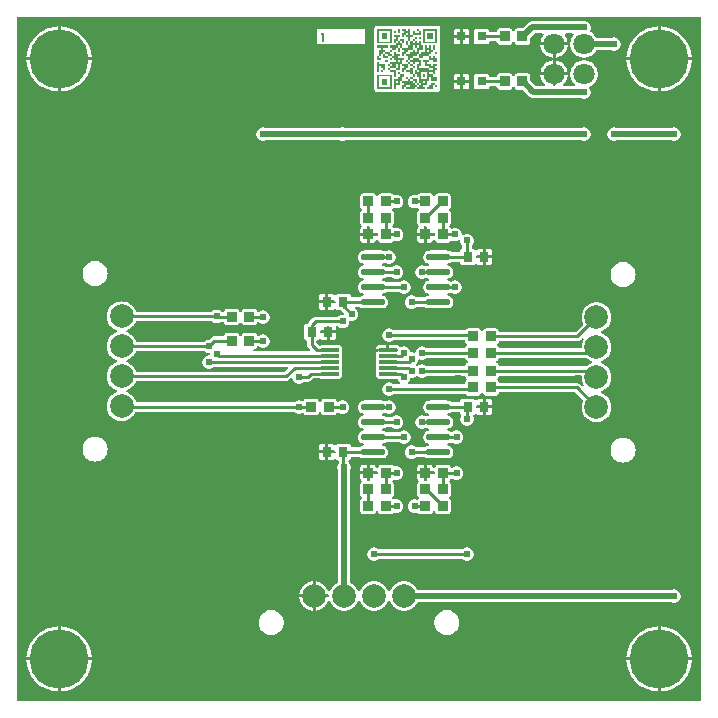
<source format=gtl>
G04 Layer: TopLayer*
G04 Panelize: , Column: 2, Row: 2, Board Size: 58.42mm x 58.42mm, Panelized Board Size: 118.84mm x 118.84mm*
G04 EasyEDA v6.5.34, 2023-10-06 23:46:37*
G04 e07c970f047149babf7d85850df99f2e,5a6b42c53f6a479593ecc07194224c93,10*
G04 Gerber Generator version 0.2*
G04 Scale: 100 percent, Rotated: No, Reflected: No *
G04 Dimensions in millimeters *
G04 leading zeros omitted , absolute positions ,4 integer and 5 decimal *
%FSLAX45Y45*%
%MOMM*%

%AMMACRO1*21,1,$1,$2,0,0,$3*%
%ADD10C,0.1524*%
%ADD11C,0.2540*%
%ADD12C,0.5000*%
%ADD13MACRO1,0.864X0.8065X90.0000*%
%ADD14MACRO1,0.864X0.8065X-90.0000*%
%ADD15O,2.0450048X0.58801*%
%ADD16R,0.8000X0.9000*%
%ADD17R,0.8000X0.8000*%
%ADD18R,1.5000X0.3048*%
%ADD19C,5.0000*%
%ADD20C,1.8000*%
%ADD21C,2.0000*%
%ADD22C,0.6096*%
%ADD23C,0.0157*%

%LPD*%
G36*
X5805932Y25908D02*
G01*
X36068Y26416D01*
X32156Y27178D01*
X28905Y29413D01*
X26670Y32664D01*
X25908Y36576D01*
X25908Y5805932D01*
X26670Y5809843D01*
X28905Y5813094D01*
X32156Y5815330D01*
X36068Y5816092D01*
X2555240Y5816092D01*
X2559151Y5815330D01*
X2562402Y5813094D01*
X2564638Y5809843D01*
X2565400Y5805932D01*
X2566162Y5809843D01*
X2568397Y5813094D01*
X2571648Y5815330D01*
X2575560Y5816092D01*
X3050540Y5816092D01*
X3054451Y5815330D01*
X3057702Y5813094D01*
X3059938Y5809843D01*
X3060700Y5805932D01*
X3061462Y5809843D01*
X3063697Y5813094D01*
X3066948Y5815330D01*
X3070860Y5816092D01*
X5805932Y5816092D01*
X5809843Y5815330D01*
X5813094Y5813094D01*
X5815330Y5809843D01*
X5816092Y5805932D01*
X5816092Y36068D01*
X5815330Y32207D01*
X5813094Y28905D01*
X5809843Y26670D01*
G37*

%LPC*%
G36*
X3722522Y5664200D02*
G01*
X3775710Y5664200D01*
X3775710Y5717387D01*
X3748989Y5717387D01*
X3742639Y5716676D01*
X3737203Y5714796D01*
X3732276Y5711698D01*
X3728212Y5707634D01*
X3725113Y5702706D01*
X3723233Y5697270D01*
X3722522Y5690920D01*
G37*
G36*
X5448300Y105613D02*
G01*
X5448300Y368300D01*
X5185410Y368300D01*
X5187289Y346405D01*
X5191150Y323646D01*
X5196890Y301244D01*
X5204460Y279450D01*
X5213858Y258317D01*
X5224983Y238099D01*
X5237784Y218846D01*
X5252161Y200710D01*
X5267960Y183896D01*
X5285130Y168402D01*
X5303520Y154432D01*
X5323027Y142087D01*
X5343499Y131368D01*
X5364835Y122428D01*
X5386781Y115265D01*
X5409285Y109982D01*
X5432145Y106629D01*
G37*
G36*
X368300Y105613D02*
G01*
X368300Y368300D01*
X105410Y368300D01*
X107289Y346405D01*
X111150Y323646D01*
X116890Y301244D01*
X124460Y279450D01*
X133858Y258317D01*
X144983Y238099D01*
X157784Y218846D01*
X172161Y200710D01*
X187960Y183896D01*
X205130Y168402D01*
X223520Y154432D01*
X243027Y142087D01*
X263499Y131368D01*
X284835Y122428D01*
X306781Y115265D01*
X329285Y109982D01*
X352145Y106629D01*
G37*
G36*
X5473700Y393700D02*
G01*
X5736336Y393700D01*
X5735929Y404063D01*
X5733034Y427024D01*
X5728208Y449630D01*
X5721553Y471728D01*
X5713018Y493217D01*
X5702757Y513892D01*
X5690819Y533704D01*
X5677204Y552348D01*
X5662117Y569874D01*
X5645607Y586028D01*
X5627827Y600760D01*
X5608828Y613968D01*
X5588812Y625500D01*
X5567934Y635355D01*
X5546242Y643382D01*
X5523992Y649630D01*
X5501284Y653948D01*
X5478322Y656336D01*
X5473700Y656437D01*
G37*
G36*
X393700Y393700D02*
G01*
X656336Y393700D01*
X655929Y404063D01*
X653034Y427024D01*
X648208Y449630D01*
X641553Y471728D01*
X633018Y493217D01*
X622757Y513892D01*
X610819Y533704D01*
X597204Y552348D01*
X582117Y569874D01*
X565607Y586028D01*
X547827Y600760D01*
X528828Y613968D01*
X508812Y625500D01*
X487934Y635355D01*
X466242Y643382D01*
X443992Y649630D01*
X421284Y653948D01*
X398322Y656336D01*
X393700Y656437D01*
G37*
G36*
X5185410Y393700D02*
G01*
X5448300Y393700D01*
X5448300Y656386D01*
X5432145Y655370D01*
X5409285Y652018D01*
X5386781Y646734D01*
X5364835Y639572D01*
X5343499Y630631D01*
X5323027Y619912D01*
X5303520Y607568D01*
X5285130Y593598D01*
X5267960Y578104D01*
X5252161Y561289D01*
X5237784Y543153D01*
X5224983Y523900D01*
X5213858Y503682D01*
X5204460Y482549D01*
X5196890Y460756D01*
X5191150Y438353D01*
X5187289Y415594D01*
G37*
G36*
X105410Y393700D02*
G01*
X368300Y393700D01*
X368300Y656386D01*
X352145Y655370D01*
X329285Y652018D01*
X306781Y646734D01*
X284835Y639572D01*
X263499Y630631D01*
X243027Y619912D01*
X223520Y607568D01*
X205130Y593598D01*
X187960Y578104D01*
X172161Y561289D01*
X157784Y543153D01*
X144983Y523900D01*
X133858Y503682D01*
X124460Y482549D01*
X116890Y460756D01*
X111150Y438353D01*
X107289Y415594D01*
G37*
G36*
X3664559Y583488D02*
G01*
X3678377Y584403D01*
X3691940Y587095D01*
X3705047Y591566D01*
X3717493Y597662D01*
X3728974Y605383D01*
X3739387Y614527D01*
X3748532Y624941D01*
X3756253Y636422D01*
X3762349Y648868D01*
X3766820Y661974D01*
X3769512Y675538D01*
X3770426Y689356D01*
X3769512Y703224D01*
X3766820Y716788D01*
X3762349Y729894D01*
X3756253Y742340D01*
X3748532Y753821D01*
X3739387Y764235D01*
X3728974Y773379D01*
X3717493Y781100D01*
X3705047Y787196D01*
X3691940Y791667D01*
X3678377Y794359D01*
X3664559Y795274D01*
X3650691Y794359D01*
X3637127Y791667D01*
X3624021Y787196D01*
X3611575Y781100D01*
X3600094Y773379D01*
X3589680Y764235D01*
X3580536Y753821D01*
X3572814Y742340D01*
X3566718Y729894D01*
X3562248Y716788D01*
X3559556Y703224D01*
X3558641Y689356D01*
X3559556Y675538D01*
X3562248Y661974D01*
X3566718Y648868D01*
X3572814Y636422D01*
X3580536Y624941D01*
X3589680Y614527D01*
X3600094Y605383D01*
X3611575Y597662D01*
X3624021Y591566D01*
X3637127Y587095D01*
X3650691Y584403D01*
G37*
G36*
X2177440Y583488D02*
G01*
X2191258Y584403D01*
X2204821Y587095D01*
X2217978Y591566D01*
X2230374Y597662D01*
X2241905Y605383D01*
X2252319Y614527D01*
X2261463Y624941D01*
X2269134Y636422D01*
X2275281Y648868D01*
X2279700Y661974D01*
X2282444Y675538D01*
X2283307Y689356D01*
X2282444Y703224D01*
X2279700Y716788D01*
X2275281Y729894D01*
X2269134Y742340D01*
X2261463Y753821D01*
X2252319Y764235D01*
X2241905Y773379D01*
X2230374Y781100D01*
X2217978Y787196D01*
X2204821Y791667D01*
X2191258Y794359D01*
X2177440Y795274D01*
X2163622Y794359D01*
X2150059Y791667D01*
X2136902Y787196D01*
X2124506Y781100D01*
X2112975Y773379D01*
X2102561Y764235D01*
X2093417Y753821D01*
X2085746Y742340D01*
X2079599Y729894D01*
X2075180Y716788D01*
X2072436Y703224D01*
X2071573Y689356D01*
X2072436Y675538D01*
X2075180Y661974D01*
X2079599Y648868D01*
X2085746Y636422D01*
X2093417Y624941D01*
X2102561Y614527D01*
X2112975Y605383D01*
X2124506Y597662D01*
X2136902Y591566D01*
X2150059Y587095D01*
X2163622Y584403D01*
G37*
G36*
X2794000Y788517D02*
G01*
X2809189Y789432D01*
X2824124Y792175D01*
X2838653Y796696D01*
X2852521Y802894D01*
X2865526Y810768D01*
X2877464Y820166D01*
X2888234Y830884D01*
X2897581Y842873D01*
X2905455Y855878D01*
X2911754Y869797D01*
X2913938Y872947D01*
X2917190Y875080D01*
X2921000Y875792D01*
X2924810Y875080D01*
X2928010Y872947D01*
X2930245Y869797D01*
X2936544Y855878D01*
X2944368Y842873D01*
X2953766Y830884D01*
X2964535Y820166D01*
X2976473Y810768D01*
X2989478Y802894D01*
X3003346Y796696D01*
X3017875Y792175D01*
X3032810Y789432D01*
X3048000Y788517D01*
X3063189Y789432D01*
X3078124Y792175D01*
X3092653Y796696D01*
X3106521Y802894D01*
X3119526Y810768D01*
X3131464Y820166D01*
X3142234Y830884D01*
X3151581Y842873D01*
X3159455Y855878D01*
X3165754Y869797D01*
X3167938Y872947D01*
X3171190Y875080D01*
X3175000Y875792D01*
X3178810Y875080D01*
X3182010Y872947D01*
X3184245Y869797D01*
X3190544Y855878D01*
X3198368Y842873D01*
X3207766Y830884D01*
X3218535Y820166D01*
X3230473Y810768D01*
X3243478Y802894D01*
X3257346Y796696D01*
X3271875Y792175D01*
X3286810Y789432D01*
X3302000Y788517D01*
X3317189Y789432D01*
X3332124Y792175D01*
X3346653Y796696D01*
X3360521Y802894D01*
X3373526Y810768D01*
X3385464Y820166D01*
X3396234Y830884D01*
X3405581Y842873D01*
X3413455Y855878D01*
X3414217Y857503D01*
X3416401Y860653D01*
X3419652Y862736D01*
X3423462Y863498D01*
X5562092Y863498D01*
X5566410Y862533D01*
X5568746Y861466D01*
X5578195Y858926D01*
X5588000Y858062D01*
X5597804Y858926D01*
X5607253Y861466D01*
X5616194Y865581D01*
X5624220Y871219D01*
X5631180Y878179D01*
X5636818Y886206D01*
X5640933Y895146D01*
X5643473Y904595D01*
X5644337Y914400D01*
X5643473Y924204D01*
X5640933Y933653D01*
X5636818Y942594D01*
X5631180Y950620D01*
X5624220Y957580D01*
X5616194Y963218D01*
X5607253Y967333D01*
X5597804Y969873D01*
X5588000Y970737D01*
X5578195Y969873D01*
X5568746Y967333D01*
X5566410Y966266D01*
X5562092Y965301D01*
X3423462Y965301D01*
X3419652Y966063D01*
X3416401Y968146D01*
X3405581Y985875D01*
X3396234Y997864D01*
X3385464Y1008634D01*
X3373526Y1017981D01*
X3360521Y1025855D01*
X3346653Y1032103D01*
X3332124Y1036624D01*
X3317189Y1039368D01*
X3302000Y1040282D01*
X3286810Y1039368D01*
X3271875Y1036624D01*
X3257346Y1032103D01*
X3243478Y1025855D01*
X3230473Y1017981D01*
X3218535Y1008634D01*
X3207766Y997864D01*
X3198368Y985875D01*
X3190544Y972870D01*
X3184245Y958951D01*
X3182010Y955802D01*
X3178810Y953719D01*
X3175000Y952957D01*
X3171190Y953719D01*
X3167938Y955802D01*
X3165754Y958951D01*
X3159455Y972870D01*
X3151581Y985875D01*
X3142234Y997864D01*
X3131464Y1008634D01*
X3119526Y1017981D01*
X3106521Y1025855D01*
X3092653Y1032103D01*
X3078124Y1036624D01*
X3063189Y1039368D01*
X3048000Y1040282D01*
X3032810Y1039368D01*
X3017875Y1036624D01*
X3003346Y1032103D01*
X2989478Y1025855D01*
X2976473Y1017981D01*
X2964535Y1008634D01*
X2953766Y997864D01*
X2944368Y985875D01*
X2936544Y972870D01*
X2930245Y958951D01*
X2928010Y955802D01*
X2924810Y953719D01*
X2921000Y952957D01*
X2917190Y953719D01*
X2913938Y955802D01*
X2911754Y958951D01*
X2905455Y972870D01*
X2897581Y985875D01*
X2888234Y997864D01*
X2877464Y1008634D01*
X2865526Y1017981D01*
X2852521Y1025855D01*
X2850896Y1026566D01*
X2847746Y1028801D01*
X2845663Y1032052D01*
X2844901Y1035862D01*
X2844901Y1980692D01*
X2845866Y1985010D01*
X2846933Y1987346D01*
X2849473Y1996795D01*
X2850337Y2006600D01*
X2849473Y2016404D01*
X2846933Y2025853D01*
X2842818Y2034793D01*
X2837180Y2042820D01*
X2832404Y2047595D01*
X2830169Y2050999D01*
X2829458Y2055012D01*
X2830322Y2058974D01*
X2832760Y2062276D01*
X2836214Y2064359D01*
X2839008Y2065324D01*
X2843885Y2068372D01*
X2848000Y2072487D01*
X2851099Y2077364D01*
X2852978Y2082850D01*
X2853334Y2085949D01*
X2854401Y2089505D01*
X2856687Y2092401D01*
X2859786Y2094331D01*
X2863443Y2094992D01*
X2921152Y2094992D01*
X2925013Y2094230D01*
X2936951Y2085746D01*
X2945688Y2081682D01*
X2954985Y2079193D01*
X2965043Y2078278D01*
X3109874Y2078278D01*
X3119882Y2079193D01*
X3129178Y2081682D01*
X3137916Y2085746D01*
X3145840Y2091283D01*
X3152648Y2098090D01*
X3158185Y2105964D01*
X3162249Y2114702D01*
X3164738Y2123998D01*
X3165551Y2133600D01*
X3164738Y2143201D01*
X3162249Y2152497D01*
X3158185Y2161235D01*
X3152648Y2169109D01*
X3145840Y2175916D01*
X3137916Y2181453D01*
X3129178Y2185517D01*
X3122676Y2187295D01*
X3118764Y2189327D01*
X3116072Y2192782D01*
X3115157Y2197100D01*
X3116072Y2201418D01*
X3118764Y2204872D01*
X3122676Y2206904D01*
X3129178Y2208682D01*
X3137916Y2212746D01*
X3149854Y2221230D01*
X3153765Y2221992D01*
X3256991Y2221992D01*
X3260902Y2221230D01*
X3264204Y2218994D01*
X3265779Y2217420D01*
X3273806Y2211781D01*
X3282746Y2207666D01*
X3292195Y2205126D01*
X3302000Y2204262D01*
X3311804Y2205126D01*
X3321253Y2207666D01*
X3330194Y2211781D01*
X3338220Y2217420D01*
X3345179Y2224379D01*
X3350818Y2232406D01*
X3354933Y2241346D01*
X3357473Y2250795D01*
X3358337Y2260600D01*
X3357473Y2270404D01*
X3354933Y2279853D01*
X3350818Y2288794D01*
X3345179Y2296820D01*
X3338220Y2303780D01*
X3330194Y2309418D01*
X3321253Y2313533D01*
X3311804Y2316073D01*
X3302000Y2316937D01*
X3292195Y2316073D01*
X3282746Y2313533D01*
X3273806Y2309418D01*
X3265779Y2303780D01*
X3264204Y2302205D01*
X3260902Y2299970D01*
X3256991Y2299208D01*
X3153765Y2299208D01*
X3149854Y2299970D01*
X3137916Y2308453D01*
X3129178Y2312517D01*
X3122676Y2314295D01*
X3118764Y2316327D01*
X3116072Y2319782D01*
X3115157Y2324100D01*
X3116072Y2328418D01*
X3118764Y2331872D01*
X3122676Y2333904D01*
X3129178Y2335682D01*
X3137916Y2339746D01*
X3149854Y2348230D01*
X3153765Y2348992D01*
X3193491Y2348992D01*
X3197402Y2348230D01*
X3200704Y2345994D01*
X3202279Y2344420D01*
X3210306Y2338781D01*
X3219246Y2334666D01*
X3228695Y2332126D01*
X3238500Y2331262D01*
X3248304Y2332126D01*
X3257753Y2334666D01*
X3266694Y2338781D01*
X3274720Y2344420D01*
X3281679Y2351379D01*
X3287318Y2359406D01*
X3291433Y2368346D01*
X3293973Y2377795D01*
X3294837Y2387600D01*
X3293973Y2397404D01*
X3291433Y2406853D01*
X3287318Y2415794D01*
X3281679Y2423820D01*
X3274720Y2430780D01*
X3266694Y2436418D01*
X3257753Y2440533D01*
X3248304Y2443073D01*
X3238500Y2443937D01*
X3228695Y2443073D01*
X3219246Y2440533D01*
X3210306Y2436418D01*
X3202279Y2430780D01*
X3200704Y2429205D01*
X3197402Y2426970D01*
X3193491Y2426208D01*
X3153765Y2426208D01*
X3149854Y2426970D01*
X3137916Y2435453D01*
X3129178Y2439517D01*
X3122676Y2441295D01*
X3118764Y2443327D01*
X3116072Y2446782D01*
X3115157Y2451100D01*
X3116072Y2455418D01*
X3118764Y2458872D01*
X3122676Y2460904D01*
X3129178Y2462682D01*
X3137154Y2466390D01*
X3141472Y2467305D01*
X3145790Y2466340D01*
X3155746Y2461666D01*
X3165195Y2459126D01*
X3175000Y2458262D01*
X3184804Y2459126D01*
X3194253Y2461666D01*
X3203194Y2465781D01*
X3211220Y2471420D01*
X3218180Y2478379D01*
X3223818Y2486406D01*
X3227933Y2495346D01*
X3230473Y2504795D01*
X3231337Y2514600D01*
X3230473Y2524404D01*
X3227933Y2533853D01*
X3223818Y2542794D01*
X3218180Y2550820D01*
X3211220Y2557780D01*
X3203194Y2563418D01*
X3194253Y2567533D01*
X3184804Y2570073D01*
X3175000Y2570937D01*
X3165195Y2570073D01*
X3155746Y2567533D01*
X3145790Y2562860D01*
X3141472Y2561894D01*
X3137154Y2562809D01*
X3129178Y2566517D01*
X3119882Y2569006D01*
X3109874Y2569921D01*
X2965043Y2569921D01*
X2954985Y2569006D01*
X2945688Y2566517D01*
X2936951Y2562453D01*
X2929077Y2556916D01*
X2922270Y2550109D01*
X2916732Y2542235D01*
X2912668Y2533497D01*
X2910179Y2524201D01*
X2909316Y2514600D01*
X2910179Y2504998D01*
X2912668Y2495702D01*
X2916732Y2486964D01*
X2922270Y2479090D01*
X2929077Y2472283D01*
X2936951Y2466746D01*
X2945688Y2462682D01*
X2952242Y2460904D01*
X2956102Y2458872D01*
X2958795Y2455418D01*
X2959760Y2451100D01*
X2958795Y2446782D01*
X2956102Y2443327D01*
X2952242Y2441295D01*
X2945688Y2439517D01*
X2936951Y2435453D01*
X2929077Y2429916D01*
X2922270Y2423109D01*
X2916732Y2415235D01*
X2912668Y2406497D01*
X2910179Y2397201D01*
X2909316Y2387600D01*
X2910179Y2377998D01*
X2912668Y2368702D01*
X2916732Y2359964D01*
X2922270Y2352090D01*
X2929077Y2345283D01*
X2936951Y2339746D01*
X2945688Y2335682D01*
X2952242Y2333904D01*
X2956102Y2331872D01*
X2958795Y2328418D01*
X2959760Y2324100D01*
X2958795Y2319782D01*
X2956102Y2316327D01*
X2952242Y2314295D01*
X2945688Y2312517D01*
X2936951Y2308453D01*
X2929077Y2302916D01*
X2922270Y2296109D01*
X2916732Y2288235D01*
X2912668Y2279497D01*
X2910179Y2270201D01*
X2909316Y2260600D01*
X2910179Y2250998D01*
X2912668Y2241702D01*
X2916732Y2232964D01*
X2922270Y2225090D01*
X2929077Y2218283D01*
X2936951Y2212746D01*
X2945688Y2208682D01*
X2952242Y2206904D01*
X2956102Y2204872D01*
X2958795Y2201418D01*
X2959760Y2197100D01*
X2958795Y2192782D01*
X2956102Y2189327D01*
X2952242Y2187295D01*
X2945688Y2185517D01*
X2936951Y2181453D01*
X2925013Y2172970D01*
X2921152Y2172208D01*
X2863443Y2172208D01*
X2859786Y2172868D01*
X2856687Y2174798D01*
X2854401Y2177694D01*
X2853334Y2181250D01*
X2852978Y2184349D01*
X2851099Y2189835D01*
X2848000Y2194712D01*
X2843885Y2198827D01*
X2839008Y2201875D01*
X2833522Y2203805D01*
X2827223Y2204516D01*
X2748381Y2204516D01*
X2742031Y2203805D01*
X2736596Y2201875D01*
X2731668Y2198827D01*
X2727604Y2194712D01*
X2726385Y2192832D01*
X2723591Y2189886D01*
X2719832Y2188260D01*
X2715768Y2188260D01*
X2712008Y2189886D01*
X2709214Y2192832D01*
X2707995Y2194712D01*
X2703931Y2198827D01*
X2699004Y2201875D01*
X2693568Y2203805D01*
X2687218Y2204516D01*
X2660497Y2204516D01*
X2660497Y2146300D01*
X2711704Y2146300D01*
X2715615Y2145538D01*
X2718917Y2143302D01*
X2721102Y2140051D01*
X2721864Y2136140D01*
X2721864Y2131060D01*
X2721102Y2127148D01*
X2718917Y2123897D01*
X2715615Y2121662D01*
X2711704Y2120900D01*
X2660497Y2120900D01*
X2660497Y2062683D01*
X2687218Y2062683D01*
X2693568Y2063394D01*
X2699004Y2065324D01*
X2703931Y2068372D01*
X2707995Y2072487D01*
X2709214Y2074367D01*
X2712008Y2077313D01*
X2715768Y2078939D01*
X2719832Y2078939D01*
X2723591Y2077313D01*
X2726385Y2074367D01*
X2727604Y2072487D01*
X2731668Y2068372D01*
X2736596Y2065324D01*
X2742387Y2063292D01*
X2745943Y2061159D01*
X2748330Y2057755D01*
X2749194Y2053691D01*
X2749194Y2043684D01*
X2748737Y2040636D01*
X2747365Y2037842D01*
X2745181Y2034793D01*
X2741066Y2025853D01*
X2738526Y2016404D01*
X2737662Y2006600D01*
X2738526Y1996795D01*
X2741066Y1987346D01*
X2742133Y1985010D01*
X2743098Y1980692D01*
X2743098Y1035862D01*
X2742336Y1032052D01*
X2740253Y1028801D01*
X2737104Y1026566D01*
X2735478Y1025855D01*
X2722473Y1017981D01*
X2710535Y1008634D01*
X2699766Y997864D01*
X2690368Y985875D01*
X2682544Y972870D01*
X2676245Y958951D01*
X2674010Y955802D01*
X2670810Y953719D01*
X2667000Y952957D01*
X2663190Y953719D01*
X2659938Y955802D01*
X2657754Y958951D01*
X2651455Y972870D01*
X2643581Y985875D01*
X2634234Y997864D01*
X2623464Y1008634D01*
X2611526Y1017981D01*
X2598521Y1025855D01*
X2584653Y1032103D01*
X2570124Y1036624D01*
X2555189Y1039368D01*
X2552700Y1039520D01*
X2552700Y927100D01*
X2658059Y927100D01*
X2661970Y926287D01*
X2665272Y924102D01*
X2667457Y920800D01*
X2668219Y916940D01*
X2668219Y911860D01*
X2667457Y907948D01*
X2665272Y904646D01*
X2661970Y902462D01*
X2658059Y901700D01*
X2552700Y901700D01*
X2552700Y789279D01*
X2555189Y789432D01*
X2570124Y792175D01*
X2584653Y796696D01*
X2598521Y802894D01*
X2611526Y810768D01*
X2623464Y820166D01*
X2634234Y830884D01*
X2643581Y842873D01*
X2651455Y855878D01*
X2657754Y869797D01*
X2659938Y872947D01*
X2663190Y875080D01*
X2667000Y875792D01*
X2670810Y875080D01*
X2674010Y872947D01*
X2676245Y869797D01*
X2682544Y855878D01*
X2690368Y842873D01*
X2699766Y830884D01*
X2710535Y820166D01*
X2722473Y810768D01*
X2735478Y802894D01*
X2749346Y796696D01*
X2763875Y792175D01*
X2778810Y789432D01*
G37*
G36*
X2527300Y789279D02*
G01*
X2527300Y901700D01*
X2414879Y901700D01*
X2415032Y899210D01*
X2417775Y884275D01*
X2422296Y869746D01*
X2428544Y855878D01*
X2436368Y842873D01*
X2445766Y830884D01*
X2456535Y820166D01*
X2468473Y810768D01*
X2481478Y802894D01*
X2495346Y796696D01*
X2509875Y792175D01*
X2524810Y789432D01*
G37*
G36*
X2414879Y927100D02*
G01*
X2527300Y927100D01*
X2527300Y1039520D01*
X2524810Y1039368D01*
X2509875Y1036624D01*
X2495346Y1032103D01*
X2481478Y1025855D01*
X2468473Y1017981D01*
X2456535Y1008634D01*
X2445766Y997864D01*
X2436368Y985875D01*
X2428544Y972870D01*
X2422296Y959002D01*
X2417775Y944524D01*
X2415032Y929538D01*
G37*
G36*
X3048000Y1213662D02*
G01*
X3057804Y1214526D01*
X3067253Y1217066D01*
X3076194Y1221181D01*
X3084220Y1226820D01*
X3085795Y1228394D01*
X3089097Y1230630D01*
X3093008Y1231392D01*
X3790391Y1231392D01*
X3794302Y1230630D01*
X3797604Y1228394D01*
X3799179Y1226820D01*
X3807206Y1221181D01*
X3816146Y1217066D01*
X3825595Y1214526D01*
X3835400Y1213662D01*
X3845204Y1214526D01*
X3854653Y1217066D01*
X3863594Y1221181D01*
X3871620Y1226820D01*
X3878579Y1233779D01*
X3884218Y1241806D01*
X3888333Y1250746D01*
X3890873Y1260195D01*
X3891737Y1270000D01*
X3890873Y1279804D01*
X3888333Y1289253D01*
X3884218Y1298194D01*
X3878579Y1306220D01*
X3871620Y1313180D01*
X3863594Y1318818D01*
X3854653Y1322933D01*
X3845204Y1325473D01*
X3835400Y1326337D01*
X3825595Y1325473D01*
X3816146Y1322933D01*
X3807206Y1318818D01*
X3799179Y1313180D01*
X3797604Y1311605D01*
X3794302Y1309370D01*
X3790391Y1308608D01*
X3093008Y1308608D01*
X3089097Y1309370D01*
X3085795Y1311605D01*
X3084220Y1313180D01*
X3076194Y1318818D01*
X3067253Y1322933D01*
X3057804Y1325473D01*
X3048000Y1326337D01*
X3038195Y1325473D01*
X3028746Y1322933D01*
X3019806Y1318818D01*
X3011779Y1313180D01*
X3004820Y1306220D01*
X2999181Y1298194D01*
X2995066Y1289253D01*
X2992526Y1279804D01*
X2991662Y1270000D01*
X2992526Y1260195D01*
X2995066Y1250746D01*
X2999181Y1241806D01*
X3004820Y1233779D01*
X3011779Y1226820D01*
X3019806Y1221181D01*
X3028746Y1217066D01*
X3038195Y1214526D01*
G37*
G36*
X2958338Y1607312D02*
G01*
X3037840Y1607312D01*
X3044139Y1608023D01*
X3049625Y1609902D01*
X3054502Y1613001D01*
X3058617Y1617065D01*
X3061665Y1621993D01*
X3063798Y1628038D01*
X3065932Y1631594D01*
X3069336Y1634032D01*
X3073400Y1634845D01*
X3077464Y1634032D01*
X3080867Y1631594D01*
X3083001Y1628038D01*
X3085134Y1621993D01*
X3088182Y1617065D01*
X3092297Y1613001D01*
X3097174Y1609902D01*
X3102660Y1608023D01*
X3108960Y1607312D01*
X3188462Y1607312D01*
X3194812Y1608023D01*
X3200247Y1609902D01*
X3205175Y1613001D01*
X3209239Y1617065D01*
X3210102Y1618488D01*
X3213100Y1621536D01*
X3217062Y1623110D01*
X3221380Y1622856D01*
X3228695Y1620926D01*
X3238500Y1620062D01*
X3248304Y1620926D01*
X3257753Y1623466D01*
X3266694Y1627581D01*
X3274720Y1633220D01*
X3281679Y1640179D01*
X3287318Y1648206D01*
X3291433Y1657146D01*
X3293973Y1666595D01*
X3294837Y1676400D01*
X3293973Y1686204D01*
X3291433Y1695653D01*
X3287318Y1704593D01*
X3281679Y1712620D01*
X3274720Y1719580D01*
X3266694Y1725218D01*
X3257753Y1729333D01*
X3248304Y1731873D01*
X3238500Y1732737D01*
X3228695Y1731873D01*
X3221380Y1729943D01*
X3217062Y1729689D01*
X3213100Y1731264D01*
X3210102Y1734312D01*
X3209239Y1735734D01*
X3205886Y1739087D01*
X3203702Y1742338D01*
X3202940Y1746250D01*
X3203702Y1750161D01*
X3205886Y1753412D01*
X3209239Y1756765D01*
X3212338Y1761693D01*
X3214268Y1767128D01*
X3214979Y1773478D01*
X3214979Y1858721D01*
X3214268Y1865071D01*
X3212338Y1870506D01*
X3209239Y1875434D01*
X3205886Y1878787D01*
X3203702Y1882038D01*
X3202940Y1885950D01*
X3203702Y1889861D01*
X3205886Y1893112D01*
X3209239Y1896465D01*
X3210102Y1897888D01*
X3213100Y1900936D01*
X3217062Y1902510D01*
X3221380Y1902256D01*
X3228695Y1900326D01*
X3238500Y1899462D01*
X3248304Y1900326D01*
X3257753Y1902866D01*
X3266694Y1906981D01*
X3274720Y1912620D01*
X3281679Y1919579D01*
X3287318Y1927606D01*
X3291433Y1936546D01*
X3293973Y1945995D01*
X3294837Y1955800D01*
X3293973Y1965604D01*
X3291433Y1975053D01*
X3287318Y1983993D01*
X3281679Y1992020D01*
X3274720Y1998980D01*
X3266694Y2004618D01*
X3257753Y2008733D01*
X3248304Y2011273D01*
X3238500Y2012137D01*
X3228695Y2011273D01*
X3221380Y2009343D01*
X3217062Y2009089D01*
X3213100Y2010664D01*
X3210102Y2013712D01*
X3209239Y2015134D01*
X3205175Y2019198D01*
X3200247Y2022297D01*
X3194812Y2024176D01*
X3188462Y2024888D01*
X3108960Y2024888D01*
X3102660Y2024176D01*
X3097174Y2022297D01*
X3092297Y2019198D01*
X3088182Y2015134D01*
X3085134Y2010206D01*
X3083001Y2004161D01*
X3080867Y2000605D01*
X3077464Y1998167D01*
X3073400Y1997354D01*
X3069336Y1998167D01*
X3065932Y2000605D01*
X3063798Y2004161D01*
X3061665Y2010206D01*
X3058617Y2015134D01*
X3054502Y2019198D01*
X3049625Y2022297D01*
X3044139Y2024176D01*
X3037840Y2024888D01*
X3010763Y2024888D01*
X3010763Y1968500D01*
X3072333Y1968500D01*
X3076244Y1967738D01*
X3079496Y1965502D01*
X3081731Y1962251D01*
X3082493Y1958339D01*
X3082493Y1953260D01*
X3081731Y1949348D01*
X3079496Y1946097D01*
X3076244Y1943862D01*
X3072333Y1943100D01*
X3010763Y1943100D01*
X3010763Y1895348D01*
X3010001Y1891487D01*
X3007817Y1888185D01*
X3004515Y1886000D01*
X3000603Y1885188D01*
X2995523Y1885188D01*
X2991662Y1886000D01*
X2988360Y1888185D01*
X2986125Y1891487D01*
X2985363Y1895348D01*
X2985363Y1943100D01*
X2931820Y1943100D01*
X2931820Y1913178D01*
X2932531Y1906828D01*
X2934462Y1901393D01*
X2937560Y1896465D01*
X2940913Y1893112D01*
X2943098Y1889861D01*
X2943860Y1885950D01*
X2943098Y1882038D01*
X2940913Y1878787D01*
X2937560Y1875434D01*
X2934462Y1870506D01*
X2932531Y1865071D01*
X2931820Y1858721D01*
X2931820Y1773478D01*
X2932531Y1767128D01*
X2934462Y1761693D01*
X2937560Y1756765D01*
X2940913Y1753412D01*
X2943098Y1750161D01*
X2943860Y1746250D01*
X2943098Y1742338D01*
X2940913Y1739087D01*
X2937560Y1735734D01*
X2934462Y1730806D01*
X2932531Y1725371D01*
X2931820Y1719021D01*
X2931820Y1633778D01*
X2932531Y1627428D01*
X2934462Y1621993D01*
X2937560Y1617065D01*
X2941624Y1613001D01*
X2946552Y1609902D01*
X2951988Y1608023D01*
G37*
G36*
X3440937Y1607312D02*
G01*
X3520440Y1607312D01*
X3526739Y1608023D01*
X3532225Y1609902D01*
X3537102Y1613001D01*
X3541217Y1617065D01*
X3544265Y1621993D01*
X3546398Y1628038D01*
X3548532Y1631594D01*
X3551936Y1634032D01*
X3556000Y1634845D01*
X3560064Y1634032D01*
X3563467Y1631594D01*
X3565601Y1628038D01*
X3567734Y1621993D01*
X3570782Y1617065D01*
X3574897Y1613001D01*
X3579774Y1609902D01*
X3585260Y1608023D01*
X3591560Y1607312D01*
X3671062Y1607312D01*
X3677412Y1608023D01*
X3682847Y1609902D01*
X3687775Y1613001D01*
X3691839Y1617065D01*
X3694937Y1621993D01*
X3696868Y1627428D01*
X3697579Y1633778D01*
X3697579Y1719021D01*
X3696868Y1725371D01*
X3694937Y1730806D01*
X3691839Y1735734D01*
X3688486Y1739087D01*
X3686301Y1742338D01*
X3685540Y1746250D01*
X3686301Y1750161D01*
X3688486Y1753412D01*
X3691839Y1756765D01*
X3694937Y1761693D01*
X3696868Y1767128D01*
X3697579Y1773478D01*
X3697579Y1858721D01*
X3696868Y1865071D01*
X3694937Y1870506D01*
X3691839Y1875434D01*
X3688486Y1878787D01*
X3686301Y1882038D01*
X3685540Y1885950D01*
X3686301Y1889861D01*
X3688486Y1893112D01*
X3691839Y1896465D01*
X3694937Y1901393D01*
X3696665Y1906371D01*
X3698544Y1909622D01*
X3701440Y1911959D01*
X3704996Y1913128D01*
X3708704Y1912924D01*
X3712108Y1911350D01*
X3718306Y1906981D01*
X3727246Y1902866D01*
X3736695Y1900326D01*
X3746500Y1899462D01*
X3756304Y1900326D01*
X3765753Y1902866D01*
X3774694Y1906981D01*
X3782720Y1912620D01*
X3789679Y1919579D01*
X3795318Y1927606D01*
X3799433Y1936546D01*
X3801973Y1945995D01*
X3802837Y1955800D01*
X3801973Y1965604D01*
X3799433Y1975053D01*
X3795318Y1983993D01*
X3789679Y1992020D01*
X3782720Y1998980D01*
X3774694Y2004618D01*
X3765753Y2008733D01*
X3756304Y2011273D01*
X3746500Y2012137D01*
X3736695Y2011273D01*
X3727246Y2008733D01*
X3718306Y2004618D01*
X3712108Y2000250D01*
X3708704Y1998675D01*
X3704996Y1998472D01*
X3701440Y1999640D01*
X3698544Y2001977D01*
X3696665Y2005228D01*
X3694937Y2010206D01*
X3691839Y2015134D01*
X3687775Y2019198D01*
X3682847Y2022297D01*
X3677412Y2024176D01*
X3671062Y2024888D01*
X3591560Y2024888D01*
X3585260Y2024176D01*
X3579774Y2022297D01*
X3574897Y2019198D01*
X3570782Y2015134D01*
X3567734Y2010206D01*
X3565601Y2004161D01*
X3563467Y2000605D01*
X3560064Y1998167D01*
X3556000Y1997354D01*
X3551936Y1998167D01*
X3548532Y2000605D01*
X3546398Y2004161D01*
X3544265Y2010206D01*
X3541217Y2015134D01*
X3537102Y2019198D01*
X3532225Y2022297D01*
X3526739Y2024176D01*
X3520440Y2024888D01*
X3493363Y2024888D01*
X3493363Y1968500D01*
X3554933Y1968500D01*
X3558844Y1967738D01*
X3562096Y1965502D01*
X3564331Y1962251D01*
X3565093Y1958339D01*
X3565093Y1953260D01*
X3564331Y1949348D01*
X3562096Y1946097D01*
X3558844Y1943862D01*
X3554933Y1943100D01*
X3493363Y1943100D01*
X3493363Y1895348D01*
X3492601Y1891487D01*
X3490417Y1888185D01*
X3487115Y1886000D01*
X3483203Y1885188D01*
X3478123Y1885188D01*
X3474262Y1886000D01*
X3470960Y1888185D01*
X3468725Y1891487D01*
X3467963Y1895348D01*
X3467963Y1943100D01*
X3414420Y1943100D01*
X3414420Y1913178D01*
X3415131Y1906828D01*
X3417062Y1901393D01*
X3420160Y1896465D01*
X3423513Y1893112D01*
X3425698Y1889861D01*
X3426460Y1885950D01*
X3425698Y1882038D01*
X3423513Y1878787D01*
X3420160Y1875434D01*
X3417062Y1870506D01*
X3415131Y1865071D01*
X3414420Y1858721D01*
X3414420Y1773478D01*
X3415131Y1767128D01*
X3417062Y1761693D01*
X3420160Y1756765D01*
X3423513Y1753412D01*
X3425698Y1750161D01*
X3426460Y1746250D01*
X3425698Y1742338D01*
X3423513Y1739087D01*
X3420160Y1735734D01*
X3419297Y1734312D01*
X3416300Y1731264D01*
X3412337Y1729689D01*
X3408070Y1729943D01*
X3400704Y1731873D01*
X3390900Y1732737D01*
X3381095Y1731873D01*
X3371646Y1729333D01*
X3362706Y1725218D01*
X3354679Y1719580D01*
X3347720Y1712620D01*
X3342081Y1704593D01*
X3337966Y1695653D01*
X3335426Y1686204D01*
X3334562Y1676400D01*
X3335426Y1666595D01*
X3337966Y1657146D01*
X3342081Y1648206D01*
X3347720Y1640179D01*
X3354679Y1633220D01*
X3362706Y1627581D01*
X3371646Y1623466D01*
X3381095Y1620926D01*
X3390900Y1620062D01*
X3400704Y1620926D01*
X3408070Y1622856D01*
X3412337Y1623110D01*
X3416300Y1621536D01*
X3419297Y1618488D01*
X3420160Y1617065D01*
X3424224Y1613001D01*
X3429152Y1609902D01*
X3434587Y1608023D01*
G37*
G36*
X3414420Y1968500D02*
G01*
X3467963Y1968500D01*
X3467963Y2024888D01*
X3440937Y2024888D01*
X3434587Y2024176D01*
X3429152Y2022297D01*
X3424224Y2019198D01*
X3420160Y2015134D01*
X3417062Y2010206D01*
X3415131Y2004771D01*
X3414420Y1998421D01*
G37*
G36*
X2931820Y1968500D02*
G01*
X2985363Y1968500D01*
X2985363Y2024888D01*
X2958338Y2024888D01*
X2951988Y2024176D01*
X2946552Y2022297D01*
X2941624Y2019198D01*
X2937560Y2015134D01*
X2934462Y2010206D01*
X2932531Y2004771D01*
X2931820Y1998421D01*
G37*
G36*
X5156250Y2043734D02*
G01*
X5170068Y2044598D01*
X5183632Y2047341D01*
X5196738Y2051761D01*
X5209184Y2057907D01*
X5220665Y2065578D01*
X5231079Y2074722D01*
X5240223Y2085136D01*
X5247944Y2096668D01*
X5254040Y2109063D01*
X5258511Y2122220D01*
X5261203Y2135784D01*
X5262118Y2149602D01*
X5261203Y2163419D01*
X5258511Y2176983D01*
X5254040Y2190140D01*
X5247944Y2202535D01*
X5240223Y2214067D01*
X5231079Y2224481D01*
X5220665Y2233625D01*
X5209184Y2241296D01*
X5196738Y2247442D01*
X5183632Y2251862D01*
X5170068Y2254605D01*
X5156250Y2255469D01*
X5142382Y2254605D01*
X5128818Y2251862D01*
X5115712Y2247442D01*
X5103266Y2241296D01*
X5091785Y2233625D01*
X5081371Y2224481D01*
X5072227Y2214067D01*
X5064506Y2202535D01*
X5058410Y2190140D01*
X5053939Y2176983D01*
X5051247Y2163419D01*
X5050332Y2149602D01*
X5051247Y2135784D01*
X5053939Y2122220D01*
X5058410Y2109063D01*
X5064506Y2096668D01*
X5072227Y2085136D01*
X5081371Y2074722D01*
X5091785Y2065578D01*
X5103266Y2057907D01*
X5115712Y2051761D01*
X5128818Y2047341D01*
X5142382Y2044598D01*
G37*
G36*
X685800Y2051913D02*
G01*
X699617Y2052828D01*
X713181Y2055520D01*
X726338Y2059990D01*
X738733Y2066086D01*
X750265Y2073808D01*
X760679Y2082952D01*
X769823Y2093366D01*
X777494Y2104847D01*
X783640Y2117293D01*
X788060Y2130399D01*
X790803Y2143963D01*
X791667Y2157780D01*
X790803Y2171649D01*
X788060Y2185212D01*
X783640Y2198319D01*
X777494Y2210765D01*
X769823Y2222246D01*
X760679Y2232660D01*
X750265Y2241804D01*
X738733Y2249525D01*
X726338Y2255621D01*
X713181Y2260092D01*
X699617Y2262784D01*
X685800Y2263698D01*
X671982Y2262784D01*
X658418Y2260092D01*
X645261Y2255621D01*
X632866Y2249525D01*
X621334Y2241804D01*
X610920Y2232660D01*
X601776Y2222246D01*
X594106Y2210765D01*
X587959Y2198319D01*
X583539Y2185212D01*
X580796Y2171649D01*
X579932Y2157780D01*
X580796Y2143963D01*
X583539Y2130399D01*
X587959Y2117293D01*
X594106Y2104847D01*
X601776Y2093366D01*
X610920Y2082952D01*
X621334Y2073808D01*
X632866Y2066086D01*
X645261Y2059990D01*
X658418Y2055520D01*
X671982Y2052828D01*
G37*
G36*
X2608376Y2062683D02*
G01*
X2635097Y2062683D01*
X2635097Y2120900D01*
X2581910Y2120900D01*
X2581910Y2089150D01*
X2582621Y2082850D01*
X2584500Y2077364D01*
X2587599Y2072487D01*
X2591714Y2068372D01*
X2596591Y2065324D01*
X2602077Y2063394D01*
G37*
G36*
X3365500Y2077262D02*
G01*
X3375304Y2078126D01*
X3384753Y2080666D01*
X3393694Y2084781D01*
X3401720Y2090420D01*
X3403295Y2091994D01*
X3406597Y2094230D01*
X3410508Y2094992D01*
X3475634Y2094992D01*
X3479546Y2094230D01*
X3491484Y2085746D01*
X3500221Y2081682D01*
X3509518Y2079193D01*
X3519525Y2078278D01*
X3664356Y2078278D01*
X3674414Y2079193D01*
X3683711Y2081682D01*
X3692448Y2085746D01*
X3700322Y2091283D01*
X3707129Y2098090D01*
X3712667Y2105964D01*
X3716731Y2114702D01*
X3719220Y2123998D01*
X3720084Y2133600D01*
X3719220Y2143201D01*
X3716731Y2152497D01*
X3712667Y2161235D01*
X3707129Y2169109D01*
X3700322Y2175916D01*
X3692448Y2181453D01*
X3683711Y2185517D01*
X3677158Y2187295D01*
X3673297Y2189327D01*
X3670604Y2192782D01*
X3669639Y2197100D01*
X3670604Y2201418D01*
X3673297Y2204872D01*
X3677158Y2206904D01*
X3683711Y2208682D01*
X3692448Y2212746D01*
X3698900Y2217267D01*
X3702659Y2218893D01*
X3706774Y2218893D01*
X3710533Y2217267D01*
X3718306Y2211781D01*
X3727246Y2207666D01*
X3736695Y2205126D01*
X3746500Y2204262D01*
X3756304Y2205126D01*
X3765753Y2207666D01*
X3774694Y2211781D01*
X3782720Y2217420D01*
X3789679Y2224379D01*
X3795318Y2232406D01*
X3799433Y2241346D01*
X3801973Y2250795D01*
X3802837Y2260600D01*
X3801973Y2270404D01*
X3799433Y2279853D01*
X3795318Y2288794D01*
X3789679Y2296820D01*
X3782720Y2303780D01*
X3774694Y2309418D01*
X3765753Y2313533D01*
X3756304Y2316073D01*
X3746500Y2316937D01*
X3736695Y2316073D01*
X3727246Y2313533D01*
X3718306Y2309418D01*
X3710533Y2303932D01*
X3706774Y2302306D01*
X3702659Y2302306D01*
X3698900Y2303932D01*
X3692448Y2308453D01*
X3683711Y2312517D01*
X3677158Y2314295D01*
X3673297Y2316327D01*
X3670604Y2319782D01*
X3669639Y2324100D01*
X3670604Y2328418D01*
X3673297Y2331872D01*
X3677158Y2333904D01*
X3683711Y2335682D01*
X3692448Y2339746D01*
X3700322Y2345283D01*
X3707129Y2352090D01*
X3712667Y2359964D01*
X3716731Y2368702D01*
X3719220Y2377998D01*
X3720084Y2387600D01*
X3719220Y2397201D01*
X3716731Y2406497D01*
X3712667Y2415235D01*
X3707129Y2423109D01*
X3700322Y2429916D01*
X3692448Y2435453D01*
X3683711Y2439517D01*
X3677158Y2441295D01*
X3673297Y2443327D01*
X3670604Y2446782D01*
X3669639Y2451100D01*
X3670604Y2455418D01*
X3673297Y2458872D01*
X3677158Y2460904D01*
X3683711Y2462682D01*
X3692448Y2466746D01*
X3704386Y2475230D01*
X3708247Y2475992D01*
X3765956Y2475992D01*
X3769614Y2475331D01*
X3772712Y2473401D01*
X3774998Y2470505D01*
X3776065Y2466949D01*
X3776421Y2463850D01*
X3778300Y2458364D01*
X3781399Y2453487D01*
X3783837Y2451049D01*
X3786073Y2447645D01*
X3786784Y2443581D01*
X3785870Y2439568D01*
X3782466Y2432253D01*
X3779926Y2422804D01*
X3779062Y2413000D01*
X3779926Y2403195D01*
X3782466Y2393746D01*
X3786581Y2384806D01*
X3792220Y2376779D01*
X3799179Y2369820D01*
X3807206Y2364181D01*
X3816146Y2360066D01*
X3825595Y2357526D01*
X3835400Y2356662D01*
X3845204Y2357526D01*
X3854653Y2360066D01*
X3863594Y2364181D01*
X3871620Y2369820D01*
X3878579Y2376779D01*
X3884218Y2384806D01*
X3888333Y2393746D01*
X3890873Y2403195D01*
X3891737Y2413000D01*
X3890873Y2422804D01*
X3887165Y2436368D01*
X3887571Y2440025D01*
X3889197Y2443276D01*
X3891889Y2445715D01*
X3897731Y2449372D01*
X3901795Y2453487D01*
X3903014Y2455367D01*
X3905808Y2458313D01*
X3909568Y2459939D01*
X3913632Y2459939D01*
X3917391Y2458313D01*
X3920185Y2455367D01*
X3921404Y2453487D01*
X3925468Y2449372D01*
X3930396Y2446324D01*
X3935831Y2444394D01*
X3942181Y2443683D01*
X3968902Y2443683D01*
X3968902Y2501900D01*
X3917696Y2501900D01*
X3913784Y2502662D01*
X3910482Y2504897D01*
X3908298Y2508148D01*
X3907536Y2512060D01*
X3907536Y2517140D01*
X3908298Y2521051D01*
X3910482Y2524302D01*
X3913784Y2526538D01*
X3917696Y2527300D01*
X3968902Y2527300D01*
X3968902Y2585516D01*
X3942181Y2585516D01*
X3935831Y2584805D01*
X3930396Y2582875D01*
X3925468Y2579827D01*
X3921404Y2575712D01*
X3920185Y2573832D01*
X3917391Y2570886D01*
X3913632Y2569260D01*
X3909568Y2569260D01*
X3905808Y2570886D01*
X3903014Y2573832D01*
X3901795Y2575712D01*
X3897731Y2579827D01*
X3892804Y2582875D01*
X3887368Y2584805D01*
X3881018Y2585516D01*
X3802176Y2585516D01*
X3795877Y2584805D01*
X3790391Y2582875D01*
X3785514Y2579827D01*
X3781399Y2575712D01*
X3778300Y2570835D01*
X3776421Y2565349D01*
X3776065Y2562250D01*
X3774998Y2558694D01*
X3772712Y2555798D01*
X3769614Y2553868D01*
X3765956Y2553208D01*
X3708247Y2553208D01*
X3704386Y2553970D01*
X3692448Y2562453D01*
X3683711Y2566517D01*
X3674414Y2569006D01*
X3664356Y2569921D01*
X3519525Y2569921D01*
X3509518Y2569006D01*
X3500221Y2566517D01*
X3491484Y2562453D01*
X3483559Y2556916D01*
X3476751Y2550109D01*
X3471214Y2542235D01*
X3467150Y2533497D01*
X3464661Y2524201D01*
X3463848Y2514600D01*
X3464661Y2504998D01*
X3467150Y2495702D01*
X3471214Y2486964D01*
X3476751Y2479090D01*
X3483559Y2472283D01*
X3491484Y2466746D01*
X3500221Y2462682D01*
X3506724Y2460904D01*
X3510635Y2458872D01*
X3513328Y2455418D01*
X3514242Y2451100D01*
X3513328Y2446782D01*
X3510635Y2443327D01*
X3506724Y2441295D01*
X3500221Y2439517D01*
X3492246Y2435809D01*
X3487928Y2434894D01*
X3483610Y2435860D01*
X3473653Y2440533D01*
X3464204Y2443073D01*
X3454400Y2443937D01*
X3444595Y2443073D01*
X3435146Y2440533D01*
X3426206Y2436418D01*
X3418179Y2430780D01*
X3411220Y2423820D01*
X3405581Y2415794D01*
X3401466Y2406853D01*
X3398926Y2397404D01*
X3398062Y2387600D01*
X3398926Y2377795D01*
X3401466Y2368346D01*
X3405581Y2359406D01*
X3411220Y2351379D01*
X3418179Y2344420D01*
X3426206Y2338781D01*
X3435146Y2334666D01*
X3444595Y2332126D01*
X3454400Y2331262D01*
X3464204Y2332126D01*
X3473653Y2334666D01*
X3483610Y2339340D01*
X3487928Y2340305D01*
X3492246Y2339390D01*
X3500221Y2335682D01*
X3506724Y2333904D01*
X3510635Y2331872D01*
X3513328Y2328418D01*
X3514242Y2324100D01*
X3513328Y2319782D01*
X3510635Y2316327D01*
X3506724Y2314295D01*
X3500221Y2312517D01*
X3491484Y2308453D01*
X3483559Y2302916D01*
X3476751Y2296109D01*
X3471214Y2288235D01*
X3467150Y2279497D01*
X3464661Y2270201D01*
X3463848Y2260600D01*
X3464661Y2250998D01*
X3467150Y2241702D01*
X3471214Y2232964D01*
X3476751Y2225090D01*
X3483559Y2218283D01*
X3491484Y2212746D01*
X3500221Y2208682D01*
X3506724Y2206904D01*
X3510635Y2204872D01*
X3513328Y2201418D01*
X3514242Y2197100D01*
X3513328Y2192782D01*
X3510635Y2189327D01*
X3506724Y2187295D01*
X3500221Y2185517D01*
X3491484Y2181453D01*
X3479546Y2172970D01*
X3475634Y2172208D01*
X3410508Y2172208D01*
X3406597Y2172970D01*
X3403295Y2175205D01*
X3401720Y2176780D01*
X3393694Y2182418D01*
X3384753Y2186533D01*
X3375304Y2189073D01*
X3365500Y2189937D01*
X3355695Y2189073D01*
X3346246Y2186533D01*
X3337306Y2182418D01*
X3329279Y2176780D01*
X3322320Y2169820D01*
X3316681Y2161794D01*
X3312566Y2152853D01*
X3310026Y2143404D01*
X3309162Y2133600D01*
X3310026Y2123795D01*
X3312566Y2114346D01*
X3316681Y2105406D01*
X3322320Y2097379D01*
X3329279Y2090420D01*
X3337306Y2084781D01*
X3346246Y2080666D01*
X3355695Y2078126D01*
G37*
G36*
X2581910Y2146300D02*
G01*
X2635097Y2146300D01*
X2635097Y2204516D01*
X2608376Y2204516D01*
X2602077Y2203805D01*
X2596591Y2201875D01*
X2591714Y2198827D01*
X2587599Y2194712D01*
X2584500Y2189835D01*
X2582621Y2184349D01*
X2581910Y2178050D01*
G37*
G36*
X4931206Y2386279D02*
G01*
X4946396Y2387193D01*
X4961331Y2389936D01*
X4975860Y2394458D01*
X4989728Y2400706D01*
X5002733Y2408580D01*
X5014722Y2417927D01*
X5025440Y2428697D01*
X5034838Y2440635D01*
X5042662Y2453690D01*
X5048910Y2467508D01*
X5053431Y2482037D01*
X5056174Y2496972D01*
X5057089Y2512161D01*
X5056174Y2527350D01*
X5053431Y2542286D01*
X5048910Y2556814D01*
X5042662Y2570683D01*
X5034838Y2583688D01*
X5025440Y2595626D01*
X5014722Y2606395D01*
X5002733Y2615793D01*
X4989728Y2623616D01*
X4975809Y2629916D01*
X4972659Y2632151D01*
X4970526Y2635351D01*
X4969814Y2639161D01*
X4970526Y2642971D01*
X4972659Y2646222D01*
X4975809Y2648458D01*
X4989728Y2654706D01*
X5002733Y2662580D01*
X5014722Y2671927D01*
X5025440Y2682697D01*
X5034838Y2694635D01*
X5042662Y2707690D01*
X5048910Y2721508D01*
X5053431Y2736037D01*
X5056174Y2750972D01*
X5057089Y2766161D01*
X5056174Y2781350D01*
X5053431Y2796286D01*
X5048910Y2810814D01*
X5042662Y2824683D01*
X5034838Y2837688D01*
X5025440Y2849626D01*
X5014722Y2860395D01*
X5002733Y2869793D01*
X4989728Y2877616D01*
X4975809Y2883916D01*
X4972659Y2886151D01*
X4970526Y2889351D01*
X4969814Y2893161D01*
X4970526Y2896971D01*
X4972659Y2900222D01*
X4975809Y2902458D01*
X4989728Y2908706D01*
X5002733Y2916580D01*
X5014722Y2925927D01*
X5025440Y2936697D01*
X5034838Y2948635D01*
X5042662Y2961690D01*
X5048910Y2975508D01*
X5053431Y2990037D01*
X5056174Y3004972D01*
X5057089Y3020161D01*
X5056174Y3035350D01*
X5053431Y3050286D01*
X5048910Y3064814D01*
X5042662Y3078683D01*
X5034838Y3091688D01*
X5025440Y3103626D01*
X5014722Y3114395D01*
X5002733Y3123793D01*
X4989728Y3131616D01*
X4975809Y3137916D01*
X4972659Y3140151D01*
X4970526Y3143351D01*
X4969814Y3147161D01*
X4970526Y3150971D01*
X4972659Y3154222D01*
X4975809Y3156458D01*
X4989728Y3162706D01*
X5002733Y3170580D01*
X5014722Y3179927D01*
X5025440Y3190697D01*
X5034838Y3202635D01*
X5042662Y3215690D01*
X5048910Y3229508D01*
X5053431Y3244037D01*
X5056174Y3258972D01*
X5057089Y3274161D01*
X5056174Y3289350D01*
X5053431Y3304286D01*
X5048910Y3318814D01*
X5042662Y3332683D01*
X5034838Y3345687D01*
X5025440Y3357626D01*
X5014722Y3368395D01*
X5002733Y3377793D01*
X4989728Y3385616D01*
X4975860Y3391865D01*
X4961331Y3396386D01*
X4946396Y3399129D01*
X4931206Y3400044D01*
X4916017Y3399129D01*
X4901082Y3396386D01*
X4886553Y3391865D01*
X4872736Y3385616D01*
X4859680Y3377793D01*
X4847742Y3368395D01*
X4836972Y3357626D01*
X4827625Y3345687D01*
X4819751Y3332683D01*
X4813503Y3318814D01*
X4808982Y3304286D01*
X4806238Y3289350D01*
X4805324Y3274161D01*
X4806238Y3258972D01*
X4808982Y3244037D01*
X4813503Y3229508D01*
X4816398Y3223158D01*
X4817262Y3219196D01*
X4816551Y3215182D01*
X4814316Y3211779D01*
X4755591Y3153105D01*
X4752289Y3150870D01*
X4748377Y3150108D01*
X4113479Y3150108D01*
X4109872Y3150768D01*
X4106722Y3152698D01*
X4104436Y3155594D01*
X4103268Y3160471D01*
X4101337Y3165906D01*
X4098239Y3170834D01*
X4094175Y3174898D01*
X4089247Y3177997D01*
X4083812Y3179876D01*
X4077462Y3180588D01*
X3997960Y3180588D01*
X3991660Y3179876D01*
X3986174Y3177997D01*
X3981297Y3174898D01*
X3977182Y3170834D01*
X3974134Y3165906D01*
X3972001Y3159861D01*
X3969867Y3156305D01*
X3966464Y3153867D01*
X3962400Y3153054D01*
X3958336Y3153867D01*
X3954932Y3156305D01*
X3952798Y3159861D01*
X3950665Y3165906D01*
X3947617Y3170834D01*
X3943502Y3174898D01*
X3938625Y3177997D01*
X3933139Y3179876D01*
X3926840Y3180588D01*
X3847337Y3180588D01*
X3840987Y3179876D01*
X3835552Y3177997D01*
X3830624Y3174898D01*
X3826560Y3170834D01*
X3824528Y3167583D01*
X3822242Y3165043D01*
X3819245Y3163366D01*
X3815892Y3162808D01*
X3220008Y3162808D01*
X3216097Y3163570D01*
X3212795Y3165805D01*
X3211220Y3167380D01*
X3203194Y3173018D01*
X3194253Y3177133D01*
X3184804Y3179673D01*
X3175000Y3180537D01*
X3165195Y3179673D01*
X3155746Y3177133D01*
X3146806Y3173018D01*
X3138779Y3167380D01*
X3131820Y3160420D01*
X3126181Y3152394D01*
X3122066Y3143453D01*
X3119526Y3134004D01*
X3118662Y3124200D01*
X3119526Y3114395D01*
X3122066Y3104946D01*
X3126181Y3096006D01*
X3131820Y3087979D01*
X3138779Y3081020D01*
X3146806Y3075381D01*
X3155746Y3071266D01*
X3165195Y3068726D01*
X3175000Y3067862D01*
X3184804Y3068726D01*
X3194253Y3071266D01*
X3203194Y3075381D01*
X3211220Y3081020D01*
X3212795Y3082594D01*
X3216097Y3084830D01*
X3220008Y3085592D01*
X3810660Y3085592D01*
X3814572Y3084830D01*
X3817874Y3082594D01*
X3820058Y3079343D01*
X3820820Y3075432D01*
X3820820Y3068878D01*
X3821531Y3062528D01*
X3823462Y3057093D01*
X3826560Y3052165D01*
X3829913Y3048812D01*
X3832098Y3045561D01*
X3832860Y3041650D01*
X3832098Y3037738D01*
X3829913Y3034487D01*
X3826560Y3031134D01*
X3823462Y3026206D01*
X3821531Y3020771D01*
X3820363Y3015894D01*
X3818077Y3012998D01*
X3814927Y3011068D01*
X3811320Y3010408D01*
X3499408Y3010408D01*
X3495497Y3011170D01*
X3492195Y3013405D01*
X3490620Y3014980D01*
X3482594Y3020618D01*
X3473653Y3024733D01*
X3464204Y3027273D01*
X3454400Y3028137D01*
X3444595Y3027273D01*
X3435146Y3024733D01*
X3426206Y3020618D01*
X3418179Y3014980D01*
X3411220Y3008020D01*
X3405581Y2999994D01*
X3401466Y2991104D01*
X3398672Y2980639D01*
X3396691Y2976778D01*
X3393287Y2974086D01*
X3389071Y2973120D01*
X3384804Y2973933D01*
X3375304Y2976473D01*
X3365550Y2977337D01*
X3361588Y2978505D01*
X3358489Y2981147D01*
X3356610Y2984855D01*
X3354933Y2991053D01*
X3350818Y2999994D01*
X3345179Y3008020D01*
X3338220Y3014980D01*
X3330194Y3020618D01*
X3321253Y3024733D01*
X3311804Y3027273D01*
X3302000Y3028137D01*
X3292195Y3027273D01*
X3282746Y3024733D01*
X3275380Y3021330D01*
X3271824Y3020415D01*
X3268217Y3020771D01*
X3264915Y3022447D01*
X3262477Y3025140D01*
X3261309Y3026968D01*
X3257245Y3031032D01*
X3252317Y3034131D01*
X3246882Y3036011D01*
X3240532Y3036722D01*
X3178810Y3036722D01*
X3178810Y3008274D01*
X3241141Y3008274D01*
X3245104Y3007512D01*
X3248456Y3005175D01*
X3250641Y3001772D01*
X3251301Y2997809D01*
X3249777Y2992577D01*
X3247542Y2989529D01*
X3244291Y2987446D01*
X3240532Y2986735D01*
X3091688Y2986735D01*
X3085439Y2986024D01*
X3078530Y2983534D01*
X3075025Y2982874D01*
X3065221Y2982874D01*
X3065221Y2980944D01*
X3066694Y2970580D01*
X3065932Y2966567D01*
X3065221Y2960268D01*
X3065221Y2930906D01*
X3066694Y2920593D01*
X3065932Y2916580D01*
X3065221Y2910281D01*
X3065221Y2880918D01*
X3066694Y2870606D01*
X3065932Y2866593D01*
X3065221Y2860243D01*
X3065221Y2830931D01*
X3066694Y2820568D01*
X3065932Y2816606D01*
X3065221Y2810256D01*
X3065221Y2780944D01*
X3065932Y2774594D01*
X3067812Y2769158D01*
X3070910Y2764231D01*
X3074974Y2760167D01*
X3079902Y2757068D01*
X3085338Y2755188D01*
X3091688Y2754426D01*
X3240176Y2754426D01*
X3243935Y2753715D01*
X3247136Y2751683D01*
X3249371Y2748584D01*
X3253181Y2740406D01*
X3258820Y2732379D01*
X3265779Y2725420D01*
X3267710Y2724099D01*
X3270605Y2721000D01*
X3271977Y2716936D01*
X3271570Y2712720D01*
X3269437Y2709011D01*
X3266033Y2706522D01*
X3261867Y2705608D01*
X3220008Y2705608D01*
X3216097Y2706370D01*
X3212795Y2708605D01*
X3211220Y2710180D01*
X3203194Y2715818D01*
X3194253Y2719933D01*
X3184804Y2722473D01*
X3175000Y2723337D01*
X3165195Y2722473D01*
X3155746Y2719933D01*
X3146806Y2715818D01*
X3138779Y2710180D01*
X3131820Y2703220D01*
X3126181Y2695194D01*
X3122066Y2686253D01*
X3119526Y2676804D01*
X3118662Y2667000D01*
X3119526Y2657195D01*
X3122066Y2647746D01*
X3126181Y2638806D01*
X3131820Y2630779D01*
X3138779Y2623820D01*
X3146806Y2618181D01*
X3155746Y2614066D01*
X3165195Y2611526D01*
X3175000Y2610662D01*
X3184804Y2611526D01*
X3194253Y2614066D01*
X3203194Y2618181D01*
X3211220Y2623820D01*
X3212795Y2625394D01*
X3216097Y2627630D01*
X3220008Y2628392D01*
X3815892Y2628392D01*
X3819245Y2627833D01*
X3822242Y2626156D01*
X3824528Y2623616D01*
X3826560Y2620365D01*
X3830624Y2616301D01*
X3835552Y2613202D01*
X3840987Y2611323D01*
X3847337Y2610612D01*
X3926840Y2610612D01*
X3933139Y2611323D01*
X3938625Y2613202D01*
X3943502Y2616301D01*
X3947617Y2620365D01*
X3950665Y2625293D01*
X3952798Y2631338D01*
X3954932Y2634894D01*
X3958336Y2637332D01*
X3962400Y2638145D01*
X3966464Y2637332D01*
X3969867Y2634894D01*
X3972001Y2631338D01*
X3974134Y2625293D01*
X3977182Y2620365D01*
X3981297Y2616301D01*
X3986174Y2613202D01*
X3991660Y2611323D01*
X3997960Y2610612D01*
X4077462Y2610612D01*
X4083812Y2611323D01*
X4089247Y2613202D01*
X4094175Y2616301D01*
X4098239Y2620365D01*
X4101337Y2625293D01*
X4103268Y2630728D01*
X4104436Y2635605D01*
X4106722Y2638501D01*
X4109872Y2640431D01*
X4113479Y2641092D01*
X4743297Y2641092D01*
X4747209Y2640330D01*
X4750511Y2638094D01*
X4814214Y2574391D01*
X4816449Y2570988D01*
X4817211Y2566974D01*
X4816297Y2563012D01*
X4813503Y2556814D01*
X4808982Y2542286D01*
X4806238Y2527350D01*
X4805324Y2512161D01*
X4806238Y2496972D01*
X4808982Y2482037D01*
X4813503Y2467508D01*
X4819751Y2453690D01*
X4827625Y2440635D01*
X4836972Y2428697D01*
X4847742Y2417927D01*
X4859680Y2408580D01*
X4872736Y2400706D01*
X4886553Y2394458D01*
X4901082Y2389936D01*
X4916017Y2387193D01*
G37*
G36*
X910793Y2394458D02*
G01*
X925982Y2395372D01*
X940917Y2398115D01*
X955446Y2402636D01*
X969314Y2408885D01*
X982319Y2416708D01*
X994308Y2426106D01*
X1005027Y2436876D01*
X1014425Y2448814D01*
X1022299Y2461818D01*
X1025956Y2469997D01*
X1028192Y2473147D01*
X1031443Y2475280D01*
X1035202Y2475992D01*
X2368550Y2475992D01*
X2372410Y2475230D01*
X2375712Y2472994D01*
X2377287Y2471420D01*
X2385364Y2465781D01*
X2394254Y2461666D01*
X2403754Y2459126D01*
X2413508Y2458262D01*
X2423312Y2459126D01*
X2432812Y2461666D01*
X2438704Y2464409D01*
X2442260Y2465324D01*
X2445867Y2464968D01*
X2449118Y2463292D01*
X2451608Y2460599D01*
X2454960Y2455265D01*
X2459024Y2451201D01*
X2463952Y2448102D01*
X2469388Y2446223D01*
X2475738Y2445512D01*
X2555240Y2445512D01*
X2561539Y2446223D01*
X2567025Y2448102D01*
X2571902Y2451201D01*
X2576017Y2455265D01*
X2579065Y2460193D01*
X2581198Y2466238D01*
X2583332Y2469794D01*
X2586736Y2472232D01*
X2590800Y2473045D01*
X2594864Y2472232D01*
X2598267Y2469794D01*
X2600401Y2466238D01*
X2602534Y2460193D01*
X2605582Y2455265D01*
X2609697Y2451201D01*
X2614574Y2448102D01*
X2620060Y2446223D01*
X2626360Y2445512D01*
X2705862Y2445512D01*
X2712212Y2446223D01*
X2717647Y2448102D01*
X2722575Y2451201D01*
X2726639Y2455265D01*
X2729738Y2460193D01*
X2731465Y2465171D01*
X2733344Y2468422D01*
X2736240Y2470759D01*
X2739796Y2471928D01*
X2743504Y2471724D01*
X2746908Y2470150D01*
X2753106Y2465781D01*
X2762046Y2461666D01*
X2771495Y2459126D01*
X2781300Y2458262D01*
X2791104Y2459126D01*
X2800553Y2461666D01*
X2809494Y2465781D01*
X2817520Y2471420D01*
X2824480Y2478379D01*
X2830118Y2486406D01*
X2834233Y2495346D01*
X2836773Y2504795D01*
X2837637Y2514600D01*
X2836773Y2524404D01*
X2834233Y2533853D01*
X2830118Y2542794D01*
X2824480Y2550820D01*
X2817520Y2557780D01*
X2809494Y2563418D01*
X2800553Y2567533D01*
X2791104Y2570073D01*
X2781300Y2570937D01*
X2771495Y2570073D01*
X2762046Y2567533D01*
X2753106Y2563418D01*
X2746908Y2559050D01*
X2743504Y2557475D01*
X2739796Y2557272D01*
X2736240Y2558440D01*
X2733344Y2560777D01*
X2731465Y2564028D01*
X2729738Y2569006D01*
X2726639Y2573934D01*
X2722575Y2577998D01*
X2717647Y2581097D01*
X2712212Y2582976D01*
X2705862Y2583688D01*
X2626360Y2583688D01*
X2620060Y2582976D01*
X2614574Y2581097D01*
X2609697Y2577998D01*
X2605582Y2573934D01*
X2602534Y2569006D01*
X2600401Y2562961D01*
X2598267Y2559405D01*
X2594864Y2556967D01*
X2590800Y2556154D01*
X2586736Y2556967D01*
X2583332Y2559405D01*
X2581198Y2562961D01*
X2579065Y2569006D01*
X2576017Y2573934D01*
X2571902Y2577998D01*
X2567025Y2581097D01*
X2561539Y2582976D01*
X2555240Y2583688D01*
X2475738Y2583688D01*
X2469388Y2582976D01*
X2463952Y2581097D01*
X2459024Y2577998D01*
X2454960Y2573934D01*
X2451608Y2568600D01*
X2449118Y2565908D01*
X2445867Y2564231D01*
X2442260Y2563876D01*
X2438704Y2564790D01*
X2432812Y2567533D01*
X2423312Y2570073D01*
X2413508Y2570937D01*
X2403754Y2570073D01*
X2394254Y2567533D01*
X2385364Y2563418D01*
X2377287Y2557780D01*
X2375712Y2556205D01*
X2372410Y2553970D01*
X2368550Y2553208D01*
X1039672Y2553208D01*
X1035507Y2554122D01*
X1032052Y2556611D01*
X1029969Y2560320D01*
X1028496Y2564993D01*
X1022299Y2578811D01*
X1014425Y2591866D01*
X1005027Y2603804D01*
X994308Y2614574D01*
X982319Y2623921D01*
X969314Y2631795D01*
X955395Y2638044D01*
X952246Y2640279D01*
X950112Y2643530D01*
X949401Y2647340D01*
X950112Y2651150D01*
X952246Y2654350D01*
X955395Y2656586D01*
X969314Y2662885D01*
X982319Y2670708D01*
X994308Y2680106D01*
X1005027Y2690876D01*
X1014425Y2702814D01*
X1022299Y2715818D01*
X1028598Y2729839D01*
X1030833Y2732989D01*
X1034034Y2735122D01*
X1037844Y2735834D01*
X2304034Y2735834D01*
X2312060Y2736646D01*
X2319274Y2738831D01*
X2325979Y2742387D01*
X2332177Y2747518D01*
X2342083Y2757424D01*
X2345639Y2759710D01*
X2349804Y2760370D01*
X2353919Y2759252D01*
X2357170Y2756611D01*
X2359101Y2752852D01*
X2360066Y2749346D01*
X2364181Y2740406D01*
X2369820Y2732379D01*
X2376779Y2725420D01*
X2384806Y2719781D01*
X2393746Y2715666D01*
X2403195Y2713126D01*
X2413000Y2712262D01*
X2422804Y2713126D01*
X2432253Y2715666D01*
X2441194Y2719781D01*
X2449220Y2725420D01*
X2450795Y2726994D01*
X2454097Y2729230D01*
X2458008Y2729992D01*
X2488692Y2729992D01*
X2496718Y2730804D01*
X2503932Y2732989D01*
X2510637Y2736545D01*
X2516835Y2741676D01*
X2529128Y2753918D01*
X2532430Y2756154D01*
X2536342Y2756916D01*
X2588412Y2756916D01*
X2591765Y2756357D01*
X2595118Y2755188D01*
X2601468Y2754426D01*
X2750312Y2754426D01*
X2756662Y2755188D01*
X2762097Y2757068D01*
X2767025Y2760167D01*
X2771089Y2764231D01*
X2774188Y2769158D01*
X2776067Y2774594D01*
X2776778Y2780944D01*
X2776778Y2810256D01*
X2775305Y2820568D01*
X2776067Y2824581D01*
X2776778Y2830931D01*
X2776778Y2860243D01*
X2775305Y2870606D01*
X2776067Y2874619D01*
X2776778Y2880918D01*
X2776778Y2910281D01*
X2775305Y2920593D01*
X2776067Y2924606D01*
X2776778Y2930906D01*
X2776778Y2960268D01*
X2775305Y2970580D01*
X2776067Y2974594D01*
X2776778Y2980944D01*
X2776778Y3010255D01*
X2776067Y3016605D01*
X2774188Y3022041D01*
X2771089Y3026968D01*
X2767025Y3031032D01*
X2762097Y3034131D01*
X2756662Y3036011D01*
X2750312Y3036722D01*
X2601468Y3036722D01*
X2595118Y3036011D01*
X2591562Y3034792D01*
X2588209Y3034233D01*
X2585618Y3034233D01*
X2581706Y3034995D01*
X2578404Y3037179D01*
X2562402Y3053232D01*
X2560167Y3056534D01*
X2559405Y3060395D01*
X2559405Y3069691D01*
X2560269Y3073755D01*
X2562656Y3077159D01*
X2566212Y3079292D01*
X2572004Y3081324D01*
X2576931Y3084372D01*
X2580995Y3088487D01*
X2582214Y3090367D01*
X2585008Y3093313D01*
X2588768Y3094939D01*
X2592832Y3094939D01*
X2596591Y3093313D01*
X2599385Y3090367D01*
X2600604Y3088487D01*
X2604668Y3084372D01*
X2609596Y3081324D01*
X2615031Y3079394D01*
X2621381Y3078683D01*
X2648102Y3078683D01*
X2648102Y3136900D01*
X2596896Y3136900D01*
X2592984Y3137662D01*
X2589682Y3139897D01*
X2587498Y3143148D01*
X2586736Y3147060D01*
X2586736Y3152140D01*
X2587498Y3156051D01*
X2589682Y3159302D01*
X2592984Y3161538D01*
X2596896Y3162300D01*
X2648102Y3162300D01*
X2648102Y3189732D01*
X2648864Y3193643D01*
X2651048Y3196894D01*
X2654350Y3199130D01*
X2658262Y3199892D01*
X2663342Y3199892D01*
X2667203Y3199130D01*
X2670505Y3196894D01*
X2672740Y3193643D01*
X2673502Y3189732D01*
X2673502Y3162300D01*
X2726690Y3162300D01*
X2726690Y3189173D01*
X2727452Y3193084D01*
X2729687Y3196386D01*
X2732989Y3198571D01*
X2736850Y3199333D01*
X2740761Y3198571D01*
X2753106Y3189681D01*
X2762046Y3185566D01*
X2771495Y3183026D01*
X2781300Y3182162D01*
X2791104Y3183026D01*
X2800553Y3185566D01*
X2809494Y3189681D01*
X2817520Y3195320D01*
X2824480Y3202279D01*
X2830118Y3210306D01*
X2834233Y3219246D01*
X2836773Y3228695D01*
X2837535Y3237179D01*
X2838653Y3240989D01*
X2841142Y3244088D01*
X2844596Y3246018D01*
X2848559Y3246424D01*
X2857500Y3245662D01*
X2867304Y3246526D01*
X2876753Y3249066D01*
X2885694Y3253181D01*
X2893720Y3258820D01*
X2900680Y3265779D01*
X2906318Y3273806D01*
X2910433Y3282746D01*
X2912973Y3292195D01*
X2913837Y3302000D01*
X2912973Y3311804D01*
X2910433Y3321253D01*
X2906318Y3330194D01*
X2900680Y3338220D01*
X2893720Y3345179D01*
X2891790Y3346500D01*
X2888894Y3349599D01*
X2887522Y3353663D01*
X2887929Y3357879D01*
X2890062Y3361588D01*
X2893466Y3364077D01*
X2897632Y3364992D01*
X2921152Y3364992D01*
X2925013Y3364229D01*
X2936951Y3355746D01*
X2945688Y3351682D01*
X2954985Y3349193D01*
X2965043Y3348278D01*
X3109874Y3348278D01*
X3119882Y3349193D01*
X3129178Y3351682D01*
X3137916Y3355746D01*
X3145840Y3361283D01*
X3152648Y3368090D01*
X3158185Y3375964D01*
X3162249Y3384702D01*
X3164738Y3393998D01*
X3165551Y3403600D01*
X3164738Y3413201D01*
X3162249Y3422497D01*
X3158185Y3431235D01*
X3152648Y3439109D01*
X3145840Y3445916D01*
X3137916Y3451453D01*
X3129178Y3455517D01*
X3122676Y3457295D01*
X3118764Y3459327D01*
X3116072Y3462782D01*
X3115157Y3467100D01*
X3116072Y3471418D01*
X3118764Y3474872D01*
X3122676Y3476904D01*
X3129178Y3478682D01*
X3137916Y3482746D01*
X3149854Y3491229D01*
X3153765Y3491992D01*
X3256991Y3491992D01*
X3260902Y3491229D01*
X3264204Y3488994D01*
X3265779Y3487420D01*
X3273806Y3481781D01*
X3282746Y3477666D01*
X3292195Y3475126D01*
X3302000Y3474262D01*
X3311804Y3475126D01*
X3321253Y3477666D01*
X3330194Y3481781D01*
X3338220Y3487420D01*
X3345179Y3494379D01*
X3350818Y3502406D01*
X3354933Y3511346D01*
X3357473Y3520795D01*
X3358337Y3530600D01*
X3357473Y3540404D01*
X3354933Y3549853D01*
X3350818Y3558794D01*
X3345179Y3566820D01*
X3338220Y3573779D01*
X3330194Y3579418D01*
X3321253Y3583533D01*
X3311804Y3586073D01*
X3302000Y3586937D01*
X3292195Y3586073D01*
X3282746Y3583533D01*
X3273806Y3579418D01*
X3265779Y3573779D01*
X3264204Y3572205D01*
X3260902Y3569970D01*
X3256991Y3569208D01*
X3153765Y3569208D01*
X3149854Y3569970D01*
X3137916Y3578453D01*
X3129178Y3582517D01*
X3122676Y3584295D01*
X3118764Y3586327D01*
X3116072Y3589782D01*
X3115157Y3594100D01*
X3116072Y3598418D01*
X3118764Y3601872D01*
X3122676Y3603904D01*
X3129178Y3605682D01*
X3137916Y3609746D01*
X3149854Y3618229D01*
X3153765Y3618992D01*
X3193491Y3618992D01*
X3197402Y3618229D01*
X3200704Y3615994D01*
X3202279Y3614420D01*
X3210306Y3608781D01*
X3219246Y3604666D01*
X3228695Y3602126D01*
X3238500Y3601262D01*
X3248304Y3602126D01*
X3257753Y3604666D01*
X3266694Y3608781D01*
X3274720Y3614420D01*
X3281679Y3621379D01*
X3287318Y3629406D01*
X3291433Y3638346D01*
X3293973Y3647795D01*
X3294837Y3657600D01*
X3293973Y3667404D01*
X3291433Y3676853D01*
X3287318Y3685794D01*
X3281679Y3693820D01*
X3274720Y3700779D01*
X3266694Y3706418D01*
X3257753Y3710533D01*
X3248304Y3713073D01*
X3238500Y3713937D01*
X3228695Y3713073D01*
X3219246Y3710533D01*
X3210306Y3706418D01*
X3202279Y3700779D01*
X3200704Y3699205D01*
X3197402Y3696970D01*
X3193491Y3696208D01*
X3153765Y3696208D01*
X3149854Y3696970D01*
X3137916Y3705453D01*
X3129178Y3709517D01*
X3122676Y3711295D01*
X3118764Y3713327D01*
X3116072Y3716782D01*
X3115157Y3721100D01*
X3116072Y3725418D01*
X3118764Y3728872D01*
X3122676Y3730904D01*
X3129178Y3732682D01*
X3137154Y3736390D01*
X3141472Y3737305D01*
X3145790Y3736340D01*
X3155746Y3731666D01*
X3165195Y3729126D01*
X3175000Y3728262D01*
X3184804Y3729126D01*
X3194253Y3731666D01*
X3203194Y3735781D01*
X3211220Y3741420D01*
X3218180Y3748379D01*
X3223818Y3756406D01*
X3227933Y3765346D01*
X3230473Y3774795D01*
X3231337Y3784600D01*
X3230473Y3794404D01*
X3227933Y3803853D01*
X3223818Y3812794D01*
X3218180Y3820820D01*
X3211220Y3827779D01*
X3203194Y3833418D01*
X3194253Y3837533D01*
X3184804Y3840073D01*
X3175000Y3840937D01*
X3165195Y3840073D01*
X3155746Y3837533D01*
X3145790Y3832860D01*
X3141472Y3831894D01*
X3137154Y3832809D01*
X3129178Y3836517D01*
X3119882Y3839006D01*
X3109874Y3839921D01*
X2965043Y3839921D01*
X2954985Y3839006D01*
X2945688Y3836517D01*
X2936951Y3832453D01*
X2929077Y3826916D01*
X2922270Y3820109D01*
X2916732Y3812235D01*
X2912668Y3803497D01*
X2910179Y3794201D01*
X2909316Y3784600D01*
X2910179Y3774998D01*
X2912668Y3765702D01*
X2916732Y3756964D01*
X2922270Y3749090D01*
X2929077Y3742283D01*
X2936951Y3736746D01*
X2945688Y3732682D01*
X2952242Y3730904D01*
X2956102Y3728872D01*
X2958795Y3725418D01*
X2959760Y3721100D01*
X2958795Y3716782D01*
X2956102Y3713327D01*
X2952242Y3711295D01*
X2945688Y3709517D01*
X2936951Y3705453D01*
X2929077Y3699916D01*
X2922270Y3693109D01*
X2916732Y3685235D01*
X2912668Y3676497D01*
X2910179Y3667201D01*
X2909316Y3657600D01*
X2910179Y3647998D01*
X2912668Y3638702D01*
X2916732Y3629964D01*
X2922270Y3622090D01*
X2929077Y3615283D01*
X2936951Y3609746D01*
X2945688Y3605682D01*
X2952242Y3603904D01*
X2956102Y3601872D01*
X2958795Y3598418D01*
X2959760Y3594100D01*
X2958795Y3589782D01*
X2956102Y3586327D01*
X2952242Y3584295D01*
X2945688Y3582517D01*
X2936951Y3578453D01*
X2929077Y3572916D01*
X2922270Y3566109D01*
X2916732Y3558235D01*
X2912668Y3549497D01*
X2910179Y3540201D01*
X2909316Y3530600D01*
X2910179Y3520998D01*
X2912668Y3511702D01*
X2916732Y3502964D01*
X2922270Y3495090D01*
X2929077Y3488283D01*
X2936951Y3482746D01*
X2945688Y3478682D01*
X2952242Y3476904D01*
X2956102Y3474872D01*
X2958795Y3471418D01*
X2959760Y3467100D01*
X2958795Y3462782D01*
X2956102Y3459327D01*
X2952242Y3457295D01*
X2945688Y3455517D01*
X2936951Y3451453D01*
X2925013Y3442970D01*
X2921152Y3442208D01*
X2863443Y3442208D01*
X2859786Y3442868D01*
X2856687Y3444798D01*
X2854401Y3447694D01*
X2853334Y3451250D01*
X2852978Y3454349D01*
X2851099Y3459835D01*
X2848000Y3464712D01*
X2843885Y3468827D01*
X2839008Y3471875D01*
X2833522Y3473805D01*
X2827223Y3474516D01*
X2748381Y3474516D01*
X2742031Y3473805D01*
X2736596Y3471875D01*
X2731668Y3468827D01*
X2727604Y3464712D01*
X2726385Y3462832D01*
X2723591Y3459886D01*
X2719832Y3458260D01*
X2715768Y3458260D01*
X2712008Y3459886D01*
X2709214Y3462832D01*
X2707995Y3464712D01*
X2703931Y3468827D01*
X2699004Y3471875D01*
X2693568Y3473805D01*
X2687218Y3474516D01*
X2660497Y3474516D01*
X2660497Y3416300D01*
X2711704Y3416300D01*
X2715615Y3415537D01*
X2718917Y3413302D01*
X2721102Y3410051D01*
X2721864Y3406140D01*
X2721864Y3401060D01*
X2721102Y3397148D01*
X2718917Y3393897D01*
X2715615Y3391662D01*
X2711704Y3390900D01*
X2660497Y3390900D01*
X2660497Y3332683D01*
X2687218Y3332683D01*
X2693568Y3333394D01*
X2699004Y3335324D01*
X2703931Y3338372D01*
X2707995Y3342487D01*
X2709214Y3344367D01*
X2712008Y3347313D01*
X2715768Y3348939D01*
X2719832Y3348939D01*
X2723591Y3347313D01*
X2726385Y3344367D01*
X2727604Y3342487D01*
X2731668Y3338372D01*
X2736596Y3335324D01*
X2742031Y3333394D01*
X2748381Y3332683D01*
X2767990Y3332683D01*
X2771902Y3331921D01*
X2775204Y3329736D01*
X2793085Y3311855D01*
X2795320Y3308400D01*
X2796032Y3304336D01*
X2795117Y3300374D01*
X2792628Y3297072D01*
X2789072Y3294989D01*
X2785008Y3294532D01*
X2781300Y3294837D01*
X2771495Y3293973D01*
X2762046Y3291433D01*
X2753106Y3287318D01*
X2745079Y3281679D01*
X2743504Y3280105D01*
X2740202Y3277870D01*
X2736291Y3277108D01*
X2553208Y3277108D01*
X2545181Y3276295D01*
X2537968Y3274110D01*
X2531262Y3270554D01*
X2525064Y3265424D01*
X2493772Y3234131D01*
X2488641Y3227933D01*
X2487422Y3225596D01*
X2485440Y3223006D01*
X2482748Y3221177D01*
X2479598Y3220313D01*
X2475077Y3219805D01*
X2469591Y3217875D01*
X2464714Y3214827D01*
X2460599Y3210712D01*
X2457500Y3205835D01*
X2455621Y3200349D01*
X2454910Y3194050D01*
X2454910Y3105150D01*
X2455621Y3098850D01*
X2457500Y3093364D01*
X2460599Y3088487D01*
X2464714Y3084372D01*
X2469591Y3081324D01*
X2475382Y3079292D01*
X2478938Y3077159D01*
X2481326Y3073755D01*
X2482189Y3069691D01*
X2482189Y3040735D01*
X2483002Y3032709D01*
X2485186Y3025444D01*
X2488742Y3018790D01*
X2493873Y3012541D01*
X2504795Y3001619D01*
X2506980Y2998317D01*
X2507742Y2994456D01*
X2506980Y2990545D01*
X2504795Y2987243D01*
X2501493Y2985058D01*
X2497582Y2984296D01*
X2037283Y2984398D01*
X2033016Y2985363D01*
X2029561Y2988005D01*
X2027529Y2991866D01*
X2027275Y2996184D01*
X2028901Y3000248D01*
X2032050Y3003245D01*
X2036165Y3004667D01*
X2039112Y3005023D01*
X2044547Y3006902D01*
X2049475Y3010001D01*
X2053539Y3014065D01*
X2056638Y3018993D01*
X2058365Y3023971D01*
X2060244Y3027222D01*
X2063140Y3029559D01*
X2066696Y3030728D01*
X2070404Y3030524D01*
X2073808Y3028950D01*
X2080006Y3024581D01*
X2088946Y3020466D01*
X2098395Y3017926D01*
X2108200Y3017062D01*
X2118004Y3017926D01*
X2127453Y3020466D01*
X2136394Y3024581D01*
X2144420Y3030220D01*
X2151380Y3037179D01*
X2157018Y3045206D01*
X2161133Y3054146D01*
X2163673Y3063595D01*
X2164537Y3073400D01*
X2163673Y3083204D01*
X2161133Y3092653D01*
X2157018Y3101594D01*
X2151380Y3109620D01*
X2144420Y3116580D01*
X2136394Y3122218D01*
X2127453Y3126333D01*
X2118004Y3128873D01*
X2108200Y3129737D01*
X2098395Y3128873D01*
X2088946Y3126333D01*
X2080006Y3122218D01*
X2073808Y3117850D01*
X2070404Y3116275D01*
X2066696Y3116072D01*
X2063140Y3117240D01*
X2060244Y3119577D01*
X2058365Y3122828D01*
X2056638Y3127806D01*
X2053539Y3132734D01*
X2049475Y3136798D01*
X2044547Y3139897D01*
X2039112Y3141776D01*
X2032762Y3142488D01*
X1953260Y3142488D01*
X1946960Y3141776D01*
X1941474Y3139897D01*
X1936597Y3136798D01*
X1932482Y3132734D01*
X1929434Y3127806D01*
X1927301Y3121761D01*
X1925167Y3118205D01*
X1921764Y3115767D01*
X1917700Y3114954D01*
X1913636Y3115767D01*
X1910232Y3118205D01*
X1908098Y3121761D01*
X1905965Y3127806D01*
X1902917Y3132734D01*
X1898802Y3136798D01*
X1893925Y3139897D01*
X1888439Y3141776D01*
X1882139Y3142488D01*
X1802638Y3142488D01*
X1796288Y3141776D01*
X1790852Y3139897D01*
X1785924Y3136798D01*
X1781860Y3132734D01*
X1778762Y3127806D01*
X1776831Y3122371D01*
X1775663Y3117494D01*
X1773377Y3114598D01*
X1770227Y3112668D01*
X1766620Y3112008D01*
X1696466Y3112008D01*
X1688439Y3111195D01*
X1681225Y3109010D01*
X1674520Y3105454D01*
X1668322Y3100324D01*
X1655521Y3087573D01*
X1652625Y3085541D01*
X1649222Y3084626D01*
X1641195Y3083915D01*
X1631746Y3081375D01*
X1622806Y3077260D01*
X1614779Y3071622D01*
X1613204Y3070047D01*
X1609902Y3067812D01*
X1605991Y3067050D01*
X1037742Y3067050D01*
X1033983Y3067761D01*
X1030732Y3069894D01*
X1028496Y3073044D01*
X1022299Y3086811D01*
X1014425Y3099866D01*
X1005027Y3111804D01*
X994308Y3122574D01*
X982319Y3131921D01*
X969314Y3139795D01*
X955395Y3146044D01*
X952246Y3148279D01*
X950112Y3151530D01*
X949401Y3155340D01*
X950112Y3159150D01*
X952246Y3162350D01*
X955395Y3164586D01*
X969314Y3170885D01*
X982319Y3178708D01*
X994308Y3188106D01*
X1005027Y3198876D01*
X1014425Y3210814D01*
X1022299Y3223818D01*
X1028598Y3237839D01*
X1030833Y3240989D01*
X1034034Y3243122D01*
X1037844Y3243834D01*
X1669491Y3243834D01*
X1673402Y3243072D01*
X1676704Y3240836D01*
X1678279Y3239262D01*
X1686306Y3233623D01*
X1695246Y3229508D01*
X1704695Y3226968D01*
X1714500Y3226104D01*
X1724304Y3226968D01*
X1733753Y3229508D01*
X1742693Y3233623D01*
X1746250Y3236163D01*
X1749043Y3237534D01*
X1752092Y3237992D01*
X1766620Y3237992D01*
X1770227Y3237331D01*
X1773377Y3235401D01*
X1775663Y3232505D01*
X1776831Y3227628D01*
X1778762Y3222193D01*
X1781860Y3217265D01*
X1785924Y3213201D01*
X1790852Y3210102D01*
X1796288Y3208223D01*
X1802638Y3207512D01*
X1882139Y3207512D01*
X1888439Y3208223D01*
X1893925Y3210102D01*
X1898802Y3213201D01*
X1902917Y3217265D01*
X1905965Y3222193D01*
X1908098Y3228238D01*
X1910232Y3231794D01*
X1913636Y3234232D01*
X1917700Y3235045D01*
X1921764Y3234232D01*
X1925167Y3231794D01*
X1927301Y3228238D01*
X1929434Y3222193D01*
X1932482Y3217265D01*
X1936597Y3213201D01*
X1941474Y3210102D01*
X1946960Y3208223D01*
X1953260Y3207512D01*
X2032762Y3207512D01*
X2039112Y3208223D01*
X2044547Y3210102D01*
X2049475Y3213201D01*
X2053539Y3217265D01*
X2056638Y3222193D01*
X2058365Y3227171D01*
X2060244Y3230422D01*
X2063140Y3232759D01*
X2066696Y3233928D01*
X2070404Y3233724D01*
X2073808Y3232150D01*
X2080006Y3227781D01*
X2088946Y3223666D01*
X2098395Y3221126D01*
X2108200Y3220262D01*
X2118004Y3221126D01*
X2127453Y3223666D01*
X2136394Y3227781D01*
X2144420Y3233420D01*
X2151380Y3240379D01*
X2157018Y3248406D01*
X2161133Y3257346D01*
X2163673Y3266795D01*
X2164537Y3276600D01*
X2163673Y3286404D01*
X2161133Y3295853D01*
X2157018Y3304794D01*
X2151380Y3312820D01*
X2144420Y3319779D01*
X2136394Y3325418D01*
X2127453Y3329533D01*
X2118004Y3332073D01*
X2108200Y3332937D01*
X2098395Y3332073D01*
X2088946Y3329533D01*
X2080006Y3325418D01*
X2073808Y3321050D01*
X2070404Y3319475D01*
X2066696Y3319272D01*
X2063140Y3320440D01*
X2060244Y3322777D01*
X2058365Y3326028D01*
X2056638Y3331006D01*
X2053539Y3335934D01*
X2049475Y3339998D01*
X2044547Y3343097D01*
X2039112Y3344976D01*
X2032762Y3345687D01*
X1953260Y3345687D01*
X1946960Y3344976D01*
X1941474Y3343097D01*
X1936597Y3339998D01*
X1932482Y3335934D01*
X1929434Y3331006D01*
X1927301Y3324961D01*
X1925167Y3321405D01*
X1921764Y3318967D01*
X1917700Y3318154D01*
X1913636Y3318967D01*
X1910232Y3321405D01*
X1908098Y3324961D01*
X1905965Y3331006D01*
X1902917Y3335934D01*
X1898802Y3339998D01*
X1893925Y3343097D01*
X1888439Y3344976D01*
X1882139Y3345687D01*
X1802638Y3345687D01*
X1796288Y3344976D01*
X1790852Y3343097D01*
X1785924Y3339998D01*
X1781860Y3335934D01*
X1778762Y3331006D01*
X1776831Y3325571D01*
X1775663Y3320694D01*
X1773377Y3317798D01*
X1770227Y3315868D01*
X1765350Y3315208D01*
X1761439Y3315970D01*
X1758137Y3318205D01*
X1750720Y3325622D01*
X1742693Y3331260D01*
X1733753Y3335375D01*
X1724304Y3337915D01*
X1714500Y3338779D01*
X1704695Y3337915D01*
X1695246Y3335375D01*
X1686306Y3331260D01*
X1678279Y3325622D01*
X1676704Y3324047D01*
X1673402Y3321812D01*
X1669491Y3321050D01*
X1037742Y3321050D01*
X1033983Y3321761D01*
X1030732Y3323894D01*
X1028496Y3327044D01*
X1022299Y3340811D01*
X1014425Y3353866D01*
X1005027Y3365804D01*
X994308Y3376574D01*
X982319Y3385921D01*
X969314Y3393795D01*
X955446Y3400044D01*
X940917Y3404565D01*
X925982Y3407308D01*
X910793Y3408222D01*
X895654Y3407308D01*
X880668Y3404565D01*
X866190Y3400044D01*
X852322Y3393795D01*
X839317Y3385921D01*
X827328Y3376574D01*
X816559Y3365804D01*
X807212Y3353866D01*
X799338Y3340811D01*
X793089Y3326993D01*
X788568Y3312464D01*
X785825Y3297529D01*
X784910Y3282340D01*
X785825Y3267151D01*
X788568Y3252215D01*
X793089Y3237687D01*
X799338Y3223818D01*
X807212Y3210814D01*
X816559Y3198876D01*
X827328Y3188106D01*
X839317Y3178708D01*
X852322Y3170885D01*
X866241Y3164586D01*
X869391Y3162350D01*
X871474Y3159150D01*
X872236Y3155340D01*
X871474Y3151530D01*
X869391Y3148279D01*
X866241Y3146044D01*
X852322Y3139795D01*
X839317Y3131921D01*
X827328Y3122574D01*
X816559Y3111804D01*
X807212Y3099866D01*
X799338Y3086811D01*
X793089Y3072993D01*
X788568Y3058464D01*
X785825Y3043529D01*
X784910Y3028340D01*
X785825Y3013151D01*
X788568Y2998216D01*
X793089Y2983687D01*
X799338Y2969818D01*
X807212Y2956814D01*
X816559Y2944876D01*
X827328Y2934106D01*
X839317Y2924708D01*
X852322Y2916885D01*
X866241Y2910586D01*
X869391Y2908350D01*
X871474Y2905150D01*
X872236Y2901340D01*
X871474Y2897530D01*
X869391Y2894279D01*
X866241Y2892044D01*
X852322Y2885795D01*
X839317Y2877921D01*
X827328Y2868574D01*
X816559Y2857804D01*
X807212Y2845866D01*
X799338Y2832811D01*
X793089Y2818993D01*
X788568Y2804464D01*
X785825Y2789529D01*
X784910Y2774340D01*
X785825Y2759151D01*
X788568Y2744216D01*
X793089Y2729687D01*
X799338Y2715818D01*
X807212Y2702814D01*
X816559Y2690876D01*
X827328Y2680106D01*
X839317Y2670708D01*
X852322Y2662885D01*
X866241Y2656586D01*
X869391Y2654350D01*
X871474Y2651150D01*
X872236Y2647340D01*
X871474Y2643530D01*
X869391Y2640279D01*
X866241Y2638044D01*
X852322Y2631795D01*
X839317Y2623921D01*
X827328Y2614574D01*
X816559Y2603804D01*
X807212Y2591866D01*
X799338Y2578811D01*
X793089Y2564993D01*
X788568Y2550464D01*
X785825Y2535529D01*
X784910Y2520340D01*
X785825Y2505151D01*
X788568Y2490216D01*
X793089Y2475687D01*
X799338Y2461818D01*
X807212Y2448814D01*
X816559Y2436876D01*
X827328Y2426106D01*
X839317Y2416708D01*
X852322Y2408885D01*
X866190Y2402636D01*
X880668Y2398115D01*
X895654Y2395372D01*
G37*
G36*
X3994302Y2443683D02*
G01*
X4021023Y2443683D01*
X4027322Y2444394D01*
X4032808Y2446324D01*
X4037685Y2449372D01*
X4041800Y2453487D01*
X4044899Y2458364D01*
X4046778Y2463850D01*
X4047490Y2470150D01*
X4047490Y2501900D01*
X3994302Y2501900D01*
G37*
G36*
X3994302Y2527300D02*
G01*
X4047490Y2527300D01*
X4047490Y2559050D01*
X4046778Y2565349D01*
X4044899Y2570835D01*
X4041800Y2575712D01*
X4037685Y2579827D01*
X4032808Y2582875D01*
X4027322Y2584805D01*
X4021023Y2585516D01*
X3994302Y2585516D01*
G37*
G36*
X3801110Y5664200D02*
G01*
X3854297Y5664200D01*
X3854297Y5690920D01*
X3853586Y5697270D01*
X3851706Y5702706D01*
X3848608Y5707634D01*
X3844544Y5711698D01*
X3839616Y5714796D01*
X3834180Y5716676D01*
X3827830Y5717387D01*
X3801110Y5717387D01*
G37*
G36*
X3748989Y5585612D02*
G01*
X3775710Y5585612D01*
X3775710Y5638800D01*
X3722522Y5638800D01*
X3722522Y5612079D01*
X3723233Y5605729D01*
X3725113Y5600293D01*
X3728212Y5595366D01*
X3732276Y5591302D01*
X3737203Y5588203D01*
X3742639Y5586323D01*
G37*
G36*
X3801110Y5585612D02*
G01*
X3827830Y5585612D01*
X3834180Y5586323D01*
X3839616Y5588203D01*
X3844544Y5591302D01*
X3848608Y5595366D01*
X3851706Y5600293D01*
X3853586Y5605729D01*
X3854297Y5612079D01*
X3854297Y5638800D01*
X3801110Y5638800D01*
G37*
G36*
X2596438Y5583682D02*
G01*
X2626563Y5583682D01*
X2632862Y5584393D01*
X2641142Y5587593D01*
X2643936Y5588000D01*
X2970784Y5588000D01*
X2971800Y5589016D01*
X2971800Y5713984D01*
X2970784Y5715000D01*
X2639822Y5715000D01*
X2636469Y5715558D01*
X2632862Y5716828D01*
X2626563Y5717540D01*
X2596438Y5717540D01*
X2590139Y5716828D01*
X2586532Y5715558D01*
X2583180Y5715000D01*
X2575560Y5715000D01*
X2571648Y5715762D01*
X2568397Y5717997D01*
X2566162Y5721248D01*
X2565400Y5725160D01*
X2565400Y5589016D01*
X2566416Y5588000D01*
X2579065Y5588000D01*
X2581859Y5587593D01*
X2584653Y5586323D01*
X2590139Y5584393D01*
G37*
G36*
X105410Y5473700D02*
G01*
X368300Y5473700D01*
X368300Y5736386D01*
X352145Y5735370D01*
X329285Y5732018D01*
X306781Y5726734D01*
X284835Y5719572D01*
X263499Y5710631D01*
X243027Y5699912D01*
X223520Y5687568D01*
X205130Y5673598D01*
X187960Y5658104D01*
X172161Y5641289D01*
X157784Y5623153D01*
X144983Y5603900D01*
X133858Y5583682D01*
X124460Y5562549D01*
X116890Y5540756D01*
X111150Y5518353D01*
X107289Y5495594D01*
G37*
G36*
X3065221Y3008274D02*
G01*
X3153410Y3008274D01*
X3153410Y3036722D01*
X3091688Y3036722D01*
X3085338Y3036011D01*
X3079902Y3034131D01*
X3074974Y3031032D01*
X3070910Y3026968D01*
X3067812Y3022041D01*
X3065932Y3016605D01*
X3065221Y3010255D01*
G37*
G36*
X5185410Y5473700D02*
G01*
X5448300Y5473700D01*
X5448300Y5736386D01*
X5432145Y5735370D01*
X5409285Y5732018D01*
X5386781Y5726734D01*
X5364835Y5719572D01*
X5343499Y5710631D01*
X5323027Y5699912D01*
X5303520Y5687568D01*
X5285130Y5673598D01*
X5267960Y5658104D01*
X5252161Y5641289D01*
X5237784Y5623153D01*
X5224983Y5603900D01*
X5213858Y5583682D01*
X5204460Y5562549D01*
X5196890Y5540756D01*
X5191150Y5518353D01*
X5187289Y5495594D01*
G37*
G36*
X2673502Y3078683D02*
G01*
X2700223Y3078683D01*
X2706522Y3079394D01*
X2712008Y3081324D01*
X2716885Y3084372D01*
X2721000Y3088487D01*
X2724099Y3093364D01*
X2725978Y3098850D01*
X2726690Y3105150D01*
X2726690Y3136900D01*
X2673502Y3136900D01*
G37*
G36*
X5473700Y105562D02*
G01*
X5478322Y105664D01*
X5501284Y108051D01*
X5523992Y112369D01*
X5546242Y118618D01*
X5567934Y126644D01*
X5588812Y136499D01*
X5608828Y148031D01*
X5627827Y161239D01*
X5645607Y175971D01*
X5662117Y192125D01*
X5677204Y209600D01*
X5690819Y228295D01*
X5702757Y248107D01*
X5713018Y268782D01*
X5721553Y290271D01*
X5728208Y312369D01*
X5733034Y334975D01*
X5735929Y357936D01*
X5736336Y368300D01*
X5473700Y368300D01*
G37*
G36*
X393700Y105562D02*
G01*
X398322Y105664D01*
X421284Y108051D01*
X443992Y112369D01*
X466242Y118618D01*
X487934Y126644D01*
X508812Y136499D01*
X528828Y148031D01*
X547827Y161239D01*
X565607Y175971D01*
X582117Y192125D01*
X597204Y209600D01*
X610819Y228295D01*
X622757Y248107D01*
X633018Y268782D01*
X641553Y290271D01*
X648208Y312369D01*
X653034Y334975D01*
X655929Y357936D01*
X656336Y368300D01*
X393700Y368300D01*
G37*
G36*
X3365500Y3347262D02*
G01*
X3375304Y3348126D01*
X3384753Y3350666D01*
X3393694Y3354781D01*
X3401720Y3360420D01*
X3403295Y3361994D01*
X3406597Y3364229D01*
X3410508Y3364992D01*
X3475634Y3364992D01*
X3479546Y3364229D01*
X3491484Y3355746D01*
X3500221Y3351682D01*
X3509518Y3349193D01*
X3519525Y3348278D01*
X3664356Y3348278D01*
X3674414Y3349193D01*
X3683711Y3351682D01*
X3692448Y3355746D01*
X3700322Y3361283D01*
X3707129Y3368090D01*
X3712667Y3375964D01*
X3716731Y3384702D01*
X3719220Y3393998D01*
X3720084Y3403600D01*
X3719220Y3413201D01*
X3716731Y3422497D01*
X3712667Y3431235D01*
X3707129Y3439109D01*
X3700322Y3445916D01*
X3692448Y3451453D01*
X3683711Y3455517D01*
X3677158Y3457295D01*
X3673297Y3459327D01*
X3670604Y3462782D01*
X3669639Y3467100D01*
X3670604Y3471418D01*
X3673297Y3474872D01*
X3677158Y3476904D01*
X3683711Y3478682D01*
X3696309Y3484422D01*
X3700424Y3484422D01*
X3704183Y3482797D01*
X3705606Y3481781D01*
X3714546Y3477666D01*
X3723995Y3475126D01*
X3733800Y3474262D01*
X3743604Y3475126D01*
X3753053Y3477666D01*
X3761994Y3481781D01*
X3770020Y3487420D01*
X3776979Y3494379D01*
X3782618Y3502406D01*
X3786733Y3511346D01*
X3789273Y3520795D01*
X3790137Y3530600D01*
X3789273Y3540404D01*
X3786733Y3549853D01*
X3782618Y3558794D01*
X3776979Y3566820D01*
X3770020Y3573779D01*
X3761994Y3579418D01*
X3753053Y3583533D01*
X3743604Y3586073D01*
X3733800Y3586937D01*
X3723995Y3586073D01*
X3714546Y3583533D01*
X3705606Y3579418D01*
X3704183Y3578402D01*
X3700424Y3576777D01*
X3696309Y3576777D01*
X3683711Y3582517D01*
X3677158Y3584295D01*
X3673297Y3586327D01*
X3670604Y3589782D01*
X3669639Y3594100D01*
X3670604Y3598418D01*
X3673297Y3601872D01*
X3677158Y3603904D01*
X3683711Y3605682D01*
X3692448Y3609746D01*
X3700322Y3615283D01*
X3707129Y3622090D01*
X3712667Y3629964D01*
X3716731Y3638702D01*
X3719220Y3647998D01*
X3720084Y3657600D01*
X3719220Y3667201D01*
X3716731Y3676497D01*
X3712667Y3685235D01*
X3707129Y3693109D01*
X3700322Y3699916D01*
X3692448Y3705453D01*
X3683711Y3709517D01*
X3677158Y3711295D01*
X3673297Y3713327D01*
X3670604Y3716782D01*
X3669639Y3721100D01*
X3670604Y3725418D01*
X3673297Y3728872D01*
X3677158Y3730904D01*
X3683711Y3732682D01*
X3692448Y3736746D01*
X3704386Y3745229D01*
X3708247Y3745992D01*
X3765956Y3745992D01*
X3769614Y3745331D01*
X3772712Y3743401D01*
X3774998Y3740505D01*
X3776065Y3736949D01*
X3776421Y3733850D01*
X3778300Y3728364D01*
X3781399Y3723487D01*
X3785514Y3719372D01*
X3790391Y3716324D01*
X3795877Y3714394D01*
X3802176Y3713683D01*
X3881018Y3713683D01*
X3887368Y3714394D01*
X3892804Y3716324D01*
X3897731Y3719372D01*
X3901795Y3723487D01*
X3903014Y3725367D01*
X3905808Y3728313D01*
X3909568Y3729939D01*
X3913632Y3729939D01*
X3917391Y3728313D01*
X3920185Y3725367D01*
X3921404Y3723487D01*
X3925468Y3719372D01*
X3930396Y3716324D01*
X3935831Y3714394D01*
X3942181Y3713683D01*
X3968902Y3713683D01*
X3968902Y3771900D01*
X3917696Y3771900D01*
X3913784Y3772662D01*
X3910482Y3774897D01*
X3908298Y3778148D01*
X3907536Y3782060D01*
X3907536Y3787140D01*
X3908298Y3791051D01*
X3910482Y3794302D01*
X3913784Y3796537D01*
X3917696Y3797300D01*
X3968902Y3797300D01*
X3968902Y3855516D01*
X3942181Y3855516D01*
X3935831Y3854805D01*
X3930396Y3852875D01*
X3925468Y3849827D01*
X3921404Y3845712D01*
X3920185Y3843832D01*
X3917391Y3840886D01*
X3913632Y3839260D01*
X3909568Y3839260D01*
X3905808Y3840886D01*
X3903014Y3843832D01*
X3901795Y3845712D01*
X3897731Y3849827D01*
X3892804Y3852875D01*
X3887368Y3854805D01*
X3883050Y3855262D01*
X3879494Y3856329D01*
X3876598Y3858615D01*
X3874668Y3861765D01*
X3874008Y3865372D01*
X3874008Y3879291D01*
X3874770Y3883202D01*
X3877005Y3886504D01*
X3878579Y3888079D01*
X3884218Y3896106D01*
X3888333Y3905046D01*
X3890873Y3914495D01*
X3891737Y3924300D01*
X3890873Y3934104D01*
X3888333Y3943553D01*
X3884218Y3952494D01*
X3878579Y3960520D01*
X3871620Y3967479D01*
X3863594Y3973118D01*
X3854653Y3977233D01*
X3845204Y3979773D01*
X3835400Y3980637D01*
X3825595Y3979773D01*
X3816146Y3977233D01*
X3807206Y3973118D01*
X3805732Y3972051D01*
X3801821Y3970375D01*
X3797604Y3970477D01*
X3793794Y3972255D01*
X3791000Y3975455D01*
X3789781Y3979468D01*
X3789273Y3984904D01*
X3786733Y3994353D01*
X3782618Y4003294D01*
X3776979Y4011320D01*
X3770020Y4018279D01*
X3761994Y4023918D01*
X3753053Y4028033D01*
X3743604Y4030573D01*
X3733800Y4031437D01*
X3723995Y4030573D01*
X3714546Y4028033D01*
X3708196Y4025087D01*
X3704691Y4024172D01*
X3701034Y4024579D01*
X3697782Y4026204D01*
X3695293Y4028897D01*
X3691839Y4034434D01*
X3688486Y4037787D01*
X3686301Y4041038D01*
X3685540Y4044950D01*
X3686301Y4048861D01*
X3688486Y4052112D01*
X3691839Y4055465D01*
X3694937Y4060393D01*
X3696868Y4065828D01*
X3697579Y4072178D01*
X3697579Y4157421D01*
X3696868Y4163771D01*
X3694937Y4169206D01*
X3691839Y4174134D01*
X3688486Y4177487D01*
X3686301Y4180738D01*
X3685540Y4184650D01*
X3686301Y4188561D01*
X3688486Y4191812D01*
X3691839Y4195165D01*
X3694937Y4200093D01*
X3696868Y4205528D01*
X3697579Y4211878D01*
X3697579Y4297121D01*
X3696868Y4303471D01*
X3694937Y4308906D01*
X3691839Y4313834D01*
X3687775Y4317898D01*
X3682847Y4320997D01*
X3677412Y4322876D01*
X3671062Y4323588D01*
X3591560Y4323588D01*
X3585260Y4322876D01*
X3579774Y4320997D01*
X3574897Y4317898D01*
X3570782Y4313834D01*
X3567734Y4308906D01*
X3565601Y4302861D01*
X3563467Y4299305D01*
X3560064Y4296867D01*
X3556000Y4296054D01*
X3551936Y4296867D01*
X3548532Y4299305D01*
X3546398Y4302861D01*
X3544265Y4308906D01*
X3541217Y4313834D01*
X3537102Y4317898D01*
X3532225Y4320997D01*
X3526739Y4322876D01*
X3520440Y4323588D01*
X3440937Y4323588D01*
X3434587Y4322876D01*
X3429152Y4320997D01*
X3424224Y4317898D01*
X3420160Y4313834D01*
X3419297Y4312412D01*
X3416300Y4309364D01*
X3412337Y4307789D01*
X3408070Y4308043D01*
X3400704Y4309973D01*
X3390900Y4310837D01*
X3381095Y4309973D01*
X3371646Y4307433D01*
X3362706Y4303318D01*
X3354679Y4297680D01*
X3347720Y4290720D01*
X3342081Y4282694D01*
X3337966Y4273753D01*
X3335426Y4264304D01*
X3334562Y4254500D01*
X3335426Y4244695D01*
X3337966Y4235246D01*
X3342081Y4226306D01*
X3347720Y4218279D01*
X3354679Y4211320D01*
X3362706Y4205681D01*
X3371646Y4201566D01*
X3381095Y4199026D01*
X3390900Y4198162D01*
X3400704Y4199026D01*
X3408070Y4200956D01*
X3412337Y4201210D01*
X3416300Y4199636D01*
X3419297Y4196588D01*
X3420160Y4195165D01*
X3423513Y4191812D01*
X3425698Y4188561D01*
X3426460Y4184650D01*
X3425698Y4180738D01*
X3423513Y4177487D01*
X3420160Y4174134D01*
X3417062Y4169206D01*
X3415131Y4163771D01*
X3414420Y4157421D01*
X3414420Y4072178D01*
X3415131Y4065828D01*
X3417062Y4060393D01*
X3420160Y4055465D01*
X3423513Y4052112D01*
X3425698Y4048861D01*
X3426460Y4044950D01*
X3425698Y4041038D01*
X3423513Y4037787D01*
X3420160Y4034434D01*
X3417062Y4029506D01*
X3415131Y4024071D01*
X3414420Y4017721D01*
X3414420Y3987800D01*
X3467963Y3987800D01*
X3467963Y4035551D01*
X3468725Y4039412D01*
X3470960Y4042714D01*
X3474262Y4044899D01*
X3478123Y4045712D01*
X3483203Y4045712D01*
X3487115Y4044899D01*
X3490417Y4042714D01*
X3492601Y4039412D01*
X3493363Y4035551D01*
X3493363Y3987800D01*
X3554933Y3987800D01*
X3558844Y3987037D01*
X3562096Y3984802D01*
X3564331Y3981551D01*
X3565093Y3977640D01*
X3565093Y3972560D01*
X3564331Y3968648D01*
X3562096Y3965397D01*
X3558844Y3963162D01*
X3554933Y3962400D01*
X3493363Y3962400D01*
X3493363Y3906012D01*
X3520440Y3906012D01*
X3526739Y3906723D01*
X3532225Y3908602D01*
X3537102Y3911701D01*
X3541217Y3915765D01*
X3544265Y3920693D01*
X3546398Y3926738D01*
X3548532Y3930294D01*
X3551936Y3932732D01*
X3556000Y3933545D01*
X3560064Y3932732D01*
X3563467Y3930294D01*
X3565601Y3926738D01*
X3567734Y3920693D01*
X3570782Y3915765D01*
X3574897Y3911701D01*
X3579774Y3908602D01*
X3585260Y3906723D01*
X3591560Y3906012D01*
X3671062Y3906012D01*
X3677412Y3906723D01*
X3682847Y3908602D01*
X3687775Y3911701D01*
X3691839Y3915765D01*
X3695293Y3921302D01*
X3697782Y3923995D01*
X3701034Y3925620D01*
X3704691Y3926027D01*
X3708196Y3925112D01*
X3714546Y3922166D01*
X3723995Y3919626D01*
X3733800Y3918762D01*
X3743604Y3919626D01*
X3753053Y3922166D01*
X3761994Y3926281D01*
X3763467Y3927348D01*
X3767378Y3929024D01*
X3771595Y3928922D01*
X3775405Y3927144D01*
X3778199Y3923944D01*
X3779418Y3919931D01*
X3779926Y3914495D01*
X3782466Y3905046D01*
X3786581Y3896106D01*
X3792220Y3888079D01*
X3793794Y3886504D01*
X3796029Y3883202D01*
X3796792Y3879291D01*
X3796792Y3862324D01*
X3796182Y3858920D01*
X3794506Y3855923D01*
X3791864Y3853637D01*
X3785412Y3849725D01*
X3781399Y3845712D01*
X3778300Y3840835D01*
X3776421Y3835349D01*
X3776065Y3832250D01*
X3774998Y3828694D01*
X3772712Y3825798D01*
X3769614Y3823868D01*
X3765956Y3823208D01*
X3708247Y3823208D01*
X3704386Y3823970D01*
X3692448Y3832453D01*
X3683711Y3836517D01*
X3674414Y3839006D01*
X3664356Y3839921D01*
X3519525Y3839921D01*
X3509518Y3839006D01*
X3500221Y3836517D01*
X3491484Y3832453D01*
X3483559Y3826916D01*
X3476751Y3820109D01*
X3471214Y3812235D01*
X3467150Y3803497D01*
X3464661Y3794201D01*
X3463848Y3784600D01*
X3464661Y3774998D01*
X3467150Y3765702D01*
X3471214Y3756964D01*
X3476751Y3749090D01*
X3483559Y3742283D01*
X3491484Y3736746D01*
X3500221Y3732682D01*
X3506724Y3730904D01*
X3510635Y3728872D01*
X3513328Y3725418D01*
X3514242Y3721100D01*
X3513328Y3716782D01*
X3510635Y3713327D01*
X3506724Y3711295D01*
X3500221Y3709517D01*
X3492246Y3705809D01*
X3487928Y3704894D01*
X3483610Y3705860D01*
X3473653Y3710533D01*
X3464204Y3713073D01*
X3454400Y3713937D01*
X3444595Y3713073D01*
X3435146Y3710533D01*
X3426206Y3706418D01*
X3418179Y3700779D01*
X3411220Y3693820D01*
X3405581Y3685794D01*
X3401466Y3676853D01*
X3398926Y3667404D01*
X3398062Y3657600D01*
X3398926Y3647795D01*
X3401466Y3638346D01*
X3405581Y3629406D01*
X3411220Y3621379D01*
X3418179Y3614420D01*
X3426206Y3608781D01*
X3435146Y3604666D01*
X3444595Y3602126D01*
X3454400Y3601262D01*
X3464204Y3602126D01*
X3473653Y3604666D01*
X3483610Y3609340D01*
X3487928Y3610305D01*
X3492246Y3609390D01*
X3500221Y3605682D01*
X3506724Y3603904D01*
X3510635Y3601872D01*
X3513328Y3598418D01*
X3514242Y3594100D01*
X3513328Y3589782D01*
X3510635Y3586327D01*
X3506724Y3584295D01*
X3500221Y3582517D01*
X3491484Y3578453D01*
X3483559Y3572916D01*
X3476751Y3566109D01*
X3471214Y3558235D01*
X3467150Y3549497D01*
X3464661Y3540201D01*
X3463848Y3530600D01*
X3464661Y3520998D01*
X3467150Y3511702D01*
X3471214Y3502964D01*
X3476751Y3495090D01*
X3483559Y3488283D01*
X3491484Y3482746D01*
X3500221Y3478682D01*
X3506724Y3476904D01*
X3510635Y3474872D01*
X3513328Y3471418D01*
X3514242Y3467100D01*
X3513328Y3462782D01*
X3510635Y3459327D01*
X3506724Y3457295D01*
X3500221Y3455517D01*
X3491484Y3451453D01*
X3479546Y3442970D01*
X3475634Y3442208D01*
X3410508Y3442208D01*
X3406597Y3442970D01*
X3403295Y3445205D01*
X3401720Y3446779D01*
X3393694Y3452418D01*
X3384753Y3456533D01*
X3375304Y3459073D01*
X3365500Y3459937D01*
X3355695Y3459073D01*
X3346246Y3456533D01*
X3337306Y3452418D01*
X3329279Y3446779D01*
X3322320Y3439820D01*
X3316681Y3431794D01*
X3312566Y3422853D01*
X3310026Y3413404D01*
X3309162Y3403600D01*
X3310026Y3393795D01*
X3312566Y3384346D01*
X3316681Y3375406D01*
X3322320Y3367379D01*
X3329279Y3360420D01*
X3337306Y3354781D01*
X3346246Y3350666D01*
X3355695Y3348126D01*
G37*
G36*
X2581910Y3416300D02*
G01*
X2635097Y3416300D01*
X2635097Y3474516D01*
X2608376Y3474516D01*
X2602077Y3473805D01*
X2596591Y3471875D01*
X2591714Y3468827D01*
X2587599Y3464712D01*
X2584500Y3459835D01*
X2582621Y3454349D01*
X2581910Y3448050D01*
G37*
G36*
X5156250Y3530803D02*
G01*
X5170068Y3531717D01*
X5183632Y3534410D01*
X5196738Y3538880D01*
X5209184Y3544976D01*
X5220665Y3552698D01*
X5231079Y3561842D01*
X5240223Y3572256D01*
X5247944Y3583736D01*
X5254040Y3596182D01*
X5258511Y3609289D01*
X5261203Y3622852D01*
X5262118Y3636670D01*
X5261203Y3650538D01*
X5258511Y3664102D01*
X5254040Y3677208D01*
X5247944Y3689654D01*
X5240223Y3701135D01*
X5231079Y3711549D01*
X5220665Y3720693D01*
X5209184Y3728415D01*
X5196738Y3734511D01*
X5183632Y3738981D01*
X5170068Y3741674D01*
X5156250Y3742588D01*
X5142382Y3741674D01*
X5128818Y3738981D01*
X5115712Y3734511D01*
X5103266Y3728415D01*
X5091785Y3720693D01*
X5081371Y3711549D01*
X5072227Y3701135D01*
X5064506Y3689654D01*
X5058410Y3677208D01*
X5053939Y3664102D01*
X5051247Y3650538D01*
X5050332Y3636670D01*
X5051247Y3622852D01*
X5053939Y3609289D01*
X5058410Y3596182D01*
X5064506Y3583736D01*
X5072227Y3572256D01*
X5081371Y3561842D01*
X5091785Y3552698D01*
X5103266Y3544976D01*
X5115712Y3538880D01*
X5128818Y3534410D01*
X5142382Y3531717D01*
G37*
G36*
X685800Y3539032D02*
G01*
X699617Y3539896D01*
X713181Y3542639D01*
X726338Y3547059D01*
X738733Y3553206D01*
X750265Y3560876D01*
X760679Y3570020D01*
X769823Y3580434D01*
X777494Y3591966D01*
X783640Y3604361D01*
X788060Y3617518D01*
X790803Y3631082D01*
X791667Y3644900D01*
X790803Y3658717D01*
X788060Y3672281D01*
X783640Y3685438D01*
X777494Y3697833D01*
X769823Y3709365D01*
X760679Y3719779D01*
X750265Y3728923D01*
X738733Y3736594D01*
X726338Y3742740D01*
X713181Y3747160D01*
X699617Y3749903D01*
X685800Y3750767D01*
X671982Y3749903D01*
X658418Y3747160D01*
X645261Y3742740D01*
X632866Y3736594D01*
X621334Y3728923D01*
X610920Y3719779D01*
X601776Y3709365D01*
X594106Y3697833D01*
X587959Y3685438D01*
X583539Y3672281D01*
X580796Y3658717D01*
X579932Y3644900D01*
X580796Y3631082D01*
X583539Y3617518D01*
X587959Y3604361D01*
X594106Y3591966D01*
X601776Y3580434D01*
X610920Y3570020D01*
X621334Y3560876D01*
X632866Y3553206D01*
X645261Y3547059D01*
X658418Y3542639D01*
X671982Y3539896D01*
G37*
G36*
X3994302Y3713683D02*
G01*
X4021023Y3713683D01*
X4027322Y3714394D01*
X4032808Y3716324D01*
X4037685Y3719372D01*
X4041800Y3723487D01*
X4044899Y3728364D01*
X4046778Y3733850D01*
X4047490Y3740150D01*
X4047490Y3771900D01*
X3994302Y3771900D01*
G37*
G36*
X3994302Y3797300D02*
G01*
X4047490Y3797300D01*
X4047490Y3829050D01*
X4046778Y3835349D01*
X4044899Y3840835D01*
X4041800Y3845712D01*
X4037685Y3849827D01*
X4032808Y3852875D01*
X4027322Y3854805D01*
X4021023Y3855516D01*
X3994302Y3855516D01*
G37*
G36*
X3440937Y3906012D02*
G01*
X3467963Y3906012D01*
X3467963Y3962400D01*
X3414420Y3962400D01*
X3414420Y3932478D01*
X3415131Y3926128D01*
X3417062Y3920693D01*
X3420160Y3915765D01*
X3424224Y3911701D01*
X3429152Y3908602D01*
X3434587Y3906723D01*
G37*
G36*
X2958338Y3906012D02*
G01*
X2985363Y3906012D01*
X2985363Y3962400D01*
X2931820Y3962400D01*
X2931820Y3932478D01*
X2932531Y3926128D01*
X2934462Y3920693D01*
X2937560Y3915765D01*
X2941624Y3911701D01*
X2946552Y3908602D01*
X2951988Y3906723D01*
G37*
G36*
X3010763Y3906012D02*
G01*
X3037840Y3906012D01*
X3044139Y3906723D01*
X3049625Y3908602D01*
X3054502Y3911701D01*
X3058617Y3915765D01*
X3061665Y3920693D01*
X3063798Y3926738D01*
X3065932Y3930294D01*
X3069336Y3932732D01*
X3073400Y3933545D01*
X3077464Y3932732D01*
X3080867Y3930294D01*
X3083001Y3926738D01*
X3085134Y3920693D01*
X3088182Y3915765D01*
X3092297Y3911701D01*
X3097174Y3908602D01*
X3102660Y3906723D01*
X3108960Y3906012D01*
X3188462Y3906012D01*
X3194812Y3906723D01*
X3200247Y3908602D01*
X3205175Y3911701D01*
X3209239Y3915765D01*
X3210102Y3917187D01*
X3213100Y3920236D01*
X3217062Y3921810D01*
X3221380Y3921556D01*
X3228695Y3919626D01*
X3238500Y3918762D01*
X3248304Y3919626D01*
X3257753Y3922166D01*
X3266694Y3926281D01*
X3274720Y3931920D01*
X3281679Y3938879D01*
X3287318Y3946906D01*
X3291433Y3955846D01*
X3293973Y3965295D01*
X3294837Y3975100D01*
X3293973Y3984904D01*
X3291433Y3994353D01*
X3287318Y4003294D01*
X3281679Y4011320D01*
X3274720Y4018279D01*
X3266694Y4023918D01*
X3257753Y4028033D01*
X3248304Y4030573D01*
X3238500Y4031437D01*
X3228695Y4030573D01*
X3221380Y4028643D01*
X3217062Y4028389D01*
X3213100Y4029964D01*
X3210102Y4033012D01*
X3209239Y4034434D01*
X3205886Y4037787D01*
X3203702Y4041038D01*
X3202940Y4044950D01*
X3203702Y4048861D01*
X3205886Y4052112D01*
X3209239Y4055465D01*
X3212338Y4060393D01*
X3214268Y4065828D01*
X3214979Y4072178D01*
X3214979Y4157421D01*
X3214268Y4163771D01*
X3212338Y4169206D01*
X3209239Y4174134D01*
X3205886Y4177487D01*
X3203702Y4180738D01*
X3202940Y4184650D01*
X3203702Y4188561D01*
X3205886Y4191812D01*
X3209239Y4195165D01*
X3210102Y4196588D01*
X3213100Y4199636D01*
X3217062Y4201210D01*
X3221380Y4200956D01*
X3228695Y4199026D01*
X3238500Y4198162D01*
X3248304Y4199026D01*
X3257753Y4201566D01*
X3266694Y4205681D01*
X3274720Y4211320D01*
X3281679Y4218279D01*
X3287318Y4226306D01*
X3291433Y4235246D01*
X3293973Y4244695D01*
X3294837Y4254500D01*
X3293973Y4264304D01*
X3291433Y4273753D01*
X3287318Y4282694D01*
X3281679Y4290720D01*
X3274720Y4297680D01*
X3266694Y4303318D01*
X3257753Y4307433D01*
X3248304Y4309973D01*
X3238500Y4310837D01*
X3228695Y4309973D01*
X3221380Y4308043D01*
X3217062Y4307789D01*
X3213100Y4309364D01*
X3210102Y4312412D01*
X3209239Y4313834D01*
X3205175Y4317898D01*
X3200247Y4320997D01*
X3194812Y4322876D01*
X3188462Y4323588D01*
X3108960Y4323588D01*
X3102660Y4322876D01*
X3097174Y4320997D01*
X3092297Y4317898D01*
X3088182Y4313834D01*
X3085134Y4308906D01*
X3083001Y4302861D01*
X3080867Y4299305D01*
X3077464Y4296867D01*
X3073400Y4296054D01*
X3069336Y4296867D01*
X3065932Y4299305D01*
X3063798Y4302861D01*
X3061665Y4308906D01*
X3058617Y4313834D01*
X3054502Y4317898D01*
X3049625Y4320997D01*
X3044139Y4322876D01*
X3037840Y4323588D01*
X2958338Y4323588D01*
X2951988Y4322876D01*
X2946552Y4320997D01*
X2941624Y4317898D01*
X2937560Y4313834D01*
X2934462Y4308906D01*
X2932531Y4303471D01*
X2931820Y4297121D01*
X2931820Y4211878D01*
X2932531Y4205528D01*
X2934462Y4200093D01*
X2937560Y4195165D01*
X2940913Y4191812D01*
X2943098Y4188561D01*
X2943860Y4184650D01*
X2943098Y4180738D01*
X2940913Y4177487D01*
X2937560Y4174134D01*
X2934462Y4169206D01*
X2932531Y4163771D01*
X2931820Y4157421D01*
X2931820Y4072178D01*
X2932531Y4065828D01*
X2934462Y4060393D01*
X2937560Y4055465D01*
X2940913Y4052112D01*
X2943098Y4048861D01*
X2943860Y4044950D01*
X2943098Y4041038D01*
X2940913Y4037787D01*
X2937560Y4034434D01*
X2934462Y4029506D01*
X2932531Y4024071D01*
X2931820Y4017721D01*
X2931820Y3987800D01*
X2985363Y3987800D01*
X2985363Y4035551D01*
X2986125Y4039412D01*
X2988360Y4042714D01*
X2991662Y4044899D01*
X2995523Y4045712D01*
X3000603Y4045712D01*
X3004515Y4044899D01*
X3007817Y4042714D01*
X3010001Y4039412D01*
X3010763Y4035551D01*
X3010763Y3987800D01*
X3072333Y3987800D01*
X3076244Y3987037D01*
X3079496Y3984802D01*
X3081731Y3981551D01*
X3082493Y3977640D01*
X3082493Y3972560D01*
X3081731Y3968648D01*
X3079496Y3965397D01*
X3076244Y3963162D01*
X3072333Y3962400D01*
X3010763Y3962400D01*
G37*
G36*
X5080000Y4769662D02*
G01*
X5089804Y4770526D01*
X5099253Y4773066D01*
X5101590Y4774133D01*
X5105908Y4775098D01*
X5562092Y4775098D01*
X5566410Y4774133D01*
X5568746Y4773066D01*
X5578195Y4770526D01*
X5588000Y4769662D01*
X5597804Y4770526D01*
X5607253Y4773066D01*
X5616194Y4777181D01*
X5624220Y4782820D01*
X5631180Y4789779D01*
X5636818Y4797806D01*
X5640933Y4806746D01*
X5643473Y4816195D01*
X5644337Y4826000D01*
X5643473Y4835804D01*
X5640933Y4845253D01*
X5636818Y4854194D01*
X5631180Y4862220D01*
X5624220Y4869180D01*
X5616194Y4874818D01*
X5607253Y4878933D01*
X5597804Y4881473D01*
X5588000Y4882337D01*
X5578195Y4881473D01*
X5568746Y4878933D01*
X5566410Y4877866D01*
X5562092Y4876901D01*
X5105908Y4876901D01*
X5101590Y4877866D01*
X5099253Y4878933D01*
X5089804Y4881473D01*
X5080000Y4882337D01*
X5070195Y4881473D01*
X5060746Y4878933D01*
X5051806Y4874818D01*
X5043779Y4869180D01*
X5036820Y4862220D01*
X5031181Y4854194D01*
X5027066Y4845253D01*
X5024526Y4835804D01*
X5023662Y4826000D01*
X5024526Y4816195D01*
X5027066Y4806746D01*
X5031181Y4797806D01*
X5036820Y4789779D01*
X5043779Y4782820D01*
X5051806Y4777181D01*
X5060746Y4773066D01*
X5070195Y4770526D01*
G37*
G36*
X2108200Y4769662D02*
G01*
X2118004Y4770526D01*
X2127453Y4773066D01*
X2129790Y4774133D01*
X2134108Y4775098D01*
X2755392Y4775098D01*
X2759710Y4774133D01*
X2762046Y4773066D01*
X2771495Y4770526D01*
X2781300Y4769662D01*
X2791104Y4770526D01*
X2800553Y4773066D01*
X2802890Y4774133D01*
X2807208Y4775098D01*
X4800092Y4775098D01*
X4804410Y4774133D01*
X4806746Y4773066D01*
X4816195Y4770526D01*
X4826000Y4769662D01*
X4835804Y4770526D01*
X4845253Y4773066D01*
X4854194Y4777181D01*
X4862220Y4782820D01*
X4869180Y4789779D01*
X4874818Y4797806D01*
X4878933Y4806746D01*
X4881473Y4816195D01*
X4882337Y4826000D01*
X4881473Y4835804D01*
X4878933Y4845253D01*
X4874818Y4854194D01*
X4869180Y4862220D01*
X4862220Y4869180D01*
X4854194Y4874818D01*
X4845253Y4878933D01*
X4835804Y4881473D01*
X4826000Y4882337D01*
X4816195Y4881473D01*
X4806746Y4878933D01*
X4804410Y4877866D01*
X4800092Y4876901D01*
X2807208Y4876901D01*
X2802890Y4877866D01*
X2800553Y4878933D01*
X2791104Y4881473D01*
X2781300Y4882337D01*
X2771495Y4881473D01*
X2762046Y4878933D01*
X2759710Y4877866D01*
X2755392Y4876901D01*
X2134108Y4876901D01*
X2129790Y4877866D01*
X2127453Y4878933D01*
X2118004Y4881473D01*
X2108200Y4882337D01*
X2098395Y4881473D01*
X2088946Y4878933D01*
X2080006Y4874818D01*
X2071979Y4869180D01*
X2065020Y4862220D01*
X2059381Y4854194D01*
X2055266Y4845253D01*
X2052726Y4835804D01*
X2051862Y4826000D01*
X2052726Y4816195D01*
X2055266Y4806746D01*
X2059381Y4797806D01*
X2065020Y4789779D01*
X2071979Y4782820D01*
X2080006Y4777181D01*
X2088946Y4773066D01*
X2098395Y4770526D01*
G37*
G36*
X4826000Y5125262D02*
G01*
X4835804Y5126126D01*
X4845253Y5128666D01*
X4854194Y5132781D01*
X4862220Y5138420D01*
X4869180Y5145379D01*
X4874818Y5153406D01*
X4878933Y5162346D01*
X4881473Y5171795D01*
X4882337Y5181600D01*
X4881473Y5191404D01*
X4878933Y5200853D01*
X4874818Y5209794D01*
X4871669Y5214264D01*
X4869992Y5218176D01*
X4870094Y5222392D01*
X4871872Y5226253D01*
X4875072Y5228996D01*
X4888077Y5236159D01*
X4899863Y5244693D01*
X4910480Y5254650D01*
X4919776Y5265877D01*
X4927549Y5278170D01*
X4933746Y5291328D01*
X4938268Y5305196D01*
X4940960Y5319471D01*
X4941874Y5334000D01*
X4940960Y5348528D01*
X4938268Y5362803D01*
X4933746Y5376672D01*
X4927549Y5389829D01*
X4919776Y5402122D01*
X4910480Y5413349D01*
X4899863Y5423306D01*
X4888077Y5431840D01*
X4875326Y5438851D01*
X4861814Y5444236D01*
X4847691Y5447842D01*
X4833264Y5449671D01*
X4818735Y5449671D01*
X4804308Y5447842D01*
X4790186Y5444236D01*
X4776673Y5438851D01*
X4763922Y5431840D01*
X4752136Y5423306D01*
X4741519Y5413349D01*
X4732223Y5402122D01*
X4724450Y5389829D01*
X4718253Y5376672D01*
X4713732Y5362803D01*
X4711039Y5348528D01*
X4710125Y5334000D01*
X4711039Y5319471D01*
X4713732Y5305196D01*
X4718253Y5291328D01*
X4724450Y5278170D01*
X4732223Y5265877D01*
X4741519Y5254650D01*
X4746396Y5250078D01*
X4748733Y5246776D01*
X4749596Y5242864D01*
X4748885Y5238902D01*
X4746701Y5235549D01*
X4743399Y5233314D01*
X4739436Y5232501D01*
X4658563Y5232501D01*
X4654600Y5233314D01*
X4651298Y5235549D01*
X4649114Y5238902D01*
X4648403Y5242864D01*
X4649266Y5246776D01*
X4651603Y5250078D01*
X4656480Y5254650D01*
X4665776Y5265877D01*
X4673549Y5278170D01*
X4679746Y5291328D01*
X4684268Y5305196D01*
X4686960Y5319471D01*
X4687112Y5321300D01*
X4584700Y5321300D01*
X4584700Y5242661D01*
X4583938Y5238800D01*
X4581702Y5235498D01*
X4578451Y5233263D01*
X4574540Y5232501D01*
X4569460Y5232501D01*
X4565548Y5233263D01*
X4562297Y5235498D01*
X4560062Y5238800D01*
X4559300Y5242661D01*
X4559300Y5321300D01*
X4456887Y5321300D01*
X4457039Y5319471D01*
X4459732Y5305196D01*
X4464253Y5291328D01*
X4470450Y5278170D01*
X4478223Y5265877D01*
X4487519Y5254650D01*
X4492396Y5250078D01*
X4494733Y5246776D01*
X4495596Y5242864D01*
X4494885Y5238902D01*
X4492701Y5235549D01*
X4489399Y5233314D01*
X4485436Y5232501D01*
X4423257Y5232501D01*
X4419396Y5233263D01*
X4416094Y5235498D01*
X4373626Y5277967D01*
X4371441Y5281218D01*
X4370679Y5285130D01*
X4370679Y5313121D01*
X4369968Y5319471D01*
X4368038Y5324906D01*
X4364939Y5329834D01*
X4360875Y5333898D01*
X4355947Y5336997D01*
X4350512Y5338876D01*
X4344162Y5339588D01*
X4264660Y5339588D01*
X4258360Y5338876D01*
X4252874Y5336997D01*
X4247997Y5333898D01*
X4243882Y5329834D01*
X4240834Y5324906D01*
X4238701Y5318861D01*
X4236567Y5315305D01*
X4233164Y5312867D01*
X4229100Y5312054D01*
X4225036Y5312867D01*
X4221632Y5315305D01*
X4219498Y5318861D01*
X4217365Y5324906D01*
X4214317Y5329834D01*
X4210202Y5333898D01*
X4205325Y5336997D01*
X4199839Y5338876D01*
X4193540Y5339588D01*
X4114037Y5339588D01*
X4107687Y5338876D01*
X4102252Y5336997D01*
X4097324Y5333898D01*
X4093260Y5329834D01*
X4090162Y5324906D01*
X4088231Y5319471D01*
X4087063Y5314594D01*
X4084777Y5311698D01*
X4081627Y5309768D01*
X4078020Y5309108D01*
X4033469Y5309108D01*
X4029456Y5309971D01*
X4026052Y5312359D01*
X4023918Y5315915D01*
X4021886Y5321706D01*
X4018787Y5326634D01*
X4014724Y5330698D01*
X4009796Y5333796D01*
X4004360Y5335676D01*
X3998010Y5336387D01*
X3919169Y5336387D01*
X3912819Y5335676D01*
X3907383Y5333796D01*
X3902456Y5330698D01*
X3898392Y5326634D01*
X3895293Y5321706D01*
X3893413Y5316270D01*
X3892702Y5309920D01*
X3892702Y5231079D01*
X3893413Y5224729D01*
X3895293Y5219293D01*
X3898392Y5214366D01*
X3902456Y5210302D01*
X3907383Y5207203D01*
X3912819Y5205323D01*
X3919169Y5204612D01*
X3998010Y5204612D01*
X4004360Y5205323D01*
X4009796Y5207203D01*
X4014724Y5210302D01*
X4018787Y5214366D01*
X4021886Y5219293D01*
X4023918Y5225084D01*
X4026052Y5228640D01*
X4029456Y5231028D01*
X4033469Y5231892D01*
X4078020Y5231892D01*
X4081627Y5231231D01*
X4084777Y5229301D01*
X4087063Y5226405D01*
X4088231Y5221528D01*
X4090162Y5216093D01*
X4093260Y5211165D01*
X4097324Y5207101D01*
X4102252Y5204002D01*
X4107687Y5202123D01*
X4114037Y5201412D01*
X4193540Y5201412D01*
X4199839Y5202123D01*
X4205325Y5204002D01*
X4210202Y5207101D01*
X4214317Y5211165D01*
X4217365Y5216093D01*
X4219498Y5222138D01*
X4221632Y5225694D01*
X4225036Y5228132D01*
X4229100Y5228945D01*
X4233164Y5228132D01*
X4236567Y5225694D01*
X4238701Y5222138D01*
X4240834Y5216093D01*
X4243882Y5211165D01*
X4247997Y5207101D01*
X4252874Y5204002D01*
X4258360Y5202123D01*
X4264660Y5201412D01*
X4301998Y5201412D01*
X4305858Y5200599D01*
X4309160Y5198414D01*
X4361840Y5145735D01*
X4365244Y5142585D01*
X4368800Y5139893D01*
X4372508Y5137505D01*
X4376470Y5135473D01*
X4380585Y5133746D01*
X4384802Y5132425D01*
X4389120Y5131460D01*
X4393539Y5130901D01*
X4398213Y5130698D01*
X4800092Y5130698D01*
X4804410Y5129733D01*
X4806746Y5128666D01*
X4816195Y5126126D01*
G37*
G36*
X3076905Y5181092D02*
G01*
X3583787Y5181092D01*
X3590086Y5181803D01*
X3595573Y5183682D01*
X3600450Y5186781D01*
X3604564Y5190896D01*
X3607612Y5195773D01*
X3609543Y5201208D01*
X3610254Y5207558D01*
X3610254Y5714441D01*
X3609543Y5720740D01*
X3607358Y5726938D01*
X3606800Y5730290D01*
X3606800Y5739384D01*
X3605784Y5740400D01*
X3587648Y5740450D01*
X3583787Y5740908D01*
X3076803Y5740908D01*
X3071774Y5740450D01*
X3067608Y5740908D01*
X3064002Y5743041D01*
X3061563Y5746445D01*
X3060700Y5750560D01*
X3060700Y5739892D01*
X3059938Y5735980D01*
X3057702Y5732678D01*
X3056128Y5731103D01*
X3053080Y5726226D01*
X3051149Y5720740D01*
X3050438Y5714441D01*
X3050438Y5207558D01*
X3051149Y5201208D01*
X3053080Y5195773D01*
X3056128Y5190896D01*
X3060242Y5186781D01*
X3065119Y5183682D01*
X3070606Y5181803D01*
G37*
G36*
X5473700Y5185562D02*
G01*
X5478322Y5185664D01*
X5501284Y5188051D01*
X5523992Y5192369D01*
X5546242Y5198618D01*
X5567934Y5206644D01*
X5588812Y5216499D01*
X5608828Y5228031D01*
X5627827Y5241239D01*
X5645607Y5255971D01*
X5662117Y5272125D01*
X5677204Y5289600D01*
X5690819Y5308295D01*
X5702757Y5328107D01*
X5713018Y5348782D01*
X5721553Y5370271D01*
X5728208Y5392369D01*
X5733034Y5414975D01*
X5735929Y5437936D01*
X5736336Y5448300D01*
X5473700Y5448300D01*
G37*
G36*
X393700Y5185562D02*
G01*
X398322Y5185664D01*
X421284Y5188051D01*
X443992Y5192369D01*
X466242Y5198618D01*
X487934Y5206644D01*
X508812Y5216499D01*
X528828Y5228031D01*
X547827Y5241239D01*
X565607Y5255971D01*
X582117Y5272125D01*
X597204Y5289600D01*
X610819Y5308295D01*
X622757Y5328107D01*
X633018Y5348782D01*
X641553Y5370271D01*
X648208Y5392369D01*
X653034Y5414975D01*
X655929Y5437936D01*
X656336Y5448300D01*
X393700Y5448300D01*
G37*
G36*
X5448300Y5185613D02*
G01*
X5448300Y5448300D01*
X5185410Y5448300D01*
X5187289Y5426405D01*
X5191150Y5403646D01*
X5196890Y5381244D01*
X5204460Y5359450D01*
X5213858Y5338318D01*
X5224983Y5318099D01*
X5237784Y5298846D01*
X5252161Y5280710D01*
X5267960Y5263896D01*
X5285130Y5248402D01*
X5303520Y5234432D01*
X5323027Y5222087D01*
X5343499Y5211368D01*
X5364835Y5202428D01*
X5386781Y5195265D01*
X5409285Y5189982D01*
X5432145Y5186629D01*
G37*
G36*
X368300Y5185613D02*
G01*
X368300Y5448300D01*
X105410Y5448300D01*
X107289Y5426405D01*
X111150Y5403646D01*
X116890Y5381244D01*
X124460Y5359450D01*
X133858Y5338318D01*
X144983Y5318099D01*
X157784Y5298846D01*
X172161Y5280710D01*
X187960Y5263896D01*
X205130Y5248402D01*
X223520Y5234432D01*
X243027Y5222087D01*
X263499Y5211368D01*
X284835Y5202428D01*
X306781Y5195265D01*
X329285Y5189982D01*
X352145Y5186629D01*
G37*
G36*
X3748989Y5204612D02*
G01*
X3775710Y5204612D01*
X3775710Y5257800D01*
X3722522Y5257800D01*
X3722522Y5231079D01*
X3723233Y5224729D01*
X3725113Y5219293D01*
X3728212Y5214366D01*
X3732276Y5210302D01*
X3737203Y5207203D01*
X3742639Y5205323D01*
G37*
G36*
X3801110Y5204612D02*
G01*
X3827830Y5204612D01*
X3834180Y5205323D01*
X3839616Y5207203D01*
X3844544Y5210302D01*
X3848608Y5214366D01*
X3851706Y5219293D01*
X3853586Y5224729D01*
X3854297Y5231079D01*
X3854297Y5257800D01*
X3801110Y5257800D01*
G37*
G36*
X3801110Y5283200D02*
G01*
X3854297Y5283200D01*
X3854297Y5309920D01*
X3853586Y5316270D01*
X3851706Y5321706D01*
X3848608Y5326634D01*
X3844544Y5330698D01*
X3839616Y5333796D01*
X3834180Y5335676D01*
X3827830Y5336387D01*
X3801110Y5336387D01*
G37*
G36*
X3722522Y5283200D02*
G01*
X3775710Y5283200D01*
X3775710Y5336387D01*
X3748989Y5336387D01*
X3742639Y5335676D01*
X3737203Y5333796D01*
X3732276Y5330698D01*
X3728212Y5326634D01*
X3725113Y5321706D01*
X3723233Y5316270D01*
X3722522Y5309920D01*
G37*
G36*
X4456887Y5346700D02*
G01*
X4559300Y5346700D01*
X4559300Y5448960D01*
X4550308Y5447842D01*
X4536186Y5444236D01*
X4522673Y5438851D01*
X4509922Y5431840D01*
X4498136Y5423306D01*
X4487519Y5413349D01*
X4478223Y5402122D01*
X4470450Y5389829D01*
X4464253Y5376672D01*
X4459732Y5362803D01*
X4457039Y5348528D01*
G37*
G36*
X4584700Y5346700D02*
G01*
X4687112Y5346700D01*
X4686960Y5348528D01*
X4684268Y5362803D01*
X4679746Y5376672D01*
X4673549Y5389829D01*
X4665776Y5402122D01*
X4656480Y5413349D01*
X4645863Y5423306D01*
X4634077Y5431840D01*
X4621326Y5438851D01*
X4607814Y5444236D01*
X4593691Y5447842D01*
X4584700Y5448960D01*
G37*
G36*
X4818735Y5472328D02*
G01*
X4833264Y5472328D01*
X4847691Y5474157D01*
X4861814Y5477764D01*
X4875326Y5483148D01*
X4888077Y5490159D01*
X4899863Y5498693D01*
X4910480Y5508650D01*
X4919776Y5519877D01*
X4927701Y5532374D01*
X4929936Y5534914D01*
X4932934Y5536539D01*
X4936286Y5537098D01*
X5054092Y5537098D01*
X5058410Y5536133D01*
X5060746Y5535066D01*
X5070195Y5532526D01*
X5080000Y5531662D01*
X5089804Y5532526D01*
X5099253Y5535066D01*
X5108194Y5539181D01*
X5116220Y5544820D01*
X5123180Y5551779D01*
X5128818Y5559806D01*
X5132933Y5568746D01*
X5135473Y5578195D01*
X5136337Y5588000D01*
X5135473Y5597804D01*
X5132933Y5607253D01*
X5128818Y5616194D01*
X5123180Y5624220D01*
X5116220Y5631180D01*
X5108194Y5636818D01*
X5099253Y5640933D01*
X5089804Y5643473D01*
X5080000Y5644337D01*
X5070195Y5643473D01*
X5060746Y5640933D01*
X5058410Y5639866D01*
X5054092Y5638901D01*
X4936286Y5638901D01*
X4932934Y5639460D01*
X4929936Y5641086D01*
X4927701Y5643626D01*
X4919776Y5656122D01*
X4910480Y5667349D01*
X4899863Y5677306D01*
X4888077Y5685840D01*
X4880762Y5689854D01*
X4877816Y5692292D01*
X4875987Y5695645D01*
X4875530Y5699404D01*
X4876444Y5703062D01*
X4878933Y5708446D01*
X4881473Y5717895D01*
X4882337Y5727700D01*
X4881473Y5737504D01*
X4878933Y5746953D01*
X4874818Y5755894D01*
X4869180Y5763920D01*
X4862220Y5770880D01*
X4854194Y5776518D01*
X4845253Y5780633D01*
X4835804Y5783173D01*
X4826000Y5784037D01*
X4816195Y5783173D01*
X4806746Y5780633D01*
X4804410Y5779566D01*
X4800092Y5778601D01*
X4385513Y5778601D01*
X4380890Y5778398D01*
X4376470Y5777839D01*
X4372152Y5776874D01*
X4367885Y5775553D01*
X4363821Y5773826D01*
X4359859Y5771794D01*
X4356100Y5769406D01*
X4352594Y5766714D01*
X4349140Y5763564D01*
X4309211Y5723585D01*
X4305909Y5721400D01*
X4301998Y5720588D01*
X4264660Y5720588D01*
X4258360Y5719876D01*
X4252874Y5717997D01*
X4247997Y5714898D01*
X4243882Y5710834D01*
X4240834Y5705906D01*
X4238701Y5699861D01*
X4236567Y5696305D01*
X4233164Y5693867D01*
X4229100Y5693054D01*
X4225036Y5693867D01*
X4221632Y5696305D01*
X4219498Y5699861D01*
X4217365Y5705906D01*
X4214317Y5710834D01*
X4210202Y5714898D01*
X4205325Y5717997D01*
X4199839Y5719876D01*
X4193540Y5720588D01*
X4114037Y5720588D01*
X4107687Y5719876D01*
X4102252Y5717997D01*
X4097324Y5714898D01*
X4093260Y5710834D01*
X4090162Y5705906D01*
X4088231Y5700471D01*
X4087063Y5695594D01*
X4084777Y5692698D01*
X4081627Y5690768D01*
X4078020Y5690108D01*
X4033469Y5690108D01*
X4029456Y5690971D01*
X4026052Y5693359D01*
X4023918Y5696915D01*
X4021886Y5702706D01*
X4018787Y5707634D01*
X4014724Y5711698D01*
X4009796Y5714796D01*
X4004360Y5716676D01*
X3998010Y5717387D01*
X3919169Y5717387D01*
X3912819Y5716676D01*
X3907383Y5714796D01*
X3902456Y5711698D01*
X3898392Y5707634D01*
X3895293Y5702706D01*
X3893413Y5697270D01*
X3892702Y5690920D01*
X3892702Y5612079D01*
X3893413Y5605729D01*
X3895293Y5600293D01*
X3898392Y5595366D01*
X3902456Y5591302D01*
X3907383Y5588203D01*
X3912819Y5586323D01*
X3919169Y5585612D01*
X3998010Y5585612D01*
X4004360Y5586323D01*
X4009796Y5588203D01*
X4014724Y5591302D01*
X4018787Y5595366D01*
X4021886Y5600293D01*
X4023918Y5606084D01*
X4026052Y5609640D01*
X4029456Y5612028D01*
X4033469Y5612892D01*
X4078020Y5612892D01*
X4081627Y5612231D01*
X4084777Y5610301D01*
X4087063Y5607405D01*
X4088231Y5602528D01*
X4090162Y5597093D01*
X4093260Y5592165D01*
X4097324Y5588101D01*
X4102252Y5585002D01*
X4107687Y5583123D01*
X4114037Y5582412D01*
X4193540Y5582412D01*
X4199839Y5583123D01*
X4205325Y5585002D01*
X4210202Y5588101D01*
X4214317Y5592165D01*
X4217365Y5597093D01*
X4219498Y5603138D01*
X4221632Y5606694D01*
X4225036Y5609132D01*
X4229100Y5609945D01*
X4233164Y5609132D01*
X4236567Y5606694D01*
X4238701Y5603138D01*
X4240834Y5597093D01*
X4243882Y5592165D01*
X4247997Y5588101D01*
X4252874Y5585002D01*
X4258360Y5583123D01*
X4264660Y5582412D01*
X4344162Y5582412D01*
X4350512Y5583123D01*
X4355947Y5585002D01*
X4360875Y5588101D01*
X4364939Y5592165D01*
X4368038Y5597093D01*
X4369968Y5602528D01*
X4370679Y5608878D01*
X4370679Y5636818D01*
X4371441Y5640730D01*
X4373626Y5644032D01*
X4403445Y5673801D01*
X4406696Y5676036D01*
X4410608Y5676798D01*
X4473752Y5676798D01*
X4477512Y5676087D01*
X4480712Y5674055D01*
X4482947Y5670956D01*
X4483912Y5667248D01*
X4483404Y5663488D01*
X4481576Y5660136D01*
X4478223Y5656122D01*
X4470450Y5643829D01*
X4464253Y5630672D01*
X4459732Y5616803D01*
X4457039Y5602528D01*
X4456887Y5600700D01*
X4559300Y5600700D01*
X4559300Y5666638D01*
X4560062Y5670499D01*
X4562297Y5673801D01*
X4565548Y5676036D01*
X4569460Y5676798D01*
X4574540Y5676798D01*
X4578451Y5676036D01*
X4581702Y5673801D01*
X4583938Y5670499D01*
X4584700Y5666638D01*
X4584700Y5600700D01*
X4687112Y5600700D01*
X4686960Y5602528D01*
X4684268Y5616803D01*
X4679746Y5630672D01*
X4673549Y5643829D01*
X4665776Y5656122D01*
X4662424Y5660136D01*
X4660595Y5663488D01*
X4660087Y5667248D01*
X4661052Y5670956D01*
X4663287Y5674055D01*
X4666488Y5676087D01*
X4670247Y5676798D01*
X4727752Y5676798D01*
X4731512Y5676087D01*
X4734712Y5674055D01*
X4736947Y5670956D01*
X4737912Y5667248D01*
X4737404Y5663488D01*
X4735576Y5660136D01*
X4732223Y5656122D01*
X4724450Y5643829D01*
X4718253Y5630672D01*
X4713732Y5616803D01*
X4711039Y5602528D01*
X4710125Y5588000D01*
X4711039Y5573471D01*
X4713732Y5559196D01*
X4718253Y5545328D01*
X4724450Y5532170D01*
X4732223Y5519877D01*
X4741519Y5508650D01*
X4752136Y5498693D01*
X4763922Y5490159D01*
X4776673Y5483148D01*
X4790186Y5477764D01*
X4804308Y5474157D01*
G37*
G36*
X4559300Y5473039D02*
G01*
X4559300Y5575300D01*
X4456887Y5575300D01*
X4457039Y5573471D01*
X4459732Y5559196D01*
X4464253Y5545328D01*
X4470450Y5532170D01*
X4478223Y5519877D01*
X4487519Y5508650D01*
X4498136Y5498693D01*
X4509922Y5490159D01*
X4522673Y5483148D01*
X4536186Y5477764D01*
X4550308Y5474157D01*
G37*
G36*
X4584700Y5473039D02*
G01*
X4593691Y5474157D01*
X4607814Y5477764D01*
X4621326Y5483148D01*
X4634077Y5490159D01*
X4645863Y5498693D01*
X4656480Y5508650D01*
X4665776Y5519877D01*
X4673549Y5532170D01*
X4679746Y5545328D01*
X4684268Y5559196D01*
X4686960Y5573471D01*
X4687112Y5575300D01*
X4584700Y5575300D01*
G37*
G36*
X393700Y5473700D02*
G01*
X656336Y5473700D01*
X655929Y5484063D01*
X653034Y5507024D01*
X648208Y5529630D01*
X641553Y5551728D01*
X633018Y5573217D01*
X622757Y5593892D01*
X610819Y5613704D01*
X597204Y5632348D01*
X582117Y5649874D01*
X565607Y5666028D01*
X547827Y5680760D01*
X528828Y5693968D01*
X508812Y5705500D01*
X487934Y5715355D01*
X466242Y5723382D01*
X443992Y5729630D01*
X421284Y5733948D01*
X398322Y5736336D01*
X393700Y5736437D01*
G37*
G36*
X5473700Y5473700D02*
G01*
X5736336Y5473700D01*
X5735929Y5484063D01*
X5733034Y5507024D01*
X5728208Y5529630D01*
X5721553Y5551728D01*
X5713018Y5573217D01*
X5702757Y5593892D01*
X5690819Y5613704D01*
X5677204Y5632348D01*
X5662117Y5649874D01*
X5645607Y5666028D01*
X5627827Y5680760D01*
X5608828Y5693968D01*
X5588812Y5705500D01*
X5567934Y5715355D01*
X5546242Y5723382D01*
X5523992Y5729630D01*
X5501284Y5733948D01*
X5478322Y5736336D01*
X5473700Y5736437D01*
G37*
G36*
X2608376Y3332683D02*
G01*
X2635097Y3332683D01*
X2635097Y3390900D01*
X2581910Y3390900D01*
X2581910Y3359150D01*
X2582621Y3352850D01*
X2584500Y3347364D01*
X2587599Y3342487D01*
X2591714Y3338372D01*
X2596591Y3335324D01*
X2602077Y3333394D01*
G37*

%LPD*%
G36*
X4113479Y3010408D02*
G01*
X4109872Y3011068D01*
X4106722Y3012998D01*
X4104436Y3015894D01*
X4103268Y3020771D01*
X4101337Y3026206D01*
X4098239Y3031134D01*
X4094886Y3034487D01*
X4092701Y3037738D01*
X4091940Y3041650D01*
X4092701Y3045561D01*
X4094886Y3048812D01*
X4098239Y3052165D01*
X4101337Y3057093D01*
X4103268Y3062528D01*
X4104436Y3067405D01*
X4106722Y3070301D01*
X4109872Y3072231D01*
X4113479Y3072892D01*
X4768088Y3072892D01*
X4776114Y3073704D01*
X4783378Y3075889D01*
X4790033Y3079445D01*
X4796231Y3084576D01*
X4805476Y3093770D01*
X4808982Y3096056D01*
X4813096Y3096768D01*
X4817160Y3095701D01*
X4820462Y3093110D01*
X4822393Y3089452D01*
X4822748Y3085287D01*
X4821377Y3081324D01*
X4819751Y3078683D01*
X4813503Y3064814D01*
X4808982Y3050286D01*
X4806238Y3035350D01*
X4805324Y3019958D01*
X4804359Y3016250D01*
X4802124Y3013151D01*
X4798923Y3011119D01*
X4795164Y3010408D01*
G37*

%LPD*%
G36*
X4113479Y2858008D02*
G01*
X4109872Y2858668D01*
X4106722Y2860598D01*
X4104436Y2863494D01*
X4103268Y2868371D01*
X4101337Y2873806D01*
X4098239Y2878734D01*
X4094175Y2882798D01*
X4085336Y2888132D01*
X4082948Y2891536D01*
X4082084Y2895600D01*
X4082948Y2899664D01*
X4085336Y2903067D01*
X4094175Y2908401D01*
X4098239Y2912465D01*
X4101337Y2917393D01*
X4103268Y2922828D01*
X4104436Y2927705D01*
X4106722Y2930601D01*
X4109872Y2932531D01*
X4113479Y2933192D01*
X4836261Y2933192D01*
X4840173Y2932430D01*
X4843475Y2930194D01*
X4847742Y2925927D01*
X4859680Y2916580D01*
X4872736Y2908706D01*
X4886655Y2902458D01*
X4889804Y2900222D01*
X4891887Y2896971D01*
X4892649Y2893161D01*
X4891887Y2889351D01*
X4889804Y2886151D01*
X4886655Y2883916D01*
X4872736Y2877616D01*
X4859680Y2869793D01*
X4847437Y2860192D01*
X4844491Y2858566D01*
X4841189Y2858008D01*
G37*

%LPD*%
G36*
X3499408Y2858008D02*
G01*
X3495497Y2858770D01*
X3492195Y2861005D01*
X3490620Y2862580D01*
X3482594Y2868218D01*
X3473653Y2872333D01*
X3464204Y2874873D01*
X3454400Y2875737D01*
X3444595Y2874873D01*
X3435146Y2872333D01*
X3426206Y2868218D01*
X3413861Y2859328D01*
X3409950Y2858566D01*
X3406038Y2859328D01*
X3402787Y2861513D01*
X3401263Y2863037D01*
X3399078Y2866288D01*
X3398316Y2870200D01*
X3399078Y2874111D01*
X3401263Y2877362D01*
X3408679Y2884779D01*
X3414318Y2892806D01*
X3418433Y2901696D01*
X3421227Y2912160D01*
X3423208Y2916021D01*
X3426612Y2918714D01*
X3430828Y2919679D01*
X3435096Y2918866D01*
X3444595Y2916326D01*
X3454400Y2915462D01*
X3464204Y2916326D01*
X3473653Y2918866D01*
X3482594Y2922981D01*
X3490620Y2928620D01*
X3492195Y2930194D01*
X3495497Y2932430D01*
X3499408Y2933192D01*
X3811320Y2933192D01*
X3814927Y2932531D01*
X3818077Y2930601D01*
X3820363Y2927705D01*
X3821531Y2922828D01*
X3823462Y2917393D01*
X3826560Y2912465D01*
X3830624Y2908401D01*
X3839464Y2903067D01*
X3841851Y2899664D01*
X3842715Y2895600D01*
X3841851Y2891536D01*
X3839464Y2888132D01*
X3830624Y2882798D01*
X3826560Y2878734D01*
X3823462Y2873806D01*
X3821531Y2868371D01*
X3820363Y2863494D01*
X3818077Y2860598D01*
X3814927Y2858668D01*
X3811320Y2858008D01*
G37*

%LPD*%
G36*
X1037742Y2813050D02*
G01*
X1033983Y2813761D01*
X1030732Y2815894D01*
X1028496Y2819044D01*
X1022299Y2832811D01*
X1014425Y2845866D01*
X1005027Y2857804D01*
X994308Y2868574D01*
X982319Y2877921D01*
X969314Y2885795D01*
X955395Y2892044D01*
X952246Y2894279D01*
X950112Y2897530D01*
X949401Y2901340D01*
X950112Y2905150D01*
X952246Y2908350D01*
X955395Y2910586D01*
X969314Y2916885D01*
X982319Y2924708D01*
X994308Y2934106D01*
X1005027Y2944876D01*
X1014425Y2956814D01*
X1022299Y2969818D01*
X1028598Y2983839D01*
X1030833Y2986989D01*
X1034034Y2989122D01*
X1037844Y2989834D01*
X1605991Y2989834D01*
X1609902Y2989072D01*
X1613204Y2986836D01*
X1614779Y2985262D01*
X1622806Y2979623D01*
X1631746Y2975508D01*
X1641195Y2972968D01*
X1649120Y2972257D01*
X1652930Y2971139D01*
X1655978Y2968650D01*
X1657908Y2965196D01*
X1658315Y2961030D01*
X1657400Y2957626D01*
X1655368Y2954731D01*
X1652473Y2952699D01*
X1649069Y2951784D01*
X1641195Y2951073D01*
X1631746Y2948533D01*
X1622806Y2944418D01*
X1614779Y2938780D01*
X1607820Y2931820D01*
X1602181Y2923794D01*
X1598066Y2914853D01*
X1595526Y2905404D01*
X1594662Y2895600D01*
X1595526Y2885795D01*
X1598066Y2876346D01*
X1602181Y2867406D01*
X1607820Y2859379D01*
X1614779Y2852420D01*
X1622806Y2846781D01*
X1631746Y2842666D01*
X1641195Y2840126D01*
X1651000Y2839262D01*
X1660804Y2840126D01*
X1670253Y2842666D01*
X1679193Y2846781D01*
X1687220Y2852420D01*
X1688795Y2853994D01*
X1692097Y2856230D01*
X1696008Y2856992D01*
X2307945Y2856992D01*
X2311857Y2856230D01*
X2315159Y2853994D01*
X2317343Y2850743D01*
X2318105Y2846832D01*
X2317343Y2842920D01*
X2315159Y2839669D01*
X2291537Y2816047D01*
X2288235Y2813812D01*
X2284323Y2813050D01*
G37*

%LPD*%
G36*
X3342132Y2705608D02*
G01*
X3337966Y2706522D01*
X3334562Y2709011D01*
X3332429Y2712720D01*
X3332022Y2716936D01*
X3333394Y2721000D01*
X3336290Y2724099D01*
X3338220Y2725420D01*
X3345179Y2732379D01*
X3350818Y2740406D01*
X3354933Y2749346D01*
X3356610Y2755544D01*
X3358489Y2759252D01*
X3361588Y2761894D01*
X3365550Y2763062D01*
X3375304Y2763926D01*
X3384753Y2766466D01*
X3393694Y2770581D01*
X3406038Y2779471D01*
X3409950Y2780233D01*
X3413861Y2779471D01*
X3426206Y2770581D01*
X3435146Y2766466D01*
X3444595Y2763926D01*
X3454400Y2763062D01*
X3464204Y2763926D01*
X3473653Y2766466D01*
X3482594Y2770581D01*
X3490620Y2776220D01*
X3492195Y2777794D01*
X3495497Y2780030D01*
X3499408Y2780792D01*
X3811320Y2780792D01*
X3814927Y2780131D01*
X3818077Y2778201D01*
X3820363Y2775305D01*
X3821531Y2770428D01*
X3823462Y2764993D01*
X3826560Y2760065D01*
X3829913Y2756712D01*
X3832098Y2753461D01*
X3832860Y2749550D01*
X3832098Y2745638D01*
X3829913Y2742387D01*
X3826560Y2739034D01*
X3823462Y2734106D01*
X3821531Y2728671D01*
X3820820Y2722321D01*
X3820820Y2715768D01*
X3820058Y2711856D01*
X3817874Y2708605D01*
X3814572Y2706370D01*
X3810660Y2705608D01*
G37*

%LPD*%
G36*
X4813452Y2689047D02*
G01*
X4809337Y2689707D01*
X4805832Y2691993D01*
X4791151Y2706624D01*
X4784953Y2711754D01*
X4778248Y2715310D01*
X4771034Y2717495D01*
X4763008Y2718308D01*
X4113479Y2718308D01*
X4109872Y2718968D01*
X4106722Y2720898D01*
X4104436Y2723794D01*
X4103268Y2728671D01*
X4101337Y2734106D01*
X4098239Y2739034D01*
X4094886Y2742387D01*
X4092701Y2745638D01*
X4091940Y2749550D01*
X4092701Y2753461D01*
X4094886Y2756712D01*
X4098239Y2760065D01*
X4101337Y2764993D01*
X4103268Y2770428D01*
X4104436Y2775305D01*
X4106722Y2778201D01*
X4109872Y2780131D01*
X4113479Y2780792D01*
X4795418Y2780792D01*
X4799431Y2779979D01*
X4802835Y2777591D01*
X4804968Y2774086D01*
X4805578Y2770022D01*
X4805324Y2766161D01*
X4806238Y2750972D01*
X4808982Y2736037D01*
X4813503Y2721508D01*
X4819751Y2707690D01*
X4821682Y2704439D01*
X4823104Y2700477D01*
X4822748Y2696311D01*
X4820767Y2692654D01*
X4817516Y2690063D01*
G37*

%LPD*%
G36*
X3251200Y5715000D02*
G01*
X3251200Y5680151D01*
X3267760Y5680151D01*
X3267760Y5715000D01*
G37*
G36*
X3286150Y5715000D02*
G01*
X3286150Y5696661D01*
X3302762Y5696661D01*
X3302762Y5680151D01*
X3339541Y5680151D01*
X3339541Y5663641D01*
X3321151Y5663641D01*
X3321151Y5680151D01*
X3286150Y5680151D01*
X3286150Y5645302D01*
X3302762Y5645302D01*
X3302762Y5663641D01*
X3321151Y5663641D01*
X3321151Y5645302D01*
X3339541Y5645302D01*
X3339541Y5610453D01*
X3356101Y5610453D01*
X3356101Y5575604D01*
X3339541Y5575604D01*
X3339541Y5610453D01*
X3321151Y5610453D01*
X3321151Y5575604D01*
X3339541Y5575604D01*
X3339541Y5557266D01*
X3286150Y5557266D01*
X3286150Y5592114D01*
X3302762Y5592114D01*
X3302762Y5626963D01*
X3267760Y5626963D01*
X3267760Y5610453D01*
X3286150Y5610453D01*
X3286150Y5592114D01*
X3267760Y5592114D01*
X3267760Y5610453D01*
X3251200Y5610453D01*
X3251200Y5645302D01*
X3267760Y5645302D01*
X3267760Y5663641D01*
X3216249Y5663641D01*
X3216249Y5645302D01*
X3234639Y5645302D01*
X3234639Y5626963D01*
X3216249Y5626963D01*
X3216249Y5610453D01*
X3251200Y5610453D01*
X3251200Y5592114D01*
X3234639Y5592114D01*
X3234639Y5610453D01*
X3216249Y5610453D01*
X3216249Y5592114D01*
X3234639Y5592114D01*
X3234639Y5575604D01*
X3181248Y5575604D01*
X3181248Y5557266D01*
X3197809Y5557266D01*
X3197809Y5540756D01*
X3181248Y5540756D01*
X3181248Y5522417D01*
X3144469Y5522417D01*
X3144469Y5540756D01*
X3127908Y5540756D01*
X3127908Y5557266D01*
X3162858Y5557266D01*
X3162858Y5575604D01*
X3076346Y5575604D01*
X3076346Y5557266D01*
X3109468Y5557266D01*
X3109468Y5540756D01*
X3092907Y5540756D01*
X3092907Y5522417D01*
X3144469Y5522417D01*
X3144469Y5505907D01*
X3181248Y5505907D01*
X3181248Y5522417D01*
X3197809Y5522417D01*
X3197809Y5540756D01*
X3234639Y5540756D01*
X3234639Y5557266D01*
X3251200Y5557266D01*
X3251200Y5575604D01*
X3267760Y5575604D01*
X3267760Y5557266D01*
X3286150Y5557266D01*
X3286150Y5540756D01*
X3302762Y5540756D01*
X3302762Y5522417D01*
X3286150Y5522417D01*
X3286150Y5487568D01*
X3302762Y5487568D01*
X3302762Y5505907D01*
X3321151Y5505907D01*
X3321151Y5522417D01*
X3339541Y5522417D01*
X3339541Y5540756D01*
X3374542Y5540756D01*
X3374542Y5575604D01*
X3391103Y5575604D01*
X3391103Y5557266D01*
X3409492Y5557266D01*
X3409492Y5575604D01*
X3426053Y5575604D01*
X3426053Y5557266D01*
X3409492Y5557266D01*
X3409492Y5522417D01*
X3391103Y5522417D01*
X3391103Y5540756D01*
X3374542Y5540756D01*
X3374542Y5522417D01*
X3356101Y5522417D01*
X3356101Y5505907D01*
X3321151Y5505907D01*
X3321151Y5487568D01*
X3339541Y5487568D01*
X3339541Y5452719D01*
X3356101Y5452719D01*
X3356101Y5469229D01*
X3374542Y5469229D01*
X3374542Y5487568D01*
X3409492Y5487568D01*
X3409492Y5505907D01*
X3426053Y5505907D01*
X3426053Y5469229D01*
X3461054Y5469229D01*
X3461054Y5487568D01*
X3514394Y5487568D01*
X3514394Y5452719D01*
X3461054Y5452719D01*
X3461054Y5434380D01*
X3479444Y5434380D01*
X3479444Y5399532D01*
X3514394Y5399532D01*
X3514394Y5383022D01*
X3549396Y5383022D01*
X3549396Y5364683D01*
X3514394Y5364683D01*
X3514394Y5383022D01*
X3426053Y5383022D01*
X3426053Y5399532D01*
X3444443Y5399532D01*
X3444443Y5452719D01*
X3426053Y5452719D01*
X3426053Y5469229D01*
X3374542Y5469229D01*
X3374542Y5452719D01*
X3356101Y5452719D01*
X3356101Y5434380D01*
X3374542Y5434380D01*
X3374542Y5416042D01*
X3391103Y5416042D01*
X3391103Y5434380D01*
X3426053Y5434380D01*
X3426053Y5416042D01*
X3409492Y5416042D01*
X3409492Y5364683D01*
X3426053Y5364683D01*
X3426053Y5346344D01*
X3549396Y5346344D01*
X3549396Y5329834D01*
X3514394Y5329834D01*
X3514394Y5346344D01*
X3497834Y5346344D01*
X3497834Y5293156D01*
X3444443Y5293156D01*
X3444443Y5346344D01*
X3409492Y5346344D01*
X3409492Y5364683D01*
X3391103Y5364683D01*
X3391103Y5329834D01*
X3409492Y5329834D01*
X3409492Y5311495D01*
X3426053Y5311495D01*
X3426053Y5276646D01*
X3479444Y5276646D01*
X3479444Y5260187D01*
X3461054Y5260187D01*
X3461054Y5276646D01*
X3426053Y5276646D01*
X3426053Y5260187D01*
X3444443Y5260187D01*
X3444443Y5241848D01*
X3426053Y5241848D01*
X3426053Y5225338D01*
X3409492Y5225338D01*
X3409492Y5241848D01*
X3391103Y5241848D01*
X3391103Y5260187D01*
X3374542Y5260187D01*
X3374542Y5276646D01*
X3356101Y5276646D01*
X3356101Y5293156D01*
X3374542Y5293156D01*
X3374542Y5311495D01*
X3391103Y5311495D01*
X3391103Y5329834D01*
X3374542Y5329834D01*
X3374542Y5383022D01*
X3356101Y5383022D01*
X3356101Y5364683D01*
X3321151Y5364683D01*
X3321151Y5383022D01*
X3339541Y5383022D01*
X3339541Y5416042D01*
X3286150Y5416042D01*
X3286150Y5452719D01*
X3302762Y5452719D01*
X3302762Y5469229D01*
X3251200Y5469229D01*
X3251200Y5487568D01*
X3267760Y5487568D01*
X3267760Y5505907D01*
X3234639Y5505907D01*
X3234639Y5522417D01*
X3216249Y5522417D01*
X3216249Y5487568D01*
X3197809Y5487568D01*
X3197809Y5505907D01*
X3162858Y5505907D01*
X3162858Y5487568D01*
X3144469Y5487568D01*
X3144469Y5505907D01*
X3127908Y5505907D01*
X3127908Y5522417D01*
X3092907Y5522417D01*
X3092907Y5487568D01*
X3076346Y5487568D01*
X3076346Y5452719D01*
X3109468Y5452719D01*
X3109468Y5469229D01*
X3092907Y5469229D01*
X3092907Y5487568D01*
X3109468Y5487568D01*
X3109468Y5505907D01*
X3127908Y5505907D01*
X3127908Y5469229D01*
X3162858Y5469229D01*
X3162858Y5487568D01*
X3197809Y5487568D01*
X3197809Y5469229D01*
X3181248Y5469229D01*
X3181248Y5452719D01*
X3197809Y5452719D01*
X3197809Y5469229D01*
X3216249Y5469229D01*
X3216249Y5452719D01*
X3267760Y5452719D01*
X3267760Y5434380D01*
X3251200Y5434380D01*
X3251200Y5452719D01*
X3234639Y5452719D01*
X3234639Y5434380D01*
X3181248Y5434380D01*
X3181248Y5416042D01*
X3197809Y5416042D01*
X3197809Y5399532D01*
X3181248Y5399532D01*
X3181248Y5416042D01*
X3162858Y5416042D01*
X3162858Y5399532D01*
X3181248Y5399532D01*
X3181248Y5383022D01*
X3162858Y5383022D01*
X3162858Y5364683D01*
X3181248Y5364683D01*
X3181248Y5383022D01*
X3234639Y5383022D01*
X3234639Y5416042D01*
X3251200Y5416042D01*
X3251200Y5383022D01*
X3234639Y5383022D01*
X3234639Y5364683D01*
X3181248Y5364683D01*
X3181248Y5346344D01*
X3216249Y5346344D01*
X3216249Y5311495D01*
X3234639Y5311495D01*
X3234639Y5364683D01*
X3267760Y5364683D01*
X3267760Y5416042D01*
X3286150Y5416042D01*
X3286150Y5399532D01*
X3302762Y5399532D01*
X3302762Y5383022D01*
X3286150Y5383022D01*
X3286150Y5346344D01*
X3302762Y5346344D01*
X3302762Y5364683D01*
X3321151Y5364683D01*
X3321151Y5346344D01*
X3356101Y5346344D01*
X3356101Y5329834D01*
X3374542Y5329834D01*
X3374542Y5311495D01*
X3356101Y5311495D01*
X3356101Y5293156D01*
X3339541Y5293156D01*
X3339541Y5311495D01*
X3321151Y5311495D01*
X3321151Y5293156D01*
X3339541Y5293156D01*
X3339541Y5276646D01*
X3286150Y5276646D01*
X3286150Y5311495D01*
X3302762Y5311495D01*
X3302762Y5329834D01*
X3267760Y5329834D01*
X3267760Y5346344D01*
X3251200Y5346344D01*
X3251200Y5329834D01*
X3267760Y5329834D01*
X3267760Y5311495D01*
X3251403Y5311495D01*
X3250285Y5294122D01*
X3216249Y5293055D01*
X3216249Y5276646D01*
X3251200Y5276646D01*
X3251200Y5260187D01*
X3234639Y5260187D01*
X3234639Y5276646D01*
X3216249Y5276646D01*
X3216249Y5207000D01*
X3234639Y5207000D01*
X3234639Y5241848D01*
X3267760Y5241848D01*
X3267760Y5276646D01*
X3286150Y5276646D01*
X3286150Y5260187D01*
X3302762Y5260187D01*
X3302762Y5241848D01*
X3286150Y5241848D01*
X3286150Y5207000D01*
X3302558Y5207000D01*
X3303676Y5224424D01*
X3321151Y5225542D01*
X3321151Y5241848D01*
X3356101Y5241848D01*
X3356101Y5225338D01*
X3321151Y5225338D01*
X3321151Y5207000D01*
X3391103Y5207000D01*
X3391103Y5225338D01*
X3409492Y5225338D01*
X3409492Y5207000D01*
X3479444Y5207000D01*
X3479444Y5225338D01*
X3461054Y5225338D01*
X3461054Y5241848D01*
X3497834Y5241848D01*
X3497834Y5276646D01*
X3514394Y5276646D01*
X3514394Y5311495D01*
X3530955Y5311495D01*
X3530955Y5276646D01*
X3584346Y5276646D01*
X3584346Y5311495D01*
X3549396Y5311495D01*
X3549396Y5329834D01*
X3567785Y5329834D01*
X3567785Y5364683D01*
X3584346Y5364683D01*
X3584346Y5383022D01*
X3567785Y5383022D01*
X3567785Y5399532D01*
X3584346Y5399532D01*
X3584346Y5416042D01*
X3549396Y5416042D01*
X3549396Y5399532D01*
X3530955Y5399532D01*
X3530955Y5416042D01*
X3497834Y5416042D01*
X3497834Y5434380D01*
X3514394Y5434380D01*
X3514394Y5452719D01*
X3549396Y5452719D01*
X3549396Y5434380D01*
X3584346Y5434380D01*
X3584346Y5469229D01*
X3567785Y5469229D01*
X3567785Y5487568D01*
X3549396Y5487568D01*
X3549396Y5469229D01*
X3530955Y5469229D01*
X3530955Y5487568D01*
X3514394Y5487568D01*
X3514394Y5505907D01*
X3530955Y5505907D01*
X3530955Y5522417D01*
X3549396Y5522417D01*
X3549396Y5540756D01*
X3567785Y5540756D01*
X3567785Y5575604D01*
X3549396Y5575604D01*
X3549396Y5540756D01*
X3530955Y5540756D01*
X3530955Y5575604D01*
X3514394Y5575604D01*
X3514394Y5557266D01*
X3497834Y5557266D01*
X3497834Y5575604D01*
X3479444Y5575604D01*
X3479444Y5540756D01*
X3514394Y5540756D01*
X3514394Y5522417D01*
X3497834Y5522417D01*
X3497834Y5540756D01*
X3479444Y5540756D01*
X3479444Y5522417D01*
X3444443Y5522417D01*
X3444443Y5505907D01*
X3426053Y5505907D01*
X3426053Y5540756D01*
X3461054Y5540756D01*
X3461054Y5575604D01*
X3444443Y5575604D01*
X3444443Y5610453D01*
X3426053Y5610453D01*
X3426053Y5592114D01*
X3409492Y5592114D01*
X3409492Y5610453D01*
X3391103Y5610453D01*
X3391103Y5626963D01*
X3409492Y5626963D01*
X3409492Y5645302D01*
X3391103Y5645302D01*
X3391103Y5626963D01*
X3374542Y5626963D01*
X3374542Y5610453D01*
X3391103Y5610453D01*
X3391103Y5592114D01*
X3374542Y5592114D01*
X3374542Y5610453D01*
X3356101Y5610453D01*
X3356101Y5645302D01*
X3374542Y5645302D01*
X3374542Y5663641D01*
X3444443Y5663641D01*
X3444443Y5696661D01*
X3426053Y5696661D01*
X3426053Y5715000D01*
X3409492Y5715000D01*
X3409492Y5696661D01*
X3426053Y5696661D01*
X3426053Y5680151D01*
X3391103Y5680151D01*
X3391103Y5696661D01*
X3374542Y5696661D01*
X3374542Y5663641D01*
X3356101Y5663641D01*
X3356101Y5715000D01*
X3339541Y5715000D01*
X3339541Y5696661D01*
X3321151Y5696661D01*
X3321151Y5715000D01*
G37*
G36*
X3076346Y5713171D02*
G01*
X3076346Y5698490D01*
X3181248Y5698490D01*
X3181248Y5608624D01*
X3092907Y5608624D01*
X3092907Y5698490D01*
X3076346Y5698490D01*
X3076346Y5593943D01*
X3197809Y5593943D01*
X3197809Y5713171D01*
G37*
G36*
X3462883Y5713171D02*
G01*
X3462883Y5698490D01*
X3567785Y5698490D01*
X3567785Y5608624D01*
X3477564Y5608624D01*
X3477564Y5698490D01*
X3462883Y5698490D01*
X3462883Y5593943D01*
X3584346Y5593943D01*
X3584346Y5713171D01*
G37*
G36*
X3216249Y5696661D02*
G01*
X3216249Y5680151D01*
X3234639Y5680151D01*
X3234639Y5696661D01*
G37*
G36*
X3111296Y5680151D02*
G01*
X3111296Y5628792D01*
X3161030Y5628792D01*
X3161030Y5680151D01*
G37*
G36*
X3497834Y5680151D02*
G01*
X3497834Y5628792D01*
X3547516Y5628792D01*
X3547516Y5680151D01*
G37*
G36*
X3426053Y5645302D02*
G01*
X3426053Y5626963D01*
X3444443Y5626963D01*
X3444443Y5645302D01*
G37*
G36*
X3251200Y5557266D02*
G01*
X3251200Y5522417D01*
X3267760Y5522417D01*
X3267760Y5557266D01*
G37*
G36*
X3567785Y5522417D02*
G01*
X3567785Y5505907D01*
X3584346Y5505907D01*
X3584346Y5522417D01*
G37*
G36*
X3144469Y5452719D02*
G01*
X3144469Y5434380D01*
X3162858Y5434380D01*
X3162858Y5452719D01*
G37*
G36*
X3321151Y5452719D02*
G01*
X3321151Y5434380D01*
X3339541Y5434380D01*
X3339541Y5416042D01*
X3356101Y5416042D01*
X3356101Y5399532D01*
X3374542Y5399532D01*
X3374542Y5383022D01*
X3391103Y5383022D01*
X3391103Y5399532D01*
X3374542Y5399532D01*
X3374542Y5416042D01*
X3356101Y5416042D01*
X3356101Y5434380D01*
X3339541Y5434380D01*
X3339541Y5452719D01*
G37*
G36*
X3076346Y5434380D02*
G01*
X3076346Y5346344D01*
X3092907Y5346344D01*
X3092907Y5399532D01*
X3109468Y5399532D01*
X3109468Y5383022D01*
X3127908Y5383022D01*
X3127908Y5364683D01*
X3109468Y5364683D01*
X3109468Y5346344D01*
X3127908Y5346344D01*
X3127908Y5364683D01*
X3144469Y5364683D01*
X3144469Y5416042D01*
X3092907Y5416042D01*
X3092907Y5434380D01*
G37*
G36*
X3461054Y5329834D02*
G01*
X3461054Y5311495D01*
X3479444Y5311495D01*
X3479444Y5329834D01*
G37*
G36*
X3076346Y5328005D02*
G01*
X3076346Y5313375D01*
X3181248Y5313375D01*
X3181248Y5223510D01*
X3092907Y5223510D01*
X3092907Y5313375D01*
X3076346Y5313375D01*
X3076346Y5208828D01*
X3197809Y5208828D01*
X3197809Y5328005D01*
G37*
G36*
X3111296Y5293156D02*
G01*
X3111296Y5243677D01*
X3161030Y5243677D01*
X3161030Y5293156D01*
G37*
G36*
X3374542Y5293156D02*
G01*
X3374542Y5276646D01*
X3391103Y5276646D01*
X3391103Y5260187D01*
X3409492Y5260187D01*
X3409492Y5241848D01*
X3426053Y5241848D01*
X3426053Y5260187D01*
X3409492Y5260187D01*
X3409492Y5293156D01*
G37*
G36*
X3530955Y5260187D02*
G01*
X3530955Y5241848D01*
X3514394Y5241848D01*
X3514394Y5225338D01*
X3497834Y5225338D01*
X3497834Y5207000D01*
X3549396Y5207000D01*
X3549396Y5241848D01*
X3567785Y5241848D01*
X3567785Y5225338D01*
X3584346Y5225338D01*
X3584346Y5241848D01*
X3567785Y5241848D01*
X3567785Y5260187D01*
G37*
D10*
X2603500Y5671312D02*
G01*
X2609850Y5674613D01*
X2619502Y5684012D01*
X2619502Y5617210D01*
D11*
X3480663Y4254500D02*
G01*
X3390900Y4254500D01*
X3631336Y4114800D02*
G01*
X3631336Y3975100D01*
X3480663Y4114800D02*
G01*
X3620363Y4254500D01*
X3631336Y4254500D01*
X3733800Y3975100D02*
G01*
X3631336Y3975100D01*
X3591940Y3530600D02*
G01*
X3733800Y3530600D01*
X3238500Y4254500D02*
G01*
X3148731Y4254500D01*
X2998063Y4114800D02*
G01*
X2998063Y4254500D01*
X3238500Y3975100D02*
G01*
X3148736Y3975100D01*
X3037459Y3657600D02*
G01*
X3238500Y3657600D01*
X3148736Y3975100D02*
G01*
X3148736Y4114800D01*
X3238500Y1676400D02*
G01*
X3148731Y1676400D01*
X3480668Y1676400D02*
G01*
X3390900Y1676400D01*
X3631336Y1676400D02*
G01*
X3491636Y1816100D01*
X3480663Y1816100D01*
X2998063Y1816100D02*
G01*
X2998063Y1676400D01*
X3631336Y1955800D02*
G01*
X3631336Y1816100D01*
X3148736Y1955800D02*
G01*
X3148736Y1816100D01*
X3238500Y1955800D02*
G01*
X3148736Y1955800D01*
X3746500Y1955800D02*
G01*
X3631336Y1955800D01*
X3591940Y2260600D02*
G01*
X3746500Y2260600D01*
X3037459Y2387600D02*
G01*
X3238500Y2387600D01*
X3591940Y3657600D02*
G01*
X3454400Y3657600D01*
X3886956Y2679700D02*
G01*
X3874256Y2667000D01*
X3175000Y2667000D01*
X3175000Y3784600D02*
G01*
X3037334Y3784600D01*
X3886956Y3111500D02*
G01*
X3874256Y3124200D01*
X3175000Y3124200D01*
X3887063Y2971800D02*
G01*
X3454400Y2971800D01*
X3454400Y2819400D02*
G01*
X3886961Y2819400D01*
X3592068Y2387600D02*
G01*
X3454400Y2387600D01*
X3175000Y2514600D02*
G01*
X3037334Y2514600D01*
X3302000Y3530600D02*
G01*
X3037334Y3530600D01*
X3365500Y3403600D02*
G01*
X3592065Y3403600D01*
X3365500Y2133600D02*
G01*
X3592065Y2133600D01*
X3302000Y2260600D02*
G01*
X3037334Y2260600D01*
X3166107Y2795526D02*
G01*
X3275073Y2795526D01*
X3302000Y2768600D01*
X4037736Y2679700D02*
G01*
X4763515Y2679700D01*
X4931158Y2512057D01*
X4037838Y2819400D02*
G01*
X4878070Y2819400D01*
X4931156Y2766060D01*
X4037838Y2971800D02*
G01*
X4882895Y2971800D01*
X4931156Y3020060D01*
X4037736Y3111500D02*
G01*
X4768601Y3111500D01*
X4931158Y3274057D01*
X2787802Y2133600D02*
G01*
X3037459Y2133600D01*
X2787802Y2133600D02*
G01*
X2787802Y2012797D01*
X2794000Y2006600D01*
X3166120Y2845600D02*
G01*
X3339299Y2845600D01*
X3365500Y2819400D01*
X3166120Y2895612D02*
G01*
X3340112Y2895612D01*
X3365500Y2921000D01*
X3166120Y2945599D02*
G01*
X3275799Y2945599D01*
X3302000Y2971800D01*
D12*
X5588000Y914400D02*
G01*
X3302000Y914400D01*
X5080000Y4826000D02*
G01*
X5588000Y4826000D01*
X4826000Y4826000D02*
G01*
X2781300Y4826000D01*
X2108200Y4826000D01*
D11*
X3048000Y1270000D02*
G01*
X3835400Y1270000D01*
X3841600Y2514600D02*
G01*
X3835400Y2508399D01*
X3835400Y2413000D01*
X3841600Y3784600D02*
G01*
X3835400Y3790800D01*
X3835400Y3924300D01*
X3591940Y2514600D02*
G01*
X3841597Y2514600D01*
X3591940Y3784600D02*
G01*
X3841597Y3784600D01*
X2787802Y3403600D02*
G01*
X2787802Y3371697D01*
X2857500Y3302000D01*
X2787802Y3403600D02*
G01*
X3037459Y3403600D01*
D12*
X2794000Y914400D02*
G01*
X2794000Y2006600D01*
X4309109Y5651500D02*
G01*
X4385309Y5727700D01*
X4826000Y5727700D01*
X4826000Y5588000D02*
G01*
X5080000Y5588000D01*
D11*
X4149092Y5651500D02*
G01*
X3958493Y5651500D01*
X2108200Y3276600D02*
G01*
X1993031Y3276600D01*
X1993031Y3073400D02*
G01*
X2108200Y3073400D01*
X1714500Y3282442D02*
G01*
X1720342Y3276600D01*
X1842363Y3276600D01*
X1651000Y3028442D02*
G01*
X1695957Y3073400D01*
X1842363Y3073400D01*
X1651000Y3028442D02*
G01*
X910844Y3028442D01*
X2675890Y2895600D02*
G01*
X1651000Y2895600D01*
X2675890Y2945637D02*
G01*
X1727707Y2945892D01*
X1714500Y2959100D01*
X1714500Y3282442D02*
G01*
X910844Y3282442D01*
X2675890Y2845562D02*
G01*
X2375661Y2845562D01*
X2304541Y2774442D01*
X910844Y2774442D01*
X2413000Y2768600D02*
G01*
X2489200Y2768600D01*
X2516124Y2795523D01*
X2675890Y2795523D01*
X2666136Y2514600D02*
G01*
X2781300Y2514600D01*
X2675895Y2995609D02*
G01*
X2565400Y2995609D01*
X2520797Y3040212D01*
X2520797Y3149600D01*
X2781300Y3238500D02*
G01*
X2552705Y3238500D01*
X2520701Y3206495D01*
X2520701Y3149600D01*
X910844Y2520442D02*
G01*
X916431Y2514600D01*
X2413520Y2514600D01*
X2515361Y2514600D01*
D12*
X4826000Y5181600D02*
G01*
X4397982Y5181600D01*
X4309082Y5270500D01*
D11*
X4149092Y5270500D02*
G01*
X3958493Y5270500D01*
D13*
G01*
X4037724Y3111500D03*
G01*
X3887075Y3111500D03*
G01*
X4037724Y2971800D03*
G01*
X3887075Y2971800D03*
G01*
X4037724Y2819400D03*
G01*
X3887075Y2819400D03*
G01*
X4037724Y2679700D03*
G01*
X3887075Y2679700D03*
G01*
X3148724Y1955800D03*
G01*
X2998075Y1955800D03*
G01*
X3631324Y1955800D03*
G01*
X3480675Y1955800D03*
G01*
X3148724Y1816100D03*
G01*
X2998075Y1816100D03*
G01*
X3148724Y1676400D03*
G01*
X2998075Y1676400D03*
D14*
G01*
X3480675Y1676400D03*
G01*
X3631324Y1676400D03*
G01*
X3480675Y1816100D03*
G01*
X3631324Y1816100D03*
D13*
G01*
X3148724Y3975100D03*
G01*
X2998075Y3975100D03*
G01*
X3631324Y3975100D03*
G01*
X3480675Y3975100D03*
G01*
X3148724Y4114800D03*
G01*
X2998075Y4114800D03*
G01*
X3148724Y4254500D03*
G01*
X2998075Y4254500D03*
D14*
G01*
X3480675Y4114800D03*
G01*
X3631324Y4114800D03*
G01*
X3480675Y4254500D03*
G01*
X3631324Y4254500D03*
D15*
G01*
X3037459Y2514600D03*
G01*
X3037459Y2387600D03*
G01*
X3037459Y2260600D03*
G01*
X3037459Y2133600D03*
G01*
X3591940Y2514600D03*
G01*
X3591940Y2387600D03*
G01*
X3591940Y2260600D03*
G01*
X3591940Y2133600D03*
D16*
G01*
X3981602Y2514600D03*
G01*
X3841597Y2514600D03*
G01*
X2647797Y2133600D03*
G01*
X2787802Y2133600D03*
D15*
G01*
X3037459Y3784600D03*
G01*
X3037459Y3657600D03*
G01*
X3037459Y3530600D03*
G01*
X3037459Y3403600D03*
G01*
X3591940Y3784600D03*
G01*
X3591940Y3657600D03*
G01*
X3591940Y3530600D03*
G01*
X3591940Y3403600D03*
D16*
G01*
X2647797Y3403600D03*
G01*
X2787802Y3403600D03*
G01*
X3981602Y3784600D03*
G01*
X3841597Y3784600D03*
D17*
G01*
X3958590Y5651500D03*
G01*
X3788409Y5651500D03*
D13*
G01*
X1993024Y3276600D03*
G01*
X1842375Y3276600D03*
G01*
X1993024Y3073400D03*
G01*
X1842375Y3073400D03*
D14*
G01*
X2515475Y2514600D03*
G01*
X2666124Y2514600D03*
D16*
G01*
X2660802Y3149600D03*
G01*
X2520797Y3149600D03*
D13*
G01*
X4304424Y5270500D03*
G01*
X4153775Y5270500D03*
D18*
G01*
X2675890Y2995599D03*
G01*
X2675890Y2945587D03*
G01*
X2675890Y2895600D03*
G01*
X2675890Y2845587D03*
G01*
X2675890Y2795600D03*
G01*
X3166109Y2795600D03*
G01*
X3166109Y2845587D03*
G01*
X3166109Y2895600D03*
G01*
X3166109Y2945587D03*
G01*
X3166109Y2995599D03*
D17*
G01*
X3958590Y5270500D03*
G01*
X3788409Y5270500D03*
D13*
G01*
X4304424Y5651500D03*
G01*
X4153775Y5651500D03*
D19*
G01*
X381000Y5461000D03*
G01*
X5461000Y5461000D03*
G01*
X5461000Y381000D03*
G01*
X381000Y381000D03*
D20*
G01*
X4572000Y5588000D03*
G01*
X4572000Y5334000D03*
G01*
X4826000Y5334000D03*
G01*
X4826000Y5588000D03*
D21*
G01*
X4931206Y3020161D03*
G01*
X4931206Y2766161D03*
G01*
X4931206Y2512161D03*
G01*
X4931206Y3274161D03*
G01*
X910818Y2520340D03*
G01*
X910818Y3282340D03*
G01*
X910818Y3028340D03*
G01*
X910818Y2774340D03*
G01*
X3048000Y914400D03*
G01*
X2794000Y914400D03*
G01*
X2540000Y914400D03*
G01*
X3302000Y914400D03*
D22*
G01*
X4826000Y5181600D03*
G01*
X1054100Y2895600D03*
G01*
X1054100Y3162300D03*
G01*
X1054100Y2654300D03*
G01*
X2413508Y2514600D03*
G01*
X2413000Y2768600D03*
G01*
X2781300Y2514600D03*
G01*
X2781300Y3238500D03*
G01*
X1714500Y2959100D03*
G01*
X1714500Y3282442D03*
G01*
X1651000Y2895600D03*
G01*
X1651000Y3028442D03*
G01*
X2108200Y3073400D03*
G01*
X2108200Y3276600D03*
G01*
X4826000Y4826000D03*
G01*
X2108200Y4826000D03*
G01*
X2781300Y4826000D03*
G01*
X5080000Y5588000D03*
G01*
X4826000Y5727700D03*
G01*
X2794000Y2006600D03*
G01*
X2857500Y3302000D03*
G01*
X3835400Y3924300D03*
G01*
X3835400Y2413000D03*
G01*
X3835400Y1270000D03*
G01*
X3048000Y1270000D03*
G01*
X5080000Y4826000D03*
G01*
X5588000Y4826000D03*
G01*
X5588000Y914400D03*
G01*
X3302000Y2768600D03*
G01*
X3302000Y2260600D03*
G01*
X3365500Y2819400D03*
G01*
X3365500Y2921000D03*
G01*
X3302000Y2971800D03*
G01*
X3365500Y2133600D03*
G01*
X3365500Y3403600D03*
G01*
X3302000Y3530600D03*
G01*
X3454400Y2387600D03*
G01*
X3454400Y2819400D03*
G01*
X3454400Y2971800D03*
G01*
X3175000Y3124200D03*
G01*
X3175000Y3784600D03*
G01*
X3175000Y2514600D03*
G01*
X3175000Y2667000D03*
G01*
X3454400Y3657600D03*
G01*
X3238500Y2387600D03*
G01*
X3746500Y1955800D03*
G01*
X3746500Y2260600D03*
G01*
X3238500Y1955800D03*
G01*
X3390900Y1676400D03*
G01*
X3238500Y1676400D03*
G01*
X3238500Y3657600D03*
G01*
X3238500Y3975100D03*
G01*
X3238500Y4254500D03*
G01*
X3733800Y3530600D03*
G01*
X3733800Y3975100D03*
G01*
X3390900Y4254500D03*
G01*
X4775200Y3048000D03*
G01*
X4775200Y2755900D03*
G01*
X4775200Y2895600D03*
G01*
X3759200Y3048000D03*
G01*
X3759200Y2895600D03*
G01*
X3759200Y2755900D03*
M02*

</source>
